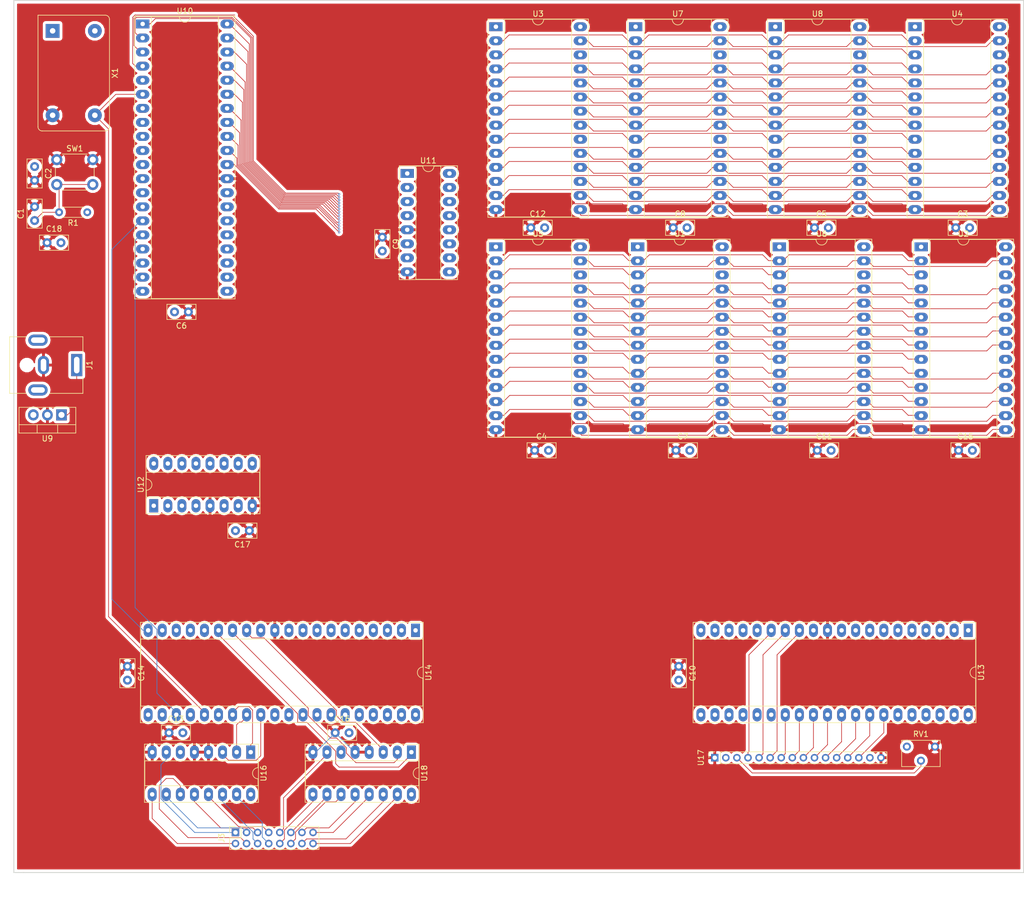
<source format=kicad_pcb>
(kicad_pcb (version 20171130) (host pcbnew 5.0.1)
  (layers (0 F.Cu signal) (1 In1.Cu signal) (2 In2.Cu signal) (31 B.Cu signal) (34 B.Paste user) (35 F.Paste user) (36 B.SilkS user) (37 F.SilkS user) (38 B.Mask user) (39 F.Mask user) (44 Edge.Cuts user))
  (net 0 "")
  (net 1 GND)
  (net 2 "Net-(C1-Pad1)")
  (net 3 VCC)
  (net 4 "Net-(J1-Pad1)")
  (net 5 kbd_in7)
  (net 6 kbd_in6)
  (net 7 kbd_in5)
  (net 8 kbd_in4)
  (net 9 kbd_in3)
  (net 10 kbd_in2)
  (net 11 kbd_in1)
  (net 12 kbd_in0)
  (net 13 kbd_out7)
  (net 14 kbd_out6)
  (net 15 kbd_out5)
  (net 16 kbd_out4)
  (net 17 kbd_out3)
  (net 18 kbd_out2)
  (net 19 kbd_out1)
  (net 20 kbd_out0)
  (net 21 "Net-(RV1-Pad2)")
  (net 22 /D3)
  (net 23 /CPU_A12)
  (net 24 /D4)
  (net 25 /CPU_A7)
  (net 26 /D5)
  (net 27 /CPU_A6)
  (net 28 /D6)
  (net 29 /CPU_A5)
  (net 30 /D7)
  (net 31 /CPU_A4)
  (net 32 "Net-(U1-Pad20)")
  (net 33 /CPU_A3)
  (net 34 /CPU_A10)
  (net 35 /CPU_A2)
  (net 36 /CPU_RD)
  (net 37 /CPU_A1)
  (net 38 /CPU_A11)
  (net 39 /CPU_A0)
  (net 40 /CPU_A9)
  (net 41 /D0)
  (net 42 /CPU_A8)
  (net 43 /D1)
  (net 44 /D2)
  (net 45 /CPU_WR)
  (net 46 "Net-(U11-Pad7)")
  (net 47 "Net-(U11-Pad13)")
  (net 48 "Net-(U11-Pad12)")
  (net 49 "Net-(U11-Pad11)")
  (net 50 "Net-(U11-Pad9)")
  (net 51 "Net-(U11-Pad15)")
  (net 52 "Net-(U11-Pad14)")
  (net 53 /CPU_IORQ)
  (net 54 /CPU_MREQ)
  (net 55 "Net-(U10-Pad18)")
  (net 56 "Net-(U10-Pad17)")
  (net 57 /CPU_INT)
  (net 58 "Net-(U10-Pad28)")
  (net 59 /CPU_M1)
  (net 60 /CLK)
  (net 61 "Net-(U10-Pad25)")
  (net 62 /CPU_A15)
  (net 63 "Net-(U10-Pad24)")
  (net 64 /CPU_A14)
  (net 65 "Net-(U10-Pad23)")
  (net 66 /CPU_A13)
  (net 67 "Net-(U12-Pad15)")
  (net 68 "Net-(U12-Pad7)")
  (net 69 "Net-(U12-Pad14)")
  (net 70 "Net-(U12-Pad13)")
  (net 71 "Net-(U12-Pad12)")
  (net 72 /CPU_IOREQ)
  (net 73 "Net-(U12-Pad11)")
  (net 74 "Net-(U12-Pad10)")
  (net 75 "Net-(U12-Pad9)")
  (net 76 "Net-(U13-Pad21)")
  (net 77 "Net-(U13-Pad7)")
  (net 78 "Net-(U13-Pad27)")
  (net 79 "Net-(U13-Pad8)")
  (net 80 "Net-(U13-Pad28)")
  (net 81 "Net-(U13-Pad9)")
  (net 82 "Net-(U13-Pad29)")
  (net 83 "Net-(U13-Pad10)")
  (net 84 "Net-(U13-Pad30)")
  (net 85 "Net-(U13-Pad31)")
  (net 86 "Net-(U13-Pad12)")
  (net 87 "Net-(U13-Pad32)")
  (net 88 "Net-(U13-Pad13)")
  (net 89 "Net-(U13-Pad33)")
  (net 90 "Net-(U13-Pad14)")
  (net 91 "Net-(U13-Pad34)")
  (net 92 "Net-(U13-Pad15)")
  (net 93 "Net-(U13-Pad17)")
  (net 94 "Net-(U13-Pad18)")
  (net 95 "Net-(U14-Pad21)")
  (net 96 "Net-(U14-Pad7)")
  (net 97 "Net-(U14-Pad27)")
  (net 98 "Net-(U14-Pad8)")
  (net 99 "Net-(U14-Pad28)")
  (net 100 "Net-(U14-Pad9)")
  (net 101 "Net-(U14-Pad29)")
  (net 102 "Net-(U14-Pad10)")
  (net 103 "Net-(U14-Pad30)")
  (net 104 "Net-(U14-Pad31)")
  (net 105 "Net-(U14-Pad12)")
  (net 106 "Net-(U14-Pad32)")
  (net 107 "Net-(U14-Pad13)")
  (net 108 "Net-(U14-Pad33)")
  (net 109 "Net-(U14-Pad14)")
  (net 110 "Net-(U14-Pad34)")
  (net 111 "Net-(U14-Pad15)")
  (net 112 "Net-(U14-Pad17)")
  (net 113 "Net-(U14-Pad18)")
  (net 114 "Net-(X1-Pad1)")
  (net 115 "Net-(U13-Pad24)")
  (net 116 "Net-(U13-Pad22)")
  (net 117 "Net-(U14-Pad22)")
  (net 118 "Net-(U14-Pad24)")
  (module Connector_PinSocket_2.00mm:PinSocket_2x08_P2.00mm_Vertical (layer F.Cu) (at 128.5 171 90)
    (fp_text reference J3 (at -1 -2.5 90) (layer F.SilkS))
    (fp_text value Conn_02x08_Counter_Clockwise)
    (pad 16 thru_hole oval (at -2 14 90) (size 1.35 1.35) (drill 0.8) (layers *.Cu *.Mask) (net 20 kbd_out0))
    (pad 15 thru_hole oval (at 0 14 90) (size 1.35 1.35) (drill 0.8) (layers *.Cu *.Mask) (net 19 kbd_out1))
    (pad 14 thru_hole oval (at -2 12 90) (size 1.35 1.35) (drill 0.8) (layers *.Cu *.Mask) (net 18 kbd_out2))
    (pad 13 thru_hole oval (at 0 12 90) (size 1.35 1.35) (drill 0.8) (layers *.Cu *.Mask) (net 17 kbd_out3))
    (pad 12 thru_hole oval (at -2 10 90) (size 1.35 1.35) (drill 0.8) (layers *.Cu *.Mask) (net 16 kbd_out4))
    (pad 11 thru_hole oval (at 0 10 90) (size 1.35 1.35) (drill 0.8) (layers *.Cu *.Mask) (net 15 kbd_out5))
    (pad 10 thru_hole oval (at -2 8 90) (size 1.35 1.35) (drill 0.8) (layers *.Cu *.Mask) (net 14 kbd_out6))
    (pad 9 thru_hole oval (at 0 8 90) (size 1.35 1.35) (drill 0.8) (layers *.Cu *.Mask) (net 13 kbd_out7))
    (pad 8 thru_hole oval (at -2 6 90) (size 1.35 1.35) (drill 0.8) (layers *.Cu *.Mask) (net 12 kbd_in0))
    (pad 7 thru_hole oval (at 0 6 90) (size 1.35 1.35) (drill 0.8) (layers *.Cu *.Mask) (net 11 kbd_in1))
    (pad 6 thru_hole oval (at -2 4 90) (size 1.35 1.35) (drill 0.8) (layers *.Cu *.Mask) (net 10 kbd_in2))
    (pad 5 thru_hole oval (at 0 4 90) (size 1.35 1.35) (drill 0.8) (layers *.Cu *.Mask) (net 9 kbd_in3))
    (pad 4 thru_hole oval (at -2 2 90) (size 1.35 1.35) (drill 0.8) (layers *.Cu *.Mask) (net 8 kbd_in4))
    (pad 3 thru_hole oval (at 0 2 90) (size 1.35 1.35) (drill 0.8) (layers *.Cu *.Mask) (net 7 kbd_in5))
    (pad 2 thru_hole oval (at -2 0 90) (size 1.35 1.35) (drill 0.8) (layers *.Cu *.Mask) (net 6 kbd_in6))
    (pad 1 thru_hole rect (at 0 0 90) (size 1.35 1.35) (drill 0.8) (layers *.Cu *.Mask) (net 5 kbd_in7))
  )
  (module Connector_PinSocket_2.00mm:PinSocket_1x16_P2.00mm_Vertical (layer F.Cu) (at 215 157.5 90)
    (fp_text reference U17 (at 0 -2.5 90) (layer F.SilkS))
    (fp_text value NHD-0420H1Z)
    (pad 16 thru_hole oval (at 0 30 90) (size 1.35 1.35) (drill 0.8) (layers *.Cu *.Mask) (net 1 GND))
    (pad 15 thru_hole oval (at 0 28 90) (size 1.35 1.35) (drill 0.8) (layers *.Cu *.Mask) (net 3 VCC))
    (pad 14 thru_hole oval (at 0 26 90) (size 1.35 1.35) (drill 0.8) (layers *.Cu *.Mask) (net 91 "Net-(U13-Pad34)"))
    (pad 13 thru_hole oval (at 0 24 90) (size 1.35 1.35) (drill 0.8) (layers *.Cu *.Mask) (net 89 "Net-(U13-Pad33)"))
    (pad 12 thru_hole oval (at 0 22 90) (size 1.35 1.35) (drill 0.8) (layers *.Cu *.Mask) (net 87 "Net-(U13-Pad32)"))
    (pad 11 thru_hole oval (at 0 20 90) (size 1.35 1.35) (drill 0.8) (layers *.Cu *.Mask) (net 85 "Net-(U13-Pad31)"))
    (pad 10 thru_hole oval (at 0 18 90) (size 1.35 1.35) (drill 0.8) (layers *.Cu *.Mask) (net 84 "Net-(U13-Pad30)"))
    (pad 9 thru_hole oval (at 0 16 90) (size 1.35 1.35) (drill 0.8) (layers *.Cu *.Mask) (net 82 "Net-(U13-Pad29)"))
    (pad 8 thru_hole oval (at 0 14 90) (size 1.35 1.35) (drill 0.8) (layers *.Cu *.Mask) (net 80 "Net-(U13-Pad28)"))
    (pad 7 thru_hole oval (at 0 12 90) (size 1.35 1.35) (drill 0.8) (layers *.Cu *.Mask) (net 78 "Net-(U13-Pad27)"))
    (pad 6 thru_hole oval (at 0 10 90) (size 1.35 1.35) (drill 0.8) (layers *.Cu *.Mask) (net 88 "Net-(U13-Pad13)"))
    (pad 5 thru_hole oval (at 0 8 90) (size 1.35 1.35) (drill 0.8) (layers *.Cu *.Mask) (net 90 "Net-(U13-Pad14)"))
    (pad 4 thru_hole oval (at 0 6 90) (size 1.35 1.35) (drill 0.8) (layers *.Cu *.Mask) (net 92 "Net-(U13-Pad15)"))
    (pad 3 thru_hole oval (at 0 4 90) (size 1.35 1.35) (drill 0.8) (layers *.Cu *.Mask) (net 21 "Net-(RV1-Pad2)"))
    (pad 2 thru_hole oval (at 0 2 90) (size 1.35 1.35) (drill 0.8) (layers *.Cu *.Mask) (net 3 VCC))
    (pad 1 thru_hole rect (at 0 0 90) (size 1.35 1.35) (drill 0.8) (layers *.Cu *.Mask) (net 1 GND))
  )
  (module Potentiometer_THT:Potentiometer_Bourns_3266W_Vertical (layer F.Cu) (at 254.75 155.5)
    (fp_text reference RV1 (at -2.54 -2.27) (layer F.SilkS))
    (fp_text value 10k-20k)
    (pad 1 thru_hole circle (at 0 0) (size 1.44 1.44) (drill 0.8) (layers *.Cu *.Mask) (net 1 GND))
    (pad 2 thru_hole circle (at -2.54 2.54) (size 1.44 1.44) (drill 0.8) (layers *.Cu *.Mask) (net 21 "Net-(RV1-Pad2)"))
    (pad 3 thru_hole circle (at -5.08 0) (size 1.44 1.44) (drill 0.8) (layers *.Cu *.Mask) (net 3 VCC))
  )
  (module Resistor_THT:R_Axial_DIN0204_L3.6mm_D1.6mm_P5.08mm_Horizontal (layer F.Cu) (at 101.75 59 180)
    (fp_text reference R1 (at 2.54 -1.92 180) (layer F.SilkS))
    (fp_text value 1k)
    (pad 1 thru_hole circle (at 0 0 180) (size 1.4 1.4) (drill 0.7) (layers *.Cu *.Mask) (net 3 VCC))
    (pad 2 thru_hole oval (at 5.08 0 180) (size 1.4 1.4) (drill 0.7) (layers *.Cu *.Mask) (net 2 "Net-(C1-Pad1)"))
  )
  (module Capacitor_THT:C_Disc_D5.0mm_W2.5mm_P2.50mm (layer F.Cu) (at 92.25 50.75 270)
    (fp_text reference C2 (at 1.25 -2.5 270) (layer F.SilkS))
    (fp_text value 0.01uF)
    (pad 1 thru_hole circle (at 0 0 270) (size 1.6 1.6) (drill 0.8) (layers *.Cu *.Mask) (net 3 VCC))
    (pad 2 thru_hole circle (at 2.5 0 270) (size 1.6 1.6) (drill 0.8) (layers *.Cu *.Mask) (net 1 GND))
  )
  (module Package_DIP:DIP-16_W7.62mm_Socket_LongPads (layer F.Cu) (at 131.25 156.5 270)
    (fp_text reference U16 (at 3.81 -2.33 270) (layer F.SilkS))
    (fp_text value CD74HC238E)
    (pad 16 thru_hole oval (at 7.62 0 270) (size 2.4 1.6) (drill 0.8) (layers *.Cu *.Mask) (net 3 VCC))
    (pad 8 thru_hole oval (at 0 17.78 270) (size 2.4 1.6) (drill 0.8) (layers *.Cu *.Mask) (net 1 GND))
    (pad 15 thru_hole oval (at 7.62 2.54 270) (size 2.4 1.6) (drill 0.8) (layers *.Cu *.Mask) (net 12 kbd_in0))
    (pad 7 thru_hole oval (at 0 15.24 270) (size 2.4 1.6) (drill 0.8) (layers *.Cu *.Mask) (net 5 kbd_in7))
    (pad 14 thru_hole oval (at 7.62 5.08 270) (size 2.4 1.6) (drill 0.8) (layers *.Cu *.Mask) (net 10 kbd_in2))
    (pad 6 thru_hole oval (at 0 12.7 270) (size 2.4 1.6) (drill 0.8) (layers *.Cu *.Mask) (net 3 VCC))
    (pad 13 thru_hole oval (at 7.62 7.62 270) (size 2.4 1.6) (drill 0.8) (layers *.Cu *.Mask) (net 11 kbd_in1))
    (pad 5 thru_hole oval (at 0 10.16 270) (size 2.4 1.6) (drill 0.8) (layers *.Cu *.Mask) (net 1 GND))
    (pad 12 thru_hole oval (at 7.62 10.16 270) (size 2.4 1.6) (drill 0.8) (layers *.Cu *.Mask) (net 9 kbd_in3))
    (pad 4 thru_hole oval (at 0 7.62 270) (size 2.4 1.6) (drill 0.8) (layers *.Cu *.Mask) (net 1 GND))
    (pad 11 thru_hole oval (at 7.62 12.7 270) (size 2.4 1.6) (drill 0.8) (layers *.Cu *.Mask) (net 8 kbd_in4))
    (pad 3 thru_hole oval (at 0 5.08 270) (size 2.4 1.6) (drill 0.8) (layers *.Cu *.Mask) (net 101 "Net-(U14-Pad29)"))
    (pad 10 thru_hole oval (at 7.62 15.24 270) (size 2.4 1.6) (drill 0.8) (layers *.Cu *.Mask) (net 7 kbd_in5))
    (pad 2 thru_hole oval (at 0 2.54 270) (size 2.4 1.6) (drill 0.8) (layers *.Cu *.Mask) (net 99 "Net-(U14-Pad28)"))
    (pad 9 thru_hole oval (at 7.62 17.78 270) (size 2.4 1.6) (drill 0.8) (layers *.Cu *.Mask) (net 6 kbd_in6))
    (pad 1 thru_hole rect (at 0 0 270) (size 2.4 1.6) (drill 0.8) (layers *.Cu *.Mask) (net 97 "Net-(U14-Pad27)"))
  )
  (module Connector_BarrelJack:BarrelJack_CUI_PJ-063AH_Horizontal (layer F.Cu) (at 99.85 86.6 270)
    (fp_text reference J1 (at 0 -2.3 270) (layer F.SilkS))
    (fp_text value Jack-DC)
    (pad 1 thru_hole rect (at 0 0 270) (size 4 2) (drill oval 3 1) (layers *.Cu *.Mask) (net 4 "Net-(J1-Pad1)"))
    (pad 2 thru_hole oval (at 0 6 270) (size 3.3 2) (drill oval 2.3 1) (layers *.Cu *.Mask) (net 1 GND))
    (pad MP thru_hole oval (at -4.5 7 270) (size 2 3.5) (drill oval 1 2.5) (layers *.Cu *.Mask))
    (pad MP thru_hole oval (at 4.5 7 270) (size 2 3.5) (drill oval 1 2.5) (layers *.Cu *.Mask))
    (pad "" np_thru_hole circle (at 0 9 270) (size 1.6 1.6) (drill 1.6) (layers *.Cu *.Mask))
  )
  (module Package_DIP:DIP-28_W15.24mm_Socket_LongPads (layer F.Cu) (at 252.25 65.25)
    (fp_text reference U2 (at 7.62 -2.33) (layer F.SilkS))
    (fp_text value AS6C6264)
    (pad 1 thru_hole rect (at 0 0) (size 2.4 1.6) (drill 0.8) (layers *.Cu *.Mask))
    (pad 15 thru_hole oval (at 15.24 33.02) (size 2.4 1.6) (drill 0.8) (layers *.Cu *.Mask) (net 22 /D3))
    (pad 2 thru_hole oval (at 0 2.54) (size 2.4 1.6) (drill 0.8) (layers *.Cu *.Mask) (net 23 /CPU_A12))
    (pad 16 thru_hole oval (at 15.24 30.48) (size 2.4 1.6) (drill 0.8) (layers *.Cu *.Mask) (net 24 /D4))
    (pad 3 thru_hole oval (at 0 5.08) (size 2.4 1.6) (drill 0.8) (layers *.Cu *.Mask) (net 25 /CPU_A7))
    (pad 17 thru_hole oval (at 15.24 27.94) (size 2.4 1.6) (drill 0.8) (layers *.Cu *.Mask) (net 26 /D5))
    (pad 4 thru_hole oval (at 0 7.62) (size 2.4 1.6) (drill 0.8) (layers *.Cu *.Mask) (net 27 /CPU_A6))
    (pad 18 thru_hole oval (at 15.24 25.4) (size 2.4 1.6) (drill 0.8) (layers *.Cu *.Mask) (net 28 /D6))
    (pad 5 thru_hole oval (at 0 10.16) (size 2.4 1.6) (drill 0.8) (layers *.Cu *.Mask) (net 29 /CPU_A5))
    (pad 19 thru_hole oval (at 15.24 22.86) (size 2.4 1.6) (drill 0.8) (layers *.Cu *.Mask) (net 30 /D7))
    (pad 6 thru_hole oval (at 0 12.7) (size 2.4 1.6) (drill 0.8) (layers *.Cu *.Mask) (net 31 /CPU_A4))
    (pad 20 thru_hole oval (at 15.24 20.32) (size 2.4 1.6) (drill 0.8) (layers *.Cu *.Mask) (net 46 "Net-(U11-Pad7)"))
    (pad 7 thru_hole oval (at 0 15.24) (size 2.4 1.6) (drill 0.8) (layers *.Cu *.Mask) (net 33 /CPU_A3))
    (pad 21 thru_hole oval (at 15.24 17.78) (size 2.4 1.6) (drill 0.8) (layers *.Cu *.Mask) (net 34 /CPU_A10))
    (pad 8 thru_hole oval (at 0 17.78) (size 2.4 1.6) (drill 0.8) (layers *.Cu *.Mask) (net 35 /CPU_A2))
    (pad 22 thru_hole oval (at 15.24 15.24) (size 2.4 1.6) (drill 0.8) (layers *.Cu *.Mask) (net 36 /CPU_RD))
    (pad 9 thru_hole oval (at 0 20.32) (size 2.4 1.6) (drill 0.8) (layers *.Cu *.Mask) (net 37 /CPU_A1))
    (pad 23 thru_hole oval (at 15.24 12.7) (size 2.4 1.6) (drill 0.8) (layers *.Cu *.Mask) (net 38 /CPU_A11))
    (pad 10 thru_hole oval (at 0 22.86) (size 2.4 1.6) (drill 0.8) (layers *.Cu *.Mask) (net 39 /CPU_A0))
    (pad 24 thru_hole oval (at 15.24 10.16) (size 2.4 1.6) (drill 0.8) (layers *.Cu *.Mask) (net 40 /CPU_A9))
    (pad 11 thru_hole oval (at 0 25.4) (size 2.4 1.6) (drill 0.8) (layers *.Cu *.Mask) (net 41 /D0))
    (pad 25 thru_hole oval (at 15.24 7.62) (size 2.4 1.6) (drill 0.8) (layers *.Cu *.Mask) (net 42 /CPU_A8))
    (pad 12 thru_hole oval (at 0 27.94) (size 2.4 1.6) (drill 0.8) (layers *.Cu *.Mask) (net 43 /D1))
    (pad 26 thru_hole oval (at 15.24 5.08) (size 2.4 1.6) (drill 0.8) (layers *.Cu *.Mask) (net 3 VCC))
    (pad 13 thru_hole oval (at 0 30.48) (size 2.4 1.6) (drill 0.8) (layers *.Cu *.Mask) (net 44 /D2))
    (pad 27 thru_hole oval (at 15.24 2.54) (size 2.4 1.6) (drill 0.8) (layers *.Cu *.Mask) (net 45 /CPU_WR))
    (pad 14 thru_hole oval (at 0 33.02) (size 2.4 1.6) (drill 0.8) (layers *.Cu *.Mask) (net 1 GND))
    (pad 28 thru_hole oval (at 15.24 0) (size 2.4 1.6) (drill 0.8) (layers *.Cu *.Mask) (net 3 VCC))
  )
  (module Package_DIP:DIP-16_W7.62mm_Socket_LongPads (layer F.Cu) (at 113.75 112 90)
    (fp_text reference U12 (at 3.81 -2.33 90) (layer F.SilkS))
    (fp_text value CD74HCT138E)
    (pad 16 thru_hole oval (at 7.62 0 90) (size 2.4 1.6) (drill 0.8) (layers *.Cu *.Mask) (net 3 VCC))
    (pad 8 thru_hole oval (at 0 17.78 90) (size 2.4 1.6) (drill 0.8) (layers *.Cu *.Mask) (net 1 GND))
    (pad 15 thru_hole oval (at 7.62 2.54 90) (size 2.4 1.6) (drill 0.8) (layers *.Cu *.Mask) (net 67 "Net-(U12-Pad15)"))
    (pad 7 thru_hole oval (at 0 15.24 90) (size 2.4 1.6) (drill 0.8) (layers *.Cu *.Mask) (net 68 "Net-(U12-Pad7)"))
    (pad 14 thru_hole oval (at 7.62 5.08 90) (size 2.4 1.6) (drill 0.8) (layers *.Cu *.Mask) (net 69 "Net-(U12-Pad14)"))
    (pad 6 thru_hole oval (at 0 12.7 90) (size 2.4 1.6) (drill 0.8) (layers *.Cu *.Mask) (net 3 VCC))
    (pad 13 thru_hole oval (at 7.62 7.62 90) (size 2.4 1.6) (drill 0.8) (layers *.Cu *.Mask) (net 70 "Net-(U12-Pad13)"))
    (pad 5 thru_hole oval (at 0 10.16 90) (size 2.4 1.6) (drill 0.8) (layers *.Cu *.Mask) (net 1 GND))
    (pad 12 thru_hole oval (at 7.62 10.16 90) (size 2.4 1.6) (drill 0.8) (layers *.Cu *.Mask) (net 71 "Net-(U12-Pad12)"))
    (pad 4 thru_hole oval (at 0 7.62 90) (size 2.4 1.6) (drill 0.8) (layers *.Cu *.Mask) (net 72 /CPU_IOREQ))
    (pad 11 thru_hole oval (at 7.62 12.7 90) (size 2.4 1.6) (drill 0.8) (layers *.Cu *.Mask) (net 73 "Net-(U12-Pad11)"))
    (pad 3 thru_hole oval (at 0 5.08 90) (size 2.4 1.6) (drill 0.8) (layers *.Cu *.Mask) (net 31 /CPU_A4))
    (pad 10 thru_hole oval (at 7.62 15.24 90) (size 2.4 1.6) (drill 0.8) (layers *.Cu *.Mask) (net 74 "Net-(U12-Pad10)"))
    (pad 2 thru_hole oval (at 0 2.54 90) (size 2.4 1.6) (drill 0.8) (layers *.Cu *.Mask) (net 33 /CPU_A3))
    (pad 9 thru_hole oval (at 7.62 17.78 90) (size 2.4 1.6) (drill 0.8) (layers *.Cu *.Mask) (net 75 "Net-(U12-Pad9)"))
    (pad 1 thru_hole rect (at 0 0 90) (size 2.4 1.6) (drill 0.8) (layers *.Cu *.Mask) (net 35 /CPU_A2))
  )
  (module Package_DIP:DIP-40_W15.24mm_Socket_LongPads (layer F.Cu) (at 161 134.5 270)
    (fp_text reference U14 (at 7.62 -2.33 270) (layer F.SilkS))
    (fp_text value Z80_PIO)
    (pad 1 thru_hole rect (at 0 0 270) (size 2.4 1.6) (drill 0.8) (layers *.Cu *.Mask) (net 44 /D2))
    (pad 21 thru_hole oval (at 15.24 48.26 270) (size 2.4 1.6) (drill 0.8) (layers *.Cu *.Mask) (net 95 "Net-(U14-Pad21)"))
    (pad 2 thru_hole oval (at 0 2.54 270) (size 2.4 1.6) (drill 0.8) (layers *.Cu *.Mask) (net 30 /D7))
    (pad 22 thru_hole oval (at 15.24 45.72 270) (size 2.4 1.6) (drill 0.8) (layers *.Cu *.Mask) (net 117 "Net-(U14-Pad22)"))
    (pad 3 thru_hole oval (at 0 5.08 270) (size 2.4 1.6) (drill 0.8) (layers *.Cu *.Mask) (net 28 /D6))
    (pad 23 thru_hole oval (at 15.24 43.18 270) (size 2.4 1.6) (drill 0.8) (layers *.Cu *.Mask) (net 57 /CPU_INT))
    (pad 4 thru_hole oval (at 0 7.62 270) (size 2.4 1.6) (drill 0.8) (layers *.Cu *.Mask) (net 53 /CPU_IORQ))
    (pad 24 thru_hole oval (at 15.24 40.64 270) (size 2.4 1.6) (drill 0.8) (layers *.Cu *.Mask) (net 118 "Net-(U14-Pad24)"))
    (pad 5 thru_hole oval (at 0 10.16 270) (size 2.4 1.6) (drill 0.8) (layers *.Cu *.Mask) (net 37 /CPU_A1))
    (pad 25 thru_hole oval (at 15.24 38.1 270) (size 2.4 1.6) (drill 0.8) (layers *.Cu *.Mask) (net 60 /CLK))
    (pad 6 thru_hole oval (at 0 12.7 270) (size 2.4 1.6) (drill 0.8) (layers *.Cu *.Mask) (net 39 /CPU_A0))
    (pad 26 thru_hole oval (at 15.24 35.56 270) (size 2.4 1.6) (drill 0.8) (layers *.Cu *.Mask) (net 3 VCC))
    (pad 7 thru_hole oval (at 0 15.24 270) (size 2.4 1.6) (drill 0.8) (layers *.Cu *.Mask) (net 96 "Net-(U14-Pad7)"))
    (pad 27 thru_hole oval (at 15.24 33.02 270) (size 2.4 1.6) (drill 0.8) (layers *.Cu *.Mask) (net 97 "Net-(U14-Pad27)"))
    (pad 8 thru_hole oval (at 0 17.78 270) (size 2.4 1.6) (drill 0.8) (layers *.Cu *.Mask) (net 98 "Net-(U14-Pad8)"))
    (pad 28 thru_hole oval (at 15.24 30.48 270) (size 2.4 1.6) (drill 0.8) (layers *.Cu *.Mask) (net 99 "Net-(U14-Pad28)"))
    (pad 9 thru_hole oval (at 0 20.32 270) (size 2.4 1.6) (drill 0.8) (layers *.Cu *.Mask) (net 100 "Net-(U14-Pad9)"))
    (pad 29 thru_hole oval (at 15.24 27.94 270) (size 2.4 1.6) (drill 0.8) (layers *.Cu *.Mask) (net 101 "Net-(U14-Pad29)"))
    (pad 10 thru_hole oval (at 0 22.86 270) (size 2.4 1.6) (drill 0.8) (layers *.Cu *.Mask) (net 102 "Net-(U14-Pad10)"))
    (pad 30 thru_hole oval (at 15.24 25.4 270) (size 2.4 1.6) (drill 0.8) (layers *.Cu *.Mask) (net 103 "Net-(U14-Pad30)"))
    (pad 11 thru_hole oval (at 0 25.4 270) (size 2.4 1.6) (drill 0.8) (layers *.Cu *.Mask) (net 1 GND))
    (pad 31 thru_hole oval (at 15.24 22.86 270) (size 2.4 1.6) (drill 0.8) (layers *.Cu *.Mask) (net 104 "Net-(U14-Pad31)"))
    (pad 12 thru_hole oval (at 0 27.94 270) (size 2.4 1.6) (drill 0.8) (layers *.Cu *.Mask) (net 105 "Net-(U14-Pad12)"))
    (pad 32 thru_hole oval (at 15.24 20.32 270) (size 2.4 1.6) (drill 0.8) (layers *.Cu *.Mask) (net 106 "Net-(U14-Pad32)"))
    (pad 13 thru_hole oval (at 0 30.48 270) (size 2.4 1.6) (drill 0.8) (layers *.Cu *.Mask) (net 107 "Net-(U14-Pad13)"))
    (pad 33 thru_hole oval (at 15.24 17.78 270) (size 2.4 1.6) (drill 0.8) (layers *.Cu *.Mask) (net 108 "Net-(U14-Pad33)"))
    (pad 14 thru_hole oval (at 0 33.02 270) (size 2.4 1.6) (drill 0.8) (layers *.Cu *.Mask) (net 109 "Net-(U14-Pad14)"))
    (pad 34 thru_hole oval (at 15.24 15.24 270) (size 2.4 1.6) (drill 0.8) (layers *.Cu *.Mask) (net 110 "Net-(U14-Pad34)"))
    (pad 15 thru_hole oval (at 0 35.56 270) (size 2.4 1.6) (drill 0.8) (layers *.Cu *.Mask) (net 111 "Net-(U14-Pad15)"))
    (pad 35 thru_hole oval (at 15.24 12.7 270) (size 2.4 1.6) (drill 0.8) (layers *.Cu *.Mask) (net 36 /CPU_RD))
    (pad 16 thru_hole oval (at 0 38.1 270) (size 2.4 1.6) (drill 0.8) (layers *.Cu *.Mask))
    (pad 36 thru_hole oval (at 15.24 10.16 270) (size 2.4 1.6) (drill 0.8) (layers *.Cu *.Mask) (net 70 "Net-(U12-Pad13)"))
    (pad 17 thru_hole oval (at 0 40.64 270) (size 2.4 1.6) (drill 0.8) (layers *.Cu *.Mask) (net 112 "Net-(U14-Pad17)"))
    (pad 37 thru_hole oval (at 15.24 7.62 270) (size 2.4 1.6) (drill 0.8) (layers *.Cu *.Mask) (net 59 /CPU_M1))
    (pad 18 thru_hole oval (at 0 43.18 270) (size 2.4 1.6) (drill 0.8) (layers *.Cu *.Mask) (net 113 "Net-(U14-Pad18)"))
    (pad 38 thru_hole oval (at 15.24 5.08 270) (size 2.4 1.6) (drill 0.8) (layers *.Cu *.Mask) (net 26 /D5))
    (pad 19 thru_hole oval (at 0 45.72 270) (size 2.4 1.6) (drill 0.8) (layers *.Cu *.Mask) (net 41 /D0))
    (pad 39 thru_hole oval (at 15.24 2.54 270) (size 2.4 1.6) (drill 0.8) (layers *.Cu *.Mask) (net 24 /D4))
    (pad 20 thru_hole oval (at 0 48.26 270) (size 2.4 1.6) (drill 0.8) (layers *.Cu *.Mask) (net 43 /D1))
    (pad 40 thru_hole oval (at 15.24 0 270) (size 2.4 1.6) (drill 0.8) (layers *.Cu *.Mask) (net 22 /D3))
  )
  (module Package_DIP:DIP-40_W15.24mm_Socket_LongPads (layer F.Cu) (at 260.75 134.5 270)
    (fp_text reference U13 (at 7.62 -2.33 270) (layer F.SilkS))
    (fp_text value Z80_PIO)
    (pad 40 thru_hole oval (at 15.24 0 270) (size 2.4 1.6) (drill 0.8) (layers *.Cu *.Mask) (net 22 /D3))
    (pad 20 thru_hole oval (at 0 48.26 270) (size 2.4 1.6) (drill 0.8) (layers *.Cu *.Mask) (net 43 /D1))
    (pad 39 thru_hole oval (at 15.24 2.54 270) (size 2.4 1.6) (drill 0.8) (layers *.Cu *.Mask) (net 24 /D4))
    (pad 19 thru_hole oval (at 0 45.72 270) (size 2.4 1.6) (drill 0.8) (layers *.Cu *.Mask) (net 41 /D0))
    (pad 38 thru_hole oval (at 15.24 5.08 270) (size 2.4 1.6) (drill 0.8) (layers *.Cu *.Mask) (net 26 /D5))
    (pad 18 thru_hole oval (at 0 43.18 270) (size 2.4 1.6) (drill 0.8) (layers *.Cu *.Mask) (net 94 "Net-(U13-Pad18)"))
    (pad 37 thru_hole oval (at 15.24 7.62 270) (size 2.4 1.6) (drill 0.8) (layers *.Cu *.Mask) (net 59 /CPU_M1))
    (pad 17 thru_hole oval (at 0 40.64 270) (size 2.4 1.6) (drill 0.8) (layers *.Cu *.Mask) (net 93 "Net-(U13-Pad17)"))
    (pad 36 thru_hole oval (at 15.24 10.16 270) (size 2.4 1.6) (drill 0.8) (layers *.Cu *.Mask) (net 67 "Net-(U12-Pad15)"))
    (pad 16 thru_hole oval (at 0 38.1 270) (size 2.4 1.6) (drill 0.8) (layers *.Cu *.Mask))
    (pad 35 thru_hole oval (at 15.24 12.7 270) (size 2.4 1.6) (drill 0.8) (layers *.Cu *.Mask) (net 36 /CPU_RD))
    (pad 15 thru_hole oval (at 0 35.56 270) (size 2.4 1.6) (drill 0.8) (layers *.Cu *.Mask) (net 92 "Net-(U13-Pad15)"))
    (pad 34 thru_hole oval (at 15.24 15.24 270) (size 2.4 1.6) (drill 0.8) (layers *.Cu *.Mask) (net 91 "Net-(U13-Pad34)"))
    (pad 14 thru_hole oval (at 0 33.02 270) (size 2.4 1.6) (drill 0.8) (layers *.Cu *.Mask) (net 90 "Net-(U13-Pad14)"))
    (pad 33 thru_hole oval (at 15.24 17.78 270) (size 2.4 1.6) (drill 0.8) (layers *.Cu *.Mask) (net 89 "Net-(U13-Pad33)"))
    (pad 13 thru_hole oval (at 0 30.48 270) (size 2.4 1.6) (drill 0.8) (layers *.Cu *.Mask) (net 88 "Net-(U13-Pad13)"))
    (pad 32 thru_hole oval (at 15.24 20.32 270) (size 2.4 1.6) (drill 0.8) (layers *.Cu *.Mask) (net 87 "Net-(U13-Pad32)"))
    (pad 12 thru_hole oval (at 0 27.94 270) (size 2.4 1.6) (drill 0.8) (layers *.Cu *.Mask) (net 86 "Net-(U13-Pad12)"))
    (pad 31 thru_hole oval (at 15.24 22.86 270) (size 2.4 1.6) (drill 0.8) (layers *.Cu *.Mask) (net 85 "Net-(U13-Pad31)"))
    (pad 11 thru_hole oval (at 0 25.4 270) (size 2.4 1.6) (drill 0.8) (layers *.Cu *.Mask) (net 1 GND))
    (pad 30 thru_hole oval (at 15.24 25.4 270) (size 2.4 1.6) (drill 0.8) (layers *.Cu *.Mask) (net 84 "Net-(U13-Pad30)"))
    (pad 10 thru_hole oval (at 0 22.86 270) (size 2.4 1.6) (drill 0.8) (layers *.Cu *.Mask) (net 83 "Net-(U13-Pad10)"))
    (pad 29 thru_hole oval (at 15.24 27.94 270) (size 2.4 1.6) (drill 0.8) (layers *.Cu *.Mask) (net 82 "Net-(U13-Pad29)"))
    (pad 9 thru_hole oval (at 0 20.32 270) (size 2.4 1.6) (drill 0.8) (layers *.Cu *.Mask) (net 81 "Net-(U13-Pad9)"))
    (pad 28 thru_hole oval (at 15.24 30.48 270) (size 2.4 1.6) (drill 0.8) (layers *.Cu *.Mask) (net 80 "Net-(U13-Pad28)"))
    (pad 8 thru_hole oval (at 0 17.78 270) (size 2.4 1.6) (drill 0.8) (layers *.Cu *.Mask) (net 79 "Net-(U13-Pad8)"))
    (pad 27 thru_hole oval (at 15.24 33.02 270) (size 2.4 1.6) (drill 0.8) (layers *.Cu *.Mask) (net 78 "Net-(U13-Pad27)"))
    (pad 7 thru_hole oval (at 0 15.24 270) (size 2.4 1.6) (drill 0.8) (layers *.Cu *.Mask) (net 77 "Net-(U13-Pad7)"))
    (pad 26 thru_hole oval (at 15.24 35.56 270) (size 2.4 1.6) (drill 0.8) (layers *.Cu *.Mask) (net 3 VCC))
    (pad 6 thru_hole oval (at 0 12.7 270) (size 2.4 1.6) (drill 0.8) (layers *.Cu *.Mask) (net 39 /CPU_A0))
    (pad 25 thru_hole oval (at 15.24 38.1 270) (size 2.4 1.6) (drill 0.8) (layers *.Cu *.Mask) (net 60 /CLK))
    (pad 5 thru_hole oval (at 0 10.16 270) (size 2.4 1.6) (drill 0.8) (layers *.Cu *.Mask) (net 37 /CPU_A1))
    (pad 24 thru_hole oval (at 15.24 40.64 270) (size 2.4 1.6) (drill 0.8) (layers *.Cu *.Mask) (net 115 "Net-(U13-Pad24)"))
    (pad 4 thru_hole oval (at 0 7.62 270) (size 2.4 1.6) (drill 0.8) (layers *.Cu *.Mask) (net 53 /CPU_IORQ))
    (pad 23 thru_hole oval (at 15.24 43.18 270) (size 2.4 1.6) (drill 0.8) (layers *.Cu *.Mask) (net 57 /CPU_INT))
    (pad 3 thru_hole oval (at 0 5.08 270) (size 2.4 1.6) (drill 0.8) (layers *.Cu *.Mask) (net 28 /D6))
    (pad 22 thru_hole oval (at 15.24 45.72 270) (size 2.4 1.6) (drill 0.8) (layers *.Cu *.Mask) (net 116 "Net-(U13-Pad22)"))
    (pad 2 thru_hole oval (at 0 2.54 270) (size 2.4 1.6) (drill 0.8) (layers *.Cu *.Mask) (net 30 /D7))
    (pad 21 thru_hole oval (at 15.24 48.26 270) (size 2.4 1.6) (drill 0.8) (layers *.Cu *.Mask) (net 76 "Net-(U13-Pad21)"))
    (pad 1 thru_hole rect (at 0 0 270) (size 2.4 1.6) (drill 0.8) (layers *.Cu *.Mask) (net 44 /D2))
  )
  (module Package_DIP:DIP-16_W7.62mm_Socket_LongPads (layer F.Cu) (at 160.25 156.5 270)
    (fp_text reference U18 (at 3.81 -2.33 270) (layer F.SilkS))
    (fp_text value CD74HC238E)
    (pad 1 thru_hole rect (at 0 0 270) (size 2.4 1.6) (drill 0.8) (layers *.Cu *.Mask) (net 111 "Net-(U14-Pad15)"))
    (pad 9 thru_hole oval (at 7.62 17.78 270) (size 2.4 1.6) (drill 0.8) (layers *.Cu *.Mask) (net 14 kbd_out6))
    (pad 2 thru_hole oval (at 0 2.54 270) (size 2.4 1.6) (drill 0.8) (layers *.Cu *.Mask) (net 109 "Net-(U14-Pad14)"))
    (pad 10 thru_hole oval (at 7.62 15.24 270) (size 2.4 1.6) (drill 0.8) (layers *.Cu *.Mask) (net 15 kbd_out5))
    (pad 3 thru_hole oval (at 0 5.08 270) (size 2.4 1.6) (drill 0.8) (layers *.Cu *.Mask) (net 107 "Net-(U14-Pad13)"))
    (pad 11 thru_hole oval (at 7.62 12.7 270) (size 2.4 1.6) (drill 0.8) (layers *.Cu *.Mask) (net 16 kbd_out4))
    (pad 4 thru_hole oval (at 0 7.62 270) (size 2.4 1.6) (drill 0.8) (layers *.Cu *.Mask) (net 1 GND))
    (pad 12 thru_hole oval (at 7.62 10.16 270) (size 2.4 1.6) (drill 0.8) (layers *.Cu *.Mask) (net 17 kbd_out3))
    (pad 5 thru_hole oval (at 0 10.16 270) (size 2.4 1.6) (drill 0.8) (layers *.Cu *.Mask) (net 1 GND))
    (pad 13 thru_hole oval (at 7.62 7.62 270) (size 2.4 1.6) (drill 0.8) (layers *.Cu *.Mask) (net 19 kbd_out1))
    (pad 6 thru_hole oval (at 0 12.7 270) (size 2.4 1.6) (drill 0.8) (layers *.Cu *.Mask) (net 3 VCC))
    (pad 14 thru_hole oval (at 7.62 5.08 270) (size 2.4 1.6) (drill 0.8) (layers *.Cu *.Mask) (net 18 kbd_out2))
    (pad 7 thru_hole oval (at 0 15.24 270) (size 2.4 1.6) (drill 0.8) (layers *.Cu *.Mask) (net 13 kbd_out7))
    (pad 15 thru_hole oval (at 7.62 2.54 270) (size 2.4 1.6) (drill 0.8) (layers *.Cu *.Mask) (net 20 kbd_out0))
    (pad 8 thru_hole oval (at 0 17.78 270) (size 2.4 1.6) (drill 0.8) (layers *.Cu *.Mask) (net 1 GND))
    (pad 16 thru_hole oval (at 7.62 0 270) (size 2.4 1.6) (drill 0.8) (layers *.Cu *.Mask) (net 3 VCC))
  )
  (module Package_DIP:DIP-16_W7.62mm_Socket_LongPads (layer F.Cu) (at 159.5 52)
    (fp_text reference U11 (at 3.81 -2.33) (layer F.SilkS))
    (fp_text value CD74HCT138E)
    (pad 1 thru_hole rect (at 0 0) (size 2.4 1.6) (drill 0.8) (layers *.Cu *.Mask) (net 66 /CPU_A13))
    (pad 9 thru_hole oval (at 7.62 17.78) (size 2.4 1.6) (drill 0.8) (layers *.Cu *.Mask) (net 50 "Net-(U11-Pad9)"))
    (pad 2 thru_hole oval (at 0 2.54) (size 2.4 1.6) (drill 0.8) (layers *.Cu *.Mask) (net 64 /CPU_A14))
    (pad 10 thru_hole oval (at 7.62 15.24) (size 2.4 1.6) (drill 0.8) (layers *.Cu *.Mask) (net 32 "Net-(U1-Pad20)"))
    (pad 3 thru_hole oval (at 0 5.08) (size 2.4 1.6) (drill 0.8) (layers *.Cu *.Mask) (net 62 /CPU_A15))
    (pad 11 thru_hole oval (at 7.62 12.7) (size 2.4 1.6) (drill 0.8) (layers *.Cu *.Mask) (net 49 "Net-(U11-Pad11)"))
    (pad 4 thru_hole oval (at 0 7.62) (size 2.4 1.6) (drill 0.8) (layers *.Cu *.Mask) (net 54 /CPU_MREQ))
    (pad 12 thru_hole oval (at 7.62 10.16) (size 2.4 1.6) (drill 0.8) (layers *.Cu *.Mask) (net 48 "Net-(U11-Pad12)"))
    (pad 5 thru_hole oval (at 0 10.16) (size 2.4 1.6) (drill 0.8) (layers *.Cu *.Mask) (net 1 GND))
    (pad 13 thru_hole oval (at 7.62 7.62) (size 2.4 1.6) (drill 0.8) (layers *.Cu *.Mask) (net 47 "Net-(U11-Pad13)"))
    (pad 6 thru_hole oval (at 0 12.7) (size 2.4 1.6) (drill 0.8) (layers *.Cu *.Mask) (net 3 VCC))
    (pad 14 thru_hole oval (at 7.62 5.08) (size 2.4 1.6) (drill 0.8) (layers *.Cu *.Mask) (net 52 "Net-(U11-Pad14)"))
    (pad 7 thru_hole oval (at 0 15.24) (size 2.4 1.6) (drill 0.8) (layers *.Cu *.Mask) (net 46 "Net-(U11-Pad7)"))
    (pad 15 thru_hole oval (at 7.62 2.54) (size 2.4 1.6) (drill 0.8) (layers *.Cu *.Mask) (net 51 "Net-(U11-Pad15)"))
    (pad 8 thru_hole oval (at 0 17.78) (size 2.4 1.6) (drill 0.8) (layers *.Cu *.Mask) (net 1 GND))
    (pad 16 thru_hole oval (at 7.62 0) (size 2.4 1.6) (drill 0.8) (layers *.Cu *.Mask) (net 3 VCC))
  )
  (module Package_DIP:DIP-28_W15.24mm_Socket_LongPads (layer F.Cu) (at 200.713889 25.5)
    (fp_text reference U7 (at 7.62 -2.33) (layer F.SilkS))
    (fp_text value AT28C64B)
    (pad 28 thru_hole oval (at 15.24 0) (size 2.4 1.6) (drill 0.8) (layers *.Cu *.Mask) (net 3 VCC))
    (pad 14 thru_hole oval (at 0 33.02) (size 2.4 1.6) (drill 0.8) (layers *.Cu *.Mask) (net 1 GND))
    (pad 27 thru_hole oval (at 15.24 2.54) (size 2.4 1.6) (drill 0.8) (layers *.Cu *.Mask) (net 45 /CPU_WR))
    (pad 13 thru_hole oval (at 0 30.48) (size 2.4 1.6) (drill 0.8) (layers *.Cu *.Mask) (net 44 /D2))
    (pad 26 thru_hole oval (at 15.24 5.08) (size 2.4 1.6) (drill 0.8) (layers *.Cu *.Mask))
    (pad 12 thru_hole oval (at 0 27.94) (size 2.4 1.6) (drill 0.8) (layers *.Cu *.Mask) (net 43 /D1))
    (pad 25 thru_hole oval (at 15.24 7.62) (size 2.4 1.6) (drill 0.8) (layers *.Cu *.Mask) (net 42 /CPU_A8))
    (pad 11 thru_hole oval (at 0 25.4) (size 2.4 1.6) (drill 0.8) (layers *.Cu *.Mask) (net 41 /D0))
    (pad 24 thru_hole oval (at 15.24 10.16) (size 2.4 1.6) (drill 0.8) (layers *.Cu *.Mask) (net 40 /CPU_A9))
    (pad 10 thru_hole oval (at 0 22.86) (size 2.4 1.6) (drill 0.8) (layers *.Cu *.Mask) (net 39 /CPU_A0))
    (pad 23 thru_hole oval (at 15.24 12.7) (size 2.4 1.6) (drill 0.8) (layers *.Cu *.Mask) (net 38 /CPU_A11))
    (pad 9 thru_hole oval (at 0 20.32) (size 2.4 1.6) (drill 0.8) (layers *.Cu *.Mask) (net 37 /CPU_A1))
    (pad 22 thru_hole oval (at 15.24 15.24) (size 2.4 1.6) (drill 0.8) (layers *.Cu *.Mask) (net 36 /CPU_RD))
    (pad 8 thru_hole oval (at 0 17.78) (size 2.4 1.6) (drill 0.8) (layers *.Cu *.Mask) (net 35 /CPU_A2))
    (pad 21 thru_hole oval (at 15.24 17.78) (size 2.4 1.6) (drill 0.8) (layers *.Cu *.Mask) (net 34 /CPU_A10))
    (pad 7 thru_hole oval (at 0 15.24) (size 2.4 1.6) (drill 0.8) (layers *.Cu *.Mask) (net 33 /CPU_A3))
    (pad 20 thru_hole oval (at 15.24 20.32) (size 2.4 1.6) (drill 0.8) (layers *.Cu *.Mask) (net 51 "Net-(U11-Pad15)"))
    (pad 6 thru_hole oval (at 0 12.7) (size 2.4 1.6) (drill 0.8) (layers *.Cu *.Mask) (net 31 /CPU_A4))
    (pad 19 thru_hole oval (at 15.24 22.86) (size 2.4 1.6) (drill 0.8) (layers *.Cu *.Mask) (net 30 /D7))
    (pad 5 thru_hole oval (at 0 10.16) (size 2.4 1.6) (drill 0.8) (layers *.Cu *.Mask) (net 29 /CPU_A5))
    (pad 18 thru_hole oval (at 15.24 25.4) (size 2.4 1.6) (drill 0.8) (layers *.Cu *.Mask) (net 28 /D6))
    (pad 4 thru_hole oval (at 0 7.62) (size 2.4 1.6) (drill 0.8) (layers *.Cu *.Mask) (net 27 /CPU_A6))
    (pad 17 thru_hole oval (at 15.24 27.94) (size 2.4 1.6) (drill 0.8) (layers *.Cu *.Mask) (net 26 /D5))
    (pad 3 thru_hole oval (at 0 5.08) (size 2.4 1.6) (drill 0.8) (layers *.Cu *.Mask) (net 25 /CPU_A7))
    (pad 16 thru_hole oval (at 15.24 30.48) (size 2.4 1.6) (drill 0.8) (layers *.Cu *.Mask) (net 24 /D4))
    (pad 2 thru_hole oval (at 0 2.54) (size 2.4 1.6) (drill 0.8) (layers *.Cu *.Mask) (net 23 /CPU_A12))
    (pad 15 thru_hole oval (at 15.24 33.02) (size 2.4 1.6) (drill 0.8) (layers *.Cu *.Mask) (net 22 /D3))
    (pad 1 thru_hole rect (at 0 0) (size 2.4 1.6) (drill 0.8) (layers *.Cu *.Mask))
  )
  (module Package_TO_SOT_THT:TO-220-3_Vertical (layer F.Cu) (at 97.1 95.6 180)
    (fp_text reference U9 (at 2.54 -4.27 180) (layer F.SilkS))
    (fp_text value L7805)
    (pad 1 thru_hole rect (at 0 0 180) (size 1.905 2) (drill 1.1) (layers *.Cu *.Mask) (net 4 "Net-(J1-Pad1)"))
    (pad 2 thru_hole oval (at 2.54 0 180) (size 1.905 2) (drill 1.1) (layers *.Cu *.Mask) (net 1 GND))
    (pad 3 thru_hole oval (at 5.08 0 180) (size 1.905 2) (drill 1.1) (layers *.Cu *.Mask) (net 3 VCC))
  )
  (module Package_DIP:DIP-28_W15.24mm_Socket_LongPads (layer F.Cu) (at 251.141667 25.5)
    (fp_text reference U4 (at 7.62 -2.33) (layer F.SilkS))
    (fp_text value AT28C64B)
    (pad 1 thru_hole rect (at 0 0) (size 2.4 1.6) (drill 0.8) (layers *.Cu *.Mask))
    (pad 15 thru_hole oval (at 15.24 33.02) (size 2.4 1.6) (drill 0.8) (layers *.Cu *.Mask) (net 22 /D3))
    (pad 2 thru_hole oval (at 0 2.54) (size 2.4 1.6) (drill 0.8) (layers *.Cu *.Mask) (net 23 /CPU_A12))
    (pad 16 thru_hole oval (at 15.24 30.48) (size 2.4 1.6) (drill 0.8) (layers *.Cu *.Mask) (net 24 /D4))
    (pad 3 thru_hole oval (at 0 5.08) (size 2.4 1.6) (drill 0.8) (layers *.Cu *.Mask) (net 25 /CPU_A7))
    (pad 17 thru_hole oval (at 15.24 27.94) (size 2.4 1.6) (drill 0.8) (layers *.Cu *.Mask) (net 26 /D5))
    (pad 4 thru_hole oval (at 0 7.62) (size 2.4 1.6) (drill 0.8) (layers *.Cu *.Mask) (net 27 /CPU_A6))
    (pad 18 thru_hole oval (at 15.24 25.4) (size 2.4 1.6) (drill 0.8) (layers *.Cu *.Mask) (net 28 /D6))
    (pad 5 thru_hole oval (at 0 10.16) (size 2.4 1.6) (drill 0.8) (layers *.Cu *.Mask) (net 29 /CPU_A5))
    (pad 19 thru_hole oval (at 15.24 22.86) (size 2.4 1.6) (drill 0.8) (layers *.Cu *.Mask) (net 30 /D7))
    (pad 6 thru_hole oval (at 0 12.7) (size 2.4 1.6) (drill 0.8) (layers *.Cu *.Mask) (net 31 /CPU_A4))
    (pad 20 thru_hole oval (at 15.24 20.32) (size 2.4 1.6) (drill 0.8) (layers *.Cu *.Mask) (net 48 "Net-(U11-Pad12)"))
    (pad 7 thru_hole oval (at 0 15.24) (size 2.4 1.6) (drill 0.8) (layers *.Cu *.Mask) (net 33 /CPU_A3))
    (pad 21 thru_hole oval (at 15.24 17.78) (size 2.4 1.6) (drill 0.8) (layers *.Cu *.Mask) (net 34 /CPU_A10))
    (pad 8 thru_hole oval (at 0 17.78) (size 2.4 1.6) (drill 0.8) (layers *.Cu *.Mask) (net 35 /CPU_A2))
    (pad 22 thru_hole oval (at 15.24 15.24) (size 2.4 1.6) (drill 0.8) (layers *.Cu *.Mask) (net 36 /CPU_RD))
    (pad 9 thru_hole oval (at 0 20.32) (size 2.4 1.6) (drill 0.8) (layers *.Cu *.Mask) (net 37 /CPU_A1))
    (pad 23 thru_hole oval (at 15.24 12.7) (size 2.4 1.6) (drill 0.8) (layers *.Cu *.Mask) (net 38 /CPU_A11))
    (pad 10 thru_hole oval (at 0 22.86) (size 2.4 1.6) (drill 0.8) (layers *.Cu *.Mask) (net 39 /CPU_A0))
    (pad 24 thru_hole oval (at 15.24 10.16) (size 2.4 1.6) (drill 0.8) (layers *.Cu *.Mask) (net 40 /CPU_A9))
    (pad 11 thru_hole oval (at 0 25.4) (size 2.4 1.6) (drill 0.8) (layers *.Cu *.Mask) (net 41 /D0))
    (pad 25 thru_hole oval (at 15.24 7.62) (size 2.4 1.6) (drill 0.8) (layers *.Cu *.Mask) (net 42 /CPU_A8))
    (pad 12 thru_hole oval (at 0 27.94) (size 2.4 1.6) (drill 0.8) (layers *.Cu *.Mask) (net 43 /D1))
    (pad 26 thru_hole oval (at 15.24 5.08) (size 2.4 1.6) (drill 0.8) (layers *.Cu *.Mask))
    (pad 13 thru_hole oval (at 0 30.48) (size 2.4 1.6) (drill 0.8) (layers *.Cu *.Mask) (net 44 /D2))
    (pad 27 thru_hole oval (at 15.24 2.54) (size 2.4 1.6) (drill 0.8) (layers *.Cu *.Mask) (net 45 /CPU_WR))
    (pad 14 thru_hole oval (at 0 33.02) (size 2.4 1.6) (drill 0.8) (layers *.Cu *.Mask) (net 1 GND))
    (pad 28 thru_hole oval (at 15.24 0) (size 2.4 1.6) (drill 0.8) (layers *.Cu *.Mask) (net 3 VCC))
  )
  (module Package_DIP:DIP-40_W15.24mm_Socket_LongPads (layer F.Cu) (at 111.75 25)
    (fp_text reference U10 (at 7.62 -2.33) (layer F.SilkS))
    (fp_text value Z80CPU)
    (pad 40 thru_hole oval (at 15.24 0) (size 2.4 1.6) (drill 0.8) (layers *.Cu *.Mask) (net 34 /CPU_A10))
    (pad 20 thru_hole oval (at 0 48.26) (size 2.4 1.6) (drill 0.8) (layers *.Cu *.Mask) (net 53 /CPU_IORQ))
    (pad 39 thru_hole oval (at 15.24 2.54) (size 2.4 1.6) (drill 0.8) (layers *.Cu *.Mask) (net 40 /CPU_A9))
    (pad 19 thru_hole oval (at 0 45.72) (size 2.4 1.6) (drill 0.8) (layers *.Cu *.Mask) (net 54 /CPU_MREQ))
    (pad 38 thru_hole oval (at 15.24 5.08) (size 2.4 1.6) (drill 0.8) (layers *.Cu *.Mask) (net 42 /CPU_A8))
    (pad 18 thru_hole oval (at 0 43.18) (size 2.4 1.6) (drill 0.8) (layers *.Cu *.Mask) (net 55 "Net-(U10-Pad18)"))
    (pad 37 thru_hole oval (at 15.24 7.62) (size 2.4 1.6) (drill 0.8) (layers *.Cu *.Mask) (net 25 /CPU_A7))
    (pad 17 thru_hole oval (at 0 40.64) (size 2.4 1.6) (drill 0.8) (layers *.Cu *.Mask) (net 56 "Net-(U10-Pad17)"))
    (pad 36 thru_hole oval (at 15.24 10.16) (size 2.4 1.6) (drill 0.8) (layers *.Cu *.Mask) (net 27 /CPU_A6))
    (pad 16 thru_hole oval (at 0 38.1) (size 2.4 1.6) (drill 0.8) (layers *.Cu *.Mask) (net 57 /CPU_INT))
    (pad 35 thru_hole oval (at 15.24 12.7) (size 2.4 1.6) (drill 0.8) (layers *.Cu *.Mask) (net 29 /CPU_A5))
    (pad 15 thru_hole oval (at 0 35.56) (size 2.4 1.6) (drill 0.8) (layers *.Cu *.Mask) (net 43 /D1))
    (pad 34 thru_hole oval (at 15.24 15.24) (size 2.4 1.6) (drill 0.8) (layers *.Cu *.Mask) (net 31 /CPU_A4))
    (pad 14 thru_hole oval (at 0 33.02) (size 2.4 1.6) (drill 0.8) (layers *.Cu *.Mask) (net 41 /D0))
    (pad 33 thru_hole oval (at 15.24 17.78) (size 2.4 1.6) (drill 0.8) (layers *.Cu *.Mask) (net 33 /CPU_A3))
    (pad 13 thru_hole oval (at 0 30.48) (size 2.4 1.6) (drill 0.8) (layers *.Cu *.Mask) (net 30 /D7))
    (pad 32 thru_hole oval (at 15.24 20.32) (size 2.4 1.6) (drill 0.8) (layers *.Cu *.Mask) (net 35 /CPU_A2))
    (pad 12 thru_hole oval (at 0 27.94) (size 2.4 1.6) (drill 0.8) (layers *.Cu *.Mask) (net 44 /D2))
    (pad 31 thru_hole oval (at 15.24 22.86) (size 2.4 1.6) (drill 0.8) (layers *.Cu *.Mask) (net 37 /CPU_A1))
    (pad 11 thru_hole oval (at 0 25.4) (size 2.4 1.6) (drill 0.8) (layers *.Cu *.Mask) (net 3 VCC))
    (pad 30 thru_hole oval (at 15.24 25.4) (size 2.4 1.6) (drill 0.8) (layers *.Cu *.Mask) (net 39 /CPU_A0))
    (pad 10 thru_hole oval (at 0 22.86) (size 2.4 1.6) (drill 0.8) (layers *.Cu *.Mask) (net 28 /D6))
    (pad 29 thru_hole oval (at 15.24 27.94) (size 2.4 1.6) (drill 0.8) (layers *.Cu *.Mask) (net 1 GND))
    (pad 9 thru_hole oval (at 0 20.32) (size 2.4 1.6) (drill 0.8) (layers *.Cu *.Mask) (net 26 /D5))
    (pad 28 thru_hole oval (at 15.24 30.48) (size 2.4 1.6) (drill 0.8) (layers *.Cu *.Mask) (net 58 "Net-(U10-Pad28)"))
    (pad 8 thru_hole oval (at 0 17.78) (size 2.4 1.6) (drill 0.8) (layers *.Cu *.Mask) (net 22 /D3))
    (pad 27 thru_hole oval (at 15.24 33.02) (size 2.4 1.6) (drill 0.8) (layers *.Cu *.Mask) (net 59 /CPU_M1))
    (pad 7 thru_hole oval (at 0 15.24) (size 2.4 1.6) (drill 0.8) (layers *.Cu *.Mask) (net 24 /D4))
    (pad 26 thru_hole oval (at 15.24 35.56) (size 2.4 1.6) (drill 0.8) (layers *.Cu *.Mask) (net 2 "Net-(C1-Pad1)"))
    (pad 6 thru_hole oval (at 0 12.7) (size 2.4 1.6) (drill 0.8) (layers *.Cu *.Mask) (net 60 /CLK))
    (pad 25 thru_hole oval (at 15.24 38.1) (size 2.4 1.6) (drill 0.8) (layers *.Cu *.Mask) (net 61 "Net-(U10-Pad25)"))
    (pad 5 thru_hole oval (at 0 10.16) (size 2.4 1.6) (drill 0.8) (layers *.Cu *.Mask) (net 62 /CPU_A15))
    (pad 24 thru_hole oval (at 15.24 40.64) (size 2.4 1.6) (drill 0.8) (layers *.Cu *.Mask) (net 63 "Net-(U10-Pad24)"))
    (pad 4 thru_hole oval (at 0 7.62) (size 2.4 1.6) (drill 0.8) (layers *.Cu *.Mask) (net 64 /CPU_A14))
    (pad 23 thru_hole oval (at 15.24 43.18) (size 2.4 1.6) (drill 0.8) (layers *.Cu *.Mask) (net 65 "Net-(U10-Pad23)"))
    (pad 3 thru_hole oval (at 0 5.08) (size 2.4 1.6) (drill 0.8) (layers *.Cu *.Mask) (net 66 /CPU_A13))
    (pad 22 thru_hole oval (at 15.24 45.72) (size 2.4 1.6) (drill 0.8) (layers *.Cu *.Mask) (net 45 /CPU_WR))
    (pad 2 thru_hole oval (at 0 2.54) (size 2.4 1.6) (drill 0.8) (layers *.Cu *.Mask) (net 23 /CPU_A12))
    (pad 21 thru_hole oval (at 15.24 48.26) (size 2.4 1.6) (drill 0.8) (layers *.Cu *.Mask) (net 36 /CPU_RD))
    (pad 1 thru_hole rect (at 0 0) (size 2.4 1.6) (drill 0.8) (layers *.Cu *.Mask) (net 38 /CPU_A11))
  )
  (module Package_DIP:DIP-28_W15.24mm_Socket_LongPads (layer F.Cu) (at 225.927778 25.5)
    (fp_text reference U8 (at 7.62 -2.33) (layer F.SilkS))
    (fp_text value AT28C64B)
    (pad 28 thru_hole oval (at 15.24 0) (size 2.4 1.6) (drill 0.8) (layers *.Cu *.Mask) (net 3 VCC))
    (pad 14 thru_hole oval (at 0 33.02) (size 2.4 1.6) (drill 0.8) (layers *.Cu *.Mask) (net 1 GND))
    (pad 27 thru_hole oval (at 15.24 2.54) (size 2.4 1.6) (drill 0.8) (layers *.Cu *.Mask) (net 45 /CPU_WR))
    (pad 13 thru_hole oval (at 0 30.48) (size 2.4 1.6) (drill 0.8) (layers *.Cu *.Mask) (net 44 /D2))
    (pad 26 thru_hole oval (at 15.24 5.08) (size 2.4 1.6) (drill 0.8) (layers *.Cu *.Mask))
    (pad 12 thru_hole oval (at 0 27.94) (size 2.4 1.6) (drill 0.8) (layers *.Cu *.Mask) (net 43 /D1))
    (pad 25 thru_hole oval (at 15.24 7.62) (size 2.4 1.6) (drill 0.8) (layers *.Cu *.Mask) (net 42 /CPU_A8))
    (pad 11 thru_hole oval (at 0 25.4) (size 2.4 1.6) (drill 0.8) (layers *.Cu *.Mask) (net 41 /D0))
    (pad 24 thru_hole oval (at 15.24 10.16) (size 2.4 1.6) (drill 0.8) (layers *.Cu *.Mask) (net 40 /CPU_A9))
    (pad 10 thru_hole oval (at 0 22.86) (size 2.4 1.6) (drill 0.8) (layers *.Cu *.Mask) (net 39 /CPU_A0))
    (pad 23 thru_hole oval (at 15.24 12.7) (size 2.4 1.6) (drill 0.8) (layers *.Cu *.Mask) (net 38 /CPU_A11))
    (pad 9 thru_hole oval (at 0 20.32) (size 2.4 1.6) (drill 0.8) (layers *.Cu *.Mask) (net 37 /CPU_A1))
    (pad 22 thru_hole oval (at 15.24 15.24) (size 2.4 1.6) (drill 0.8) (layers *.Cu *.Mask) (net 36 /CPU_RD))
    (pad 8 thru_hole oval (at 0 17.78) (size 2.4 1.6) (drill 0.8) (layers *.Cu *.Mask) (net 35 /CPU_A2))
    (pad 21 thru_hole oval (at 15.24 17.78) (size 2.4 1.6) (drill 0.8) (layers *.Cu *.Mask) (net 34 /CPU_A10))
    (pad 7 thru_hole oval (at 0 15.24) (size 2.4 1.6) (drill 0.8) (layers *.Cu *.Mask) (net 33 /CPU_A3))
    (pad 20 thru_hole oval (at 15.24 20.32) (size 2.4 1.6) (drill 0.8) (layers *.Cu *.Mask) (net 52 "Net-(U11-Pad14)"))
    (pad 6 thru_hole oval (at 0 12.7) (size 2.4 1.6) (drill 0.8) (layers *.Cu *.Mask) (net 31 /CPU_A4))
    (pad 19 thru_hole oval (at 15.24 22.86) (size 2.4 1.6) (drill 0.8) (layers *.Cu *.Mask) (net 30 /D7))
    (pad 5 thru_hole oval (at 0 10.16) (size 2.4 1.6) (drill 0.8) (layers *.Cu *.Mask) (net 29 /CPU_A5))
    (pad 18 thru_hole oval (at 15.24 25.4) (size 2.4 1.6) (drill 0.8) (layers *.Cu *.Mask) (net 28 /D6))
    (pad 4 thru_hole oval (at 0 7.62) (size 2.4 1.6) (drill 0.8) (layers *.Cu *.Mask) (net 27 /CPU_A6))
    (pad 17 thru_hole oval (at 15.24 27.94) (size 2.4 1.6) (drill 0.8) (layers *.Cu *.Mask) (net 26 /D5))
    (pad 3 thru_hole oval (at 0 5.08) (size 2.4 1.6) (drill 0.8) (layers *.Cu *.Mask) (net 25 /CPU_A7))
    (pad 16 thru_hole oval (at 15.24 30.48) (size 2.4 1.6) (drill 0.8) (layers *.Cu *.Mask) (net 24 /D4))
    (pad 2 thru_hole oval (at 0 2.54) (size 2.4 1.6) (drill 0.8) (layers *.Cu *.Mask) (net 23 /CPU_A12))
    (pad 15 thru_hole oval (at 15.24 33.02) (size 2.4 1.6) (drill 0.8) (layers *.Cu *.Mask) (net 22 /D3))
    (pad 1 thru_hole rect (at 0 0) (size 2.4 1.6) (drill 0.8) (layers *.Cu *.Mask))
  )
  (module Package_DIP:DIP-28_W15.24mm_Socket_LongPads (layer F.Cu) (at 175.5 25.5)
    (fp_text reference U3 (at 7.62 -2.33) (layer F.SilkS))
    (fp_text value AT28C64B)
    (pad 1 thru_hole rect (at 0 0) (size 2.4 1.6) (drill 0.8) (layers *.Cu *.Mask))
    (pad 15 thru_hole oval (at 15.24 33.02) (size 2.4 1.6) (drill 0.8) (layers *.Cu *.Mask) (net 22 /D3))
    (pad 2 thru_hole oval (at 0 2.54) (size 2.4 1.6) (drill 0.8) (layers *.Cu *.Mask) (net 23 /CPU_A12))
    (pad 16 thru_hole oval (at 15.24 30.48) (size 2.4 1.6) (drill 0.8) (layers *.Cu *.Mask) (net 24 /D4))
    (pad 3 thru_hole oval (at 0 5.08) (size 2.4 1.6) (drill 0.8) (layers *.Cu *.Mask) (net 25 /CPU_A7))
    (pad 17 thru_hole oval (at 15.24 27.94) (size 2.4 1.6) (drill 0.8) (layers *.Cu *.Mask) (net 26 /D5))
    (pad 4 thru_hole oval (at 0 7.62) (size 2.4 1.6) (drill 0.8) (layers *.Cu *.Mask) (net 27 /CPU_A6))
    (pad 18 thru_hole oval (at 15.24 25.4) (size 2.4 1.6) (drill 0.8) (layers *.Cu *.Mask) (net 28 /D6))
    (pad 5 thru_hole oval (at 0 10.16) (size 2.4 1.6) (drill 0.8) (layers *.Cu *.Mask) (net 29 /CPU_A5))
    (pad 19 thru_hole oval (at 15.24 22.86) (size 2.4 1.6) (drill 0.8) (layers *.Cu *.Mask) (net 30 /D7))
    (pad 6 thru_hole oval (at 0 12.7) (size 2.4 1.6) (drill 0.8) (layers *.Cu *.Mask) (net 31 /CPU_A4))
    (pad 20 thru_hole oval (at 15.24 20.32) (size 2.4 1.6) (drill 0.8) (layers *.Cu *.Mask) (net 47 "Net-(U11-Pad13)"))
    (pad 7 thru_hole oval (at 0 15.24) (size 2.4 1.6) (drill 0.8) (layers *.Cu *.Mask) (net 33 /CPU_A3))
    (pad 21 thru_hole oval (at 15.24 17.78) (size 2.4 1.6) (drill 0.8) (layers *.Cu *.Mask) (net 34 /CPU_A10))
    (pad 8 thru_hole oval (at 0 17.78) (size 2.4 1.6) (drill 0.8) (layers *.Cu *.Mask) (net 35 /CPU_A2))
    (pad 22 thru_hole oval (at 15.24 15.24) (size 2.4 1.6) (drill 0.8) (layers *.Cu *.Mask) (net 36 /CPU_RD))
    (pad 9 thru_hole oval (at 0 20.32) (size 2.4 1.6) (drill 0.8) (layers *.Cu *.Mask) (net 37 /CPU_A1))
    (pad 23 thru_hole oval (at 15.24 12.7) (size 2.4 1.6) (drill 0.8) (layers *.Cu *.Mask) (net 38 /CPU_A11))
    (pad 10 thru_hole oval (at 0 22.86) (size 2.4 1.6) (drill 0.8) (layers *.Cu *.Mask) (net 39 /CPU_A0))
    (pad 24 thru_hole oval (at 15.24 10.16) (size 2.4 1.6) (drill 0.8) (layers *.Cu *.Mask) (net 40 /CPU_A9))
    (pad 11 thru_hole oval (at 0 25.4) (size 2.4 1.6) (drill 0.8) (layers *.Cu *.Mask) (net 41 /D0))
    (pad 25 thru_hole oval (at 15.24 7.62) (size 2.4 1.6) (drill 0.8) (layers *.Cu *.Mask) (net 42 /CPU_A8))
    (pad 12 thru_hole oval (at 0 27.94) (size 2.4 1.6) (drill 0.8) (layers *.Cu *.Mask) (net 43 /D1))
    (pad 26 thru_hole oval (at 15.24 5.08) (size 2.4 1.6) (drill 0.8) (layers *.Cu *.Mask))
    (pad 13 thru_hole oval (at 0 30.48) (size 2.4 1.6) (drill 0.8) (layers *.Cu *.Mask) (net 44 /D2))
    (pad 27 thru_hole oval (at 15.24 2.54) (size 2.4 1.6) (drill 0.8) (layers *.Cu *.Mask) (net 45 /CPU_WR))
    (pad 14 thru_hole oval (at 0 33.02) (size 2.4 1.6) (drill 0.8) (layers *.Cu *.Mask) (net 1 GND))
    (pad 28 thru_hole oval (at 15.24 0) (size 2.4 1.6) (drill 0.8) (layers *.Cu *.Mask) (net 3 VCC))
  )
  (module Capacitor_THT:C_Disc_D5.0mm_W2.5mm_P2.50mm (layer F.Cu) (at 92.25 60.5 90)
    (fp_text reference C1 (at 1.25 -2.5 90) (layer F.SilkS))
    (fp_text value 1u)
    (pad 2 thru_hole circle (at 2.5 0 90) (size 1.6 1.6) (drill 0.8) (layers *.Cu *.Mask) (net 1 GND))
    (pad 1 thru_hole circle (at 0 0 90) (size 1.6 1.6) (drill 0.8) (layers *.Cu *.Mask) (net 2 "Net-(C1-Pad1)"))
  )
  (module Package_DIP:DIP-28_W15.24mm_Socket_LongPads (layer F.Cu) (at 226.666666 65.25)
    (fp_text reference U6 (at 7.62 -2.33) (layer F.SilkS))
    (fp_text value AS6C6264)
    (pad 28 thru_hole oval (at 15.24 0) (size 2.4 1.6) (drill 0.8) (layers *.Cu *.Mask) (net 3 VCC))
    (pad 14 thru_hole oval (at 0 33.02) (size 2.4 1.6) (drill 0.8) (layers *.Cu *.Mask) (net 1 GND))
    (pad 27 thru_hole oval (at 15.24 2.54) (size 2.4 1.6) (drill 0.8) (layers *.Cu *.Mask) (net 45 /CPU_WR))
    (pad 13 thru_hole oval (at 0 30.48) (size 2.4 1.6) (drill 0.8) (layers *.Cu *.Mask) (net 44 /D2))
    (pad 26 thru_hole oval (at 15.24 5.08) (size 2.4 1.6) (drill 0.8) (layers *.Cu *.Mask) (net 3 VCC))
    (pad 12 thru_hole oval (at 0 27.94) (size 2.4 1.6) (drill 0.8) (layers *.Cu *.Mask) (net 43 /D1))
    (pad 25 thru_hole oval (at 15.24 7.62) (size 2.4 1.6) (drill 0.8) (layers *.Cu *.Mask) (net 42 /CPU_A8))
    (pad 11 thru_hole oval (at 0 25.4) (size 2.4 1.6) (drill 0.8) (layers *.Cu *.Mask) (net 41 /D0))
    (pad 24 thru_hole oval (at 15.24 10.16) (size 2.4 1.6) (drill 0.8) (layers *.Cu *.Mask) (net 40 /CPU_A9))
    (pad 10 thru_hole oval (at 0 22.86) (size 2.4 1.6) (drill 0.8) (layers *.Cu *.Mask) (net 39 /CPU_A0))
    (pad 23 thru_hole oval (at 15.24 12.7) (size 2.4 1.6) (drill 0.8) (layers *.Cu *.Mask) (net 38 /CPU_A11))
    (pad 9 thru_hole oval (at 0 20.32) (size 2.4 1.6) (drill 0.8) (layers *.Cu *.Mask) (net 37 /CPU_A1))
    (pad 22 thru_hole oval (at 15.24 15.24) (size 2.4 1.6) (drill 0.8) (layers *.Cu *.Mask) (net 36 /CPU_RD))
    (pad 8 thru_hole oval (at 0 17.78) (size 2.4 1.6) (drill 0.8) (layers *.Cu *.Mask) (net 35 /CPU_A2))
    (pad 21 thru_hole oval (at 15.24 17.78) (size 2.4 1.6) (drill 0.8) (layers *.Cu *.Mask) (net 34 /CPU_A10))
    (pad 7 thru_hole oval (at 0 15.24) (size 2.4 1.6) (drill 0.8) (layers *.Cu *.Mask) (net 33 /CPU_A3))
    (pad 20 thru_hole oval (at 15.24 20.32) (size 2.4 1.6) (drill 0.8) (layers *.Cu *.Mask) (net 50 "Net-(U11-Pad9)"))
    (pad 6 thru_hole oval (at 0 12.7) (size 2.4 1.6) (drill 0.8) (layers *.Cu *.Mask) (net 31 /CPU_A4))
    (pad 19 thru_hole oval (at 15.24 22.86) (size 2.4 1.6) (drill 0.8) (layers *.Cu *.Mask) (net 30 /D7))
    (pad 5 thru_hole oval (at 0 10.16) (size 2.4 1.6) (drill 0.8) (layers *.Cu *.Mask) (net 29 /CPU_A5))
    (pad 18 thru_hole oval (at 15.24 25.4) (size 2.4 1.6) (drill 0.8) (layers *.Cu *.Mask) (net 28 /D6))
    (pad 4 thru_hole oval (at 0 7.62) (size 2.4 1.6) (drill 0.8) (layers *.Cu *.Mask) (net 27 /CPU_A6))
    (pad 17 thru_hole oval (at 15.24 27.94) (size 2.4 1.6) (drill 0.8) (layers *.Cu *.Mask) (net 26 /D5))
    (pad 3 thru_hole oval (at 0 5.08) (size 2.4 1.6) (drill 0.8) (layers *.Cu *.Mask) (net 25 /CPU_A7))
    (pad 16 thru_hole oval (at 15.24 30.48) (size 2.4 1.6) (drill 0.8) (layers *.Cu *.Mask) (net 24 /D4))
    (pad 2 thru_hole oval (at 0 2.54) (size 2.4 1.6) (drill 0.8) (layers *.Cu *.Mask) (net 23 /CPU_A12))
    (pad 15 thru_hole oval (at 15.24 33.02) (size 2.4 1.6) (drill 0.8) (layers *.Cu *.Mask) (net 22 /D3))
    (pad 1 thru_hole rect (at 0 0) (size 2.4 1.6) (drill 0.8) (layers *.Cu *.Mask))
  )
  (module Package_DIP:DIP-28_W15.24mm_Socket_LongPads (layer F.Cu) (at 175.5 65.25)
    (fp_text reference U5 (at 7.62 -2.33) (layer F.SilkS))
    (fp_text value AS6C6264)
    (pad 28 thru_hole oval (at 15.24 0) (size 2.4 1.6) (drill 0.8) (layers *.Cu *.Mask) (net 3 VCC))
    (pad 14 thru_hole oval (at 0 33.02) (size 2.4 1.6) (drill 0.8) (layers *.Cu *.Mask) (net 1 GND))
    (pad 27 thru_hole oval (at 15.24 2.54) (size 2.4 1.6) (drill 0.8) (layers *.Cu *.Mask) (net 45 /CPU_WR))
    (pad 13 thru_hole oval (at 0 30.48) (size 2.4 1.6) (drill 0.8) (layers *.Cu *.Mask) (net 44 /D2))
    (pad 26 thru_hole oval (at 15.24 5.08) (size 2.4 1.6) (drill 0.8) (layers *.Cu *.Mask) (net 3 VCC))
    (pad 12 thru_hole oval (at 0 27.94) (size 2.4 1.6) (drill 0.8) (layers *.Cu *.Mask) (net 43 /D1))
    (pad 25 thru_hole oval (at 15.24 7.62) (size 2.4 1.6) (drill 0.8) (layers *.Cu *.Mask) (net 42 /CPU_A8))
    (pad 11 thru_hole oval (at 0 25.4) (size 2.4 1.6) (drill 0.8) (layers *.Cu *.Mask) (net 41 /D0))
    (pad 24 thru_hole oval (at 15.24 10.16) (size 2.4 1.6) (drill 0.8) (layers *.Cu *.Mask) (net 40 /CPU_A9))
    (pad 10 thru_hole oval (at 0 22.86) (size 2.4 1.6) (drill 0.8) (layers *.Cu *.Mask) (net 39 /CPU_A0))
    (pad 23 thru_hole oval (at 15.24 12.7) (size 2.4 1.6) (drill 0.8) (layers *.Cu *.Mask) (net 38 /CPU_A11))
    (pad 9 thru_hole oval (at 0 20.32) (size 2.4 1.6) (drill 0.8) (layers *.Cu *.Mask) (net 37 /CPU_A1))
    (pad 22 thru_hole oval (at 15.24 15.24) (size 2.4 1.6) (drill 0.8) (layers *.Cu *.Mask) (net 36 /CPU_RD))
    (pad 8 thru_hole oval (at 0 17.78) (size 2.4 1.6) (drill 0.8) (layers *.Cu *.Mask) (net 35 /CPU_A2))
    (pad 21 thru_hole oval (at 15.24 17.78) (size 2.4 1.6) (drill 0.8) (layers *.Cu *.Mask) (net 34 /CPU_A10))
    (pad 7 thru_hole oval (at 0 15.24) (size 2.4 1.6) (drill 0.8) (layers *.Cu *.Mask) (net 33 /CPU_A3))
    (pad 20 thru_hole oval (at 15.24 20.32) (size 2.4 1.6) (drill 0.8) (layers *.Cu *.Mask) (net 49 "Net-(U11-Pad11)"))
    (pad 6 thru_hole oval (at 0 12.7) (size 2.4 1.6) (drill 0.8) (layers *.Cu *.Mask) (net 31 /CPU_A4))
    (pad 19 thru_hole oval (at 15.24 22.86) (size 2.4 1.6) (drill 0.8) (layers *.Cu *.Mask) (net 30 /D7))
    (pad 5 thru_hole oval (at 0 10.16) (size 2.4 1.6) (drill 0.8) (layers *.Cu *.Mask) (net 29 /CPU_A5))
    (pad 18 thru_hole oval (at 15.24 25.4) (size 2.4 1.6) (drill 0.8) (layers *.Cu *.Mask) (net 28 /D6))
    (pad 4 thru_hole oval (at 0 7.62) (size 2.4 1.6) (drill 0.8) (layers *.Cu *.Mask) (net 27 /CPU_A6))
    (pad 17 thru_hole oval (at 15.24 27.94) (size 2.4 1.6) (drill 0.8) (layers *.Cu *.Mask) (net 26 /D5))
    (pad 3 thru_hole oval (at 0 5.08) (size 2.4 1.6) (drill 0.8) (layers *.Cu *.Mask) (net 25 /CPU_A7))
    (pad 16 thru_hole oval (at 15.24 30.48) (size 2.4 1.6) (drill 0.8) (layers *.Cu *.Mask) (net 24 /D4))
    (pad 2 thru_hole oval (at 0 2.54) (size 2.4 1.6) (drill 0.8) (layers *.Cu *.Mask) (net 23 /CPU_A12))
    (pad 15 thru_hole oval (at 15.24 33.02) (size 2.4 1.6) (drill 0.8) (layers *.Cu *.Mask) (net 22 /D3))
    (pad 1 thru_hole rect (at 0 0) (size 2.4 1.6) (drill 0.8) (layers *.Cu *.Mask))
  )
  (module Oscillator:Oscillator_DIP-14_LargePads (layer F.Cu) (at 95.5 26.25 270)
    (fp_text reference X1 (at 7.62 -11.26 270) (layer F.SilkS))
    (fp_text value ACO-8MHz)
    (pad 1 thru_hole rect (at 0 0 270) (size 2.5 2.5) (drill 1) (layers *.Cu *.Mask) (net 114 "Net-(X1-Pad1)"))
    (pad 14 thru_hole circle (at 0 -7.62 270) (size 2.5 2.5) (drill 1) (layers *.Cu *.Mask) (net 3 VCC))
    (pad 8 thru_hole circle (at 15.24 -7.62 270) (size 2.5 2.5) (drill 1) (layers *.Cu *.Mask) (net 60 /CLK))
    (pad 7 thru_hole circle (at 15.24 0 270) (size 2.5 2.5) (drill 1) (layers *.Cu *.Mask) (net 1 GND))
  )
  (module Package_DIP:DIP-28_W15.24mm_Socket_LongPads (layer F.Cu) (at 201.083333 65.25)
    (fp_text reference U1 (at 7.62 -2.33) (layer F.SilkS))
    (fp_text value AS6C6264)
    (pad 1 thru_hole rect (at 0 0) (size 2.4 1.6) (drill 0.8) (layers *.Cu *.Mask))
    (pad 15 thru_hole oval (at 15.24 33.02) (size 2.4 1.6) (drill 0.8) (layers *.Cu *.Mask) (net 22 /D3))
    (pad 2 thru_hole oval (at 0 2.54) (size 2.4 1.6) (drill 0.8) (layers *.Cu *.Mask) (net 23 /CPU_A12))
    (pad 16 thru_hole oval (at 15.24 30.48) (size 2.4 1.6) (drill 0.8) (layers *.Cu *.Mask) (net 24 /D4))
    (pad 3 thru_hole oval (at 0 5.08) (size 2.4 1.6) (drill 0.8) (layers *.Cu *.Mask) (net 25 /CPU_A7))
    (pad 17 thru_hole oval (at 15.24 27.94) (size 2.4 1.6) (drill 0.8) (layers *.Cu *.Mask) (net 26 /D5))
    (pad 4 thru_hole oval (at 0 7.62) (size 2.4 1.6) (drill 0.8) (layers *.Cu *.Mask) (net 27 /CPU_A6))
    (pad 18 thru_hole oval (at 15.24 25.4) (size 2.4 1.6) (drill 0.8) (layers *.Cu *.Mask) (net 28 /D6))
    (pad 5 thru_hole oval (at 0 10.16) (size 2.4 1.6) (drill 0.8) (layers *.Cu *.Mask) (net 29 /CPU_A5))
    (pad 19 thru_hole oval (at 15.24 22.86) (size 2.4 1.6) (drill 0.8) (layers *.Cu *.Mask) (net 30 /D7))
    (pad 6 thru_hole oval (at 0 12.7) (size 2.4 1.6) (drill 0.8) (layers *.Cu *.Mask) (net 31 /CPU_A4))
    (pad 20 thru_hole oval (at 15.24 20.32) (size 2.4 1.6) (drill 0.8) (layers *.Cu *.Mask) (net 32 "Net-(U1-Pad20)"))
    (pad 7 thru_hole oval (at 0 15.24) (size 2.4 1.6) (drill 0.8) (layers *.Cu *.Mask) (net 33 /CPU_A3))
    (pad 21 thru_hole oval (at 15.24 17.78) (size 2.4 1.6) (drill 0.8) (layers *.Cu *.Mask) (net 34 /CPU_A10))
    (pad 8 thru_hole oval (at 0 17.78) (size 2.4 1.6) (drill 0.8) (layers *.Cu *.Mask) (net 35 /CPU_A2))
    (pad 22 thru_hole oval (at 15.24 15.24) (size 2.4 1.6) (drill 0.8) (layers *.Cu *.Mask) (net 36 /CPU_RD))
    (pad 9 thru_hole oval (at 0 20.32) (size 2.4 1.6) (drill 0.8) (layers *.Cu *.Mask) (net 37 /CPU_A1))
    (pad 23 thru_hole oval (at 15.24 12.7) (size 2.4 1.6) (drill 0.8) (layers *.Cu *.Mask) (net 38 /CPU_A11))
    (pad 10 thru_hole oval (at 0 22.86) (size 2.4 1.6) (drill 0.8) (layers *.Cu *.Mask) (net 39 /CPU_A0))
    (pad 24 thru_hole oval (at 15.24 10.16) (size 2.4 1.6) (drill 0.8) (layers *.Cu *.Mask) (net 40 /CPU_A9))
    (pad 11 thru_hole oval (at 0 25.4) (size 2.4 1.6) (drill 0.8) (layers *.Cu *.Mask) (net 41 /D0))
    (pad 25 thru_hole oval (at 15.24 7.62) (size 2.4 1.6) (drill 0.8) (layers *.Cu *.Mask) (net 42 /CPU_A8))
    (pad 12 thru_hole oval (at 0 27.94) (size 2.4 1.6) (drill 0.8) (layers *.Cu *.Mask) (net 43 /D1))
    (pad 26 thru_hole oval (at 15.24 5.08) (size 2.4 1.6) (drill 0.8) (layers *.Cu *.Mask) (net 3 VCC))
    (pad 13 thru_hole oval (at 0 30.48) (size 2.4 1.6) (drill 0.8) (layers *.Cu *.Mask) (net 44 /D2))
    (pad 27 thru_hole oval (at 15.24 2.54) (size 2.4 1.6) (drill 0.8) (layers *.Cu *.Mask) (net 45 /CPU_WR))
    (pad 14 thru_hole oval (at 0 33.02) (size 2.4 1.6) (drill 0.8) (layers *.Cu *.Mask) (net 1 GND))
    (pad 28 thru_hole oval (at 15.24 0) (size 2.4 1.6) (drill 0.8) (layers *.Cu *.Mask) (net 3 VCC))
  )
  (module Button_Switch_THT:SW_PUSH_6mm_H4.3mm (layer F.Cu) (at 96.25 49.5)
    (fp_text reference SW1 (at 3.25 -2) (layer F.SilkS))
    (fp_text value SW_Push)
    (pad 2 thru_hole circle (at 0 4.5 90) (size 2 2) (drill 1.1) (layers *.Cu *.Mask) (net 2 "Net-(C1-Pad1)"))
    (pad 1 thru_hole circle (at 0 0 90) (size 2 2) (drill 1.1) (layers *.Cu *.Mask) (net 1 GND))
    (pad 2 thru_hole circle (at 6.5 4.5 90) (size 2 2) (drill 1.1) (layers *.Cu *.Mask) (net 2 "Net-(C1-Pad1)"))
    (pad 1 thru_hole circle (at 6.5 0 90) (size 2 2) (drill 1.1) (layers *.Cu *.Mask) (net 1 GND))
  )
  (module Capacitor_THT:C_Disc_D5.0mm_W2.5mm_P2.50mm (layer F.Cu) (at 258.5 61.8)
    (fp_text reference C3 (at 1.25 -2.5) (layer F.SilkS))
    (fp_text value 100nF)
    (pad 2 thru_hole circle (at 2.5 0) (size 1.6 1.6) (drill 0.8) (layers *.Cu *.Mask) (net 3 VCC))
    (pad 1 thru_hole circle (at 0 0) (size 1.6 1.6) (drill 0.8) (layers *.Cu *.Mask) (net 1 GND))
  )
  (module Capacitor_THT:C_Disc_D5.0mm_W2.5mm_P2.50mm (layer F.Cu) (at 182.5 102)
    (fp_text reference C4 (at 1.25 -2.5) (layer F.SilkS))
    (fp_text value 100nF)
    (pad 1 thru_hole circle (at 0 0) (size 1.6 1.6) (drill 0.8) (layers *.Cu *.Mask) (net 1 GND))
    (pad 2 thru_hole circle (at 2.5 0) (size 1.6 1.6) (drill 0.8) (layers *.Cu *.Mask) (net 3 VCC))
  )
  (module Capacitor_THT:C_Disc_D5.0mm_W2.5mm_P2.50mm (layer F.Cu) (at 233 61.8)
    (fp_text reference C5 (at 1.25 -2.5) (layer F.SilkS))
    (fp_text value 100nF)
    (pad 2 thru_hole circle (at 2.5 0) (size 1.6 1.6) (drill 0.8) (layers *.Cu *.Mask) (net 3 VCC))
    (pad 1 thru_hole circle (at 0 0) (size 1.6 1.6) (drill 0.8) (layers *.Cu *.Mask) (net 1 GND))
  )
  (module Capacitor_THT:C_Disc_D5.0mm_W2.5mm_P2.50mm (layer F.Cu) (at 120 77 180)
    (fp_text reference C6 (at 1.25 -2.5 180) (layer F.SilkS))
    (fp_text value 100nF)
    (pad 1 thru_hole circle (at 0 0 180) (size 1.6 1.6) (drill 0.8) (layers *.Cu *.Mask) (net 1 GND))
    (pad 2 thru_hole circle (at 2.5 0 180) (size 1.6 1.6) (drill 0.8) (layers *.Cu *.Mask) (net 3 VCC))
  )
  (module Capacitor_THT:C_Disc_D5.0mm_W2.5mm_P2.50mm (layer F.Cu) (at 208 102)
    (fp_text reference C7 (at 1.25 -2.5) (layer F.SilkS))
    (fp_text value 100nF)
    (pad 2 thru_hole circle (at 2.5 0) (size 1.6 1.6) (drill 0.8) (layers *.Cu *.Mask) (net 3 VCC))
    (pad 1 thru_hole circle (at 0 0) (size 1.6 1.6) (drill 0.8) (layers *.Cu *.Mask) (net 1 GND))
  )
  (module Capacitor_THT:C_Disc_D5.0mm_W2.5mm_P2.50mm (layer F.Cu) (at 207.5 61.8)
    (fp_text reference C8 (at 1.25 -2.5) (layer F.SilkS))
    (fp_text value 100nF)
    (pad 1 thru_hole circle (at 0 0) (size 1.6 1.6) (drill 0.8) (layers *.Cu *.Mask) (net 1 GND))
    (pad 2 thru_hole circle (at 2.5 0) (size 1.6 1.6) (drill 0.8) (layers *.Cu *.Mask) (net 3 VCC))
  )
  (module Capacitor_THT:C_Disc_D5.0mm_W2.5mm_P2.50mm (layer F.Cu) (at 155 63.5 270)
    (fp_text reference C9 (at 1.25 -2.5 270) (layer F.SilkS))
    (fp_text value 100nF)
    (pad 2 thru_hole circle (at 2.5 0 270) (size 1.6 1.6) (drill 0.8) (layers *.Cu *.Mask) (net 3 VCC))
    (pad 1 thru_hole circle (at 0 0 270) (size 1.6 1.6) (drill 0.8) (layers *.Cu *.Mask) (net 1 GND))
  )
  (module Capacitor_THT:C_Disc_D5.0mm_W2.5mm_P2.50mm (layer F.Cu) (at 208.5 141 270)
    (fp_text reference C10 (at 1.25 -2.5 270) (layer F.SilkS))
    (fp_text value 100nF)
    (pad 1 thru_hole circle (at 0 0 270) (size 1.6 1.6) (drill 0.8) (layers *.Cu *.Mask) (net 1 GND))
    (pad 2 thru_hole circle (at 2.5 0 270) (size 1.6 1.6) (drill 0.8) (layers *.Cu *.Mask) (net 3 VCC))
  )
  (module Capacitor_THT:C_Disc_D5.0mm_W2.5mm_P2.50mm (layer F.Cu) (at 233.5 102)
    (fp_text reference C11 (at 1.25 -2.5) (layer F.SilkS))
    (fp_text value 100nF)
    (pad 2 thru_hole circle (at 2.5 0) (size 1.6 1.6) (drill 0.8) (layers *.Cu *.Mask) (net 3 VCC))
    (pad 1 thru_hole circle (at 0 0) (size 1.6 1.6) (drill 0.8) (layers *.Cu *.Mask) (net 1 GND))
  )
  (module Capacitor_THT:C_Disc_D5.0mm_W2.5mm_P2.50mm (layer F.Cu) (at 181.8 61.8)
    (fp_text reference C12 (at 1.25 -2.5) (layer F.SilkS))
    (fp_text value 100nF)
    (pad 1 thru_hole circle (at 0 0) (size 1.6 1.6) (drill 0.8) (layers *.Cu *.Mask) (net 1 GND))
    (pad 2 thru_hole circle (at 2.5 0) (size 1.6 1.6) (drill 0.8) (layers *.Cu *.Mask) (net 3 VCC))
  )
  (module Capacitor_THT:C_Disc_D5.0mm_W2.5mm_P2.50mm (layer F.Cu) (at 116.5 153)
    (fp_text reference C13 (at 1.25 -2.5) (layer F.SilkS))
    (fp_text value 100nF)
    (pad 2 thru_hole circle (at 2.5 0) (size 1.6 1.6) (drill 0.8) (layers *.Cu *.Mask) (net 3 VCC))
    (pad 1 thru_hole circle (at 0 0) (size 1.6 1.6) (drill 0.8) (layers *.Cu *.Mask) (net 1 GND))
  )
  (module Capacitor_THT:C_Disc_D5.0mm_W2.5mm_P2.50mm (layer F.Cu) (at 109 141 270)
    (fp_text reference C14 (at 1.25 -2.5 270) (layer F.SilkS))
    (fp_text value 100nF)
    (pad 1 thru_hole circle (at 0 0 270) (size 1.6 1.6) (drill 0.8) (layers *.Cu *.Mask) (net 1 GND))
    (pad 2 thru_hole circle (at 2.5 0 270) (size 1.6 1.6) (drill 0.8) (layers *.Cu *.Mask) (net 3 VCC))
  )
  (module Capacitor_THT:C_Disc_D5.0mm_W2.5mm_P2.50mm (layer F.Cu) (at 259 102)
    (fp_text reference C15 (at 1.25 -2.5) (layer F.SilkS))
    (fp_text value 100nF)
    (pad 2 thru_hole circle (at 2.5 0) (size 1.6 1.6) (drill 0.8) (layers *.Cu *.Mask) (net 3 VCC))
    (pad 1 thru_hole circle (at 0 0) (size 1.6 1.6) (drill 0.8) (layers *.Cu *.Mask) (net 1 GND))
  )
  (module Capacitor_THT:C_Disc_D5.0mm_W2.5mm_P2.50mm (layer F.Cu) (at 146.5 153)
    (fp_text reference C16 (at 1.25 -2.5) (layer F.SilkS))
    (fp_text value 100nF)
    (pad 1 thru_hole circle (at 0 0) (size 1.6 1.6) (drill 0.8) (layers *.Cu *.Mask) (net 1 GND))
    (pad 2 thru_hole circle (at 2.5 0) (size 1.6 1.6) (drill 0.8) (layers *.Cu *.Mask) (net 3 VCC))
  )
  (module Capacitor_THT:C_Disc_D5.0mm_W2.5mm_P2.50mm (layer F.Cu) (at 131 116.5 180)
    (fp_text reference C17 (at 1.25 -2.5 180) (layer F.SilkS))
    (fp_text value 100nF)
    (pad 2 thru_hole circle (at 2.5 0 180) (size 1.6 1.6) (drill 0.8) (layers *.Cu *.Mask) (net 3 VCC))
    (pad 1 thru_hole circle (at 0 0 180) (size 1.6 1.6) (drill 0.8) (layers *.Cu *.Mask) (net 1 GND))
  )
  (module Capacitor_THT:C_Disc_D5.0mm_W2.5mm_P2.50mm (layer F.Cu) (at 94.5 64.5)
    (fp_text reference C18 (at 1.25 -2.5) (layer F.SilkS))
    (fp_text value 100nF)
    (pad 1 thru_hole circle (at 0 0) (size 1.6 1.6) (drill 0.8) (layers *.Cu *.Mask) (net 1 GND))
    (pad 2 thru_hole circle (at 2.5 0) (size 1.6 1.6) (drill 0.8) (layers *.Cu *.Mask) (net 3 VCC))
  )
  (gr_line (start 270.75 20.75) (end 270.75 178.25) (layer Edge.Cuts) (width 0.15))
  (gr_line (start 88.5 20.75) (end 270.75 20.75) (layer Edge.Cuts) (width 0.15))
  (gr_line (start 270.75 178.25) (end 90.25 178.25) (layer Edge.Cuts) (width 0.15))
  (gr_line (start 88.5 20.75) (end 88.5 178.25) (layer Edge.Cuts) (width 0.15))
  (gr_line (start 88.5 178.25) (end 90.25 178.25) (layer Edge.Cuts) (width 0.15))
  (segment (start 199.493889 98.22) (end 200.813889 98.22) (width 0.12) (layer F.Cu) (net 1))
  (segment (start 248.861657 97.15999) (end 249.921667 98.22) (width 0.12) (layer F.Cu) (net 1))
  (segment (start 200.813889 98.22) (end 202.133889 98.22) (width 0.12) (layer F.Cu) (net 1))
  (segment (start 223.647768 97.15999) (end 224.707778 98.22) (width 0.12) (layer F.Cu) (net 1))
  (segment (start 176.92 98.22) (end 177.98001 97.15999) (width 0.12) (layer F.Cu) (net 1))
  (segment (start 224.707778 98.22) (end 226.027778 98.22) (width 0.12) (layer F.Cu) (net 1))
  (segment (start 198.433879 97.15999) (end 199.493889 98.22) (width 0.12) (layer F.Cu) (net 1))
  (segment (start 249.921667 98.22) (end 251.241667 98.22) (width 0.12) (layer F.Cu) (net 1))
  (segment (start 203.193899 97.15999) (end 223.647768 97.15999) (width 0.12) (layer F.Cu) (net 1))
  (segment (start 226.027778 98.22) (end 227.347778 98.22) (width 0.12) (layer F.Cu) (net 1))
  (segment (start 227.347778 98.22) (end 228.407788 97.15999) (width 0.12) (layer F.Cu) (net 1))
  (segment (start 228.407788 97.15999) (end 248.861657 97.15999) (width 0.12) (layer F.Cu) (net 1))
  (segment (start 177.98001 97.15999) (end 198.433879 97.15999) (width 0.12) (layer F.Cu) (net 1))
  (segment (start 175.6 98.22) (end 176.92 98.22) (width 0.12) (layer F.Cu) (net 1))
  (segment (start 202.133889 98.22) (end 203.193899 97.15999) (width 0.12) (layer F.Cu) (net 1))
  (segment (start 225.927778 58.52) (end 227.247778 58.52) (width 0.12) (layer F.Cu) (net 1))
  (segment (start 227.247778 58.52) (end 228.307788 57.45999) (width 0.12) (layer F.Cu) (net 1))
  (segment (start 248.761657 57.45999) (end 249.821667 58.52) (width 0.12) (layer F.Cu) (net 1))
  (segment (start 228.307788 57.45999) (end 248.761657 57.45999) (width 0.12) (layer F.Cu) (net 1))
  (segment (start 249.821667 58.52) (end 251.141667 58.52) (width 0.12) (layer F.Cu) (net 1))
  (segment (start 200.713889 58.52) (end 202.033889 58.52) (width 0.12) (layer F.Cu) (net 1))
  (segment (start 202.033889 58.52) (end 203.093899 57.45999) (width 0.12) (layer F.Cu) (net 1))
  (segment (start 203.093899 57.45999) (end 223.547768 57.45999) (width 0.12) (layer F.Cu) (net 1))
  (segment (start 223.547768 57.45999) (end 224.607778 58.52) (width 0.12) (layer F.Cu) (net 1))
  (segment (start 224.607778 58.52) (end 225.927778 58.52) (width 0.12) (layer F.Cu) (net 1))
  (segment (start 175.5 58.52) (end 176.82 58.52) (width 0.12) (layer F.Cu) (net 1))
  (segment (start 176.82 58.52) (end 177.88001 57.45999) (width 0.12) (layer F.Cu) (net 1))
  (segment (start 177.88001 57.45999) (end 198.333879 57.45999) (width 0.12) (layer F.Cu) (net 1))
  (segment (start 198.333879 57.45999) (end 199.393889 58.52) (width 0.12) (layer F.Cu) (net 1))
  (segment (start 199.393889 58.52) (end 200.713889 58.52) (width 0.12) (layer F.Cu) (net 1))
  (segment (start 113.47 156.03) (end 113.47 156.5) (width 0.12) (layer F.Cu) (net 1))
  (segment (start 143 156.5) (end 142.47 156.5) (width 0.12) (layer B.Cu) (net 1))
  (segment (start 146.5 153) (end 143 156.5) (width 0.12) (layer B.Cu) (net 1))
  (segment (start 150 156.5) (end 150.09 156.5) (width 0.12) (layer B.Cu) (net 1))
  (segment (start 146.5 153) (end 150 156.5) (width 0.12) (layer B.Cu) (net 1))
  (segment (start 96.67 59) (end 96.67 54.42) (width 0.12) (layer F.Cu) (net 2))
  (segment (start 96.67 54.42) (end 96.25 54) (width 0.12) (layer F.Cu) (net 2))
  (segment (start 96.25 54) (end 102.75 54) (width 0.12) (layer F.Cu) (net 2))
  (segment (start 96.67 59) (end 93.75 59) (width 0.12) (layer F.Cu) (net 2))
  (segment (start 93.75 59) (end 92.25 60.5) (width 0.12) (layer F.Cu) (net 2))
  (segment (start 98.1725 95.6) (end 97.1 95.6) (width 0.12) (layer F.Cu) (net 4))
  (segment (start 99.85 93.9225) (end 98.1725 95.6) (width 0.12) (layer F.Cu) (net 4))
  (segment (start 99.85 86.6) (end 99.85 93.9225) (width 0.12) (layer F.Cu) (net 4))
  (segment (start 116.01 157.82) (end 116.01 156.5) (width 0.12) (layer B.Cu) (net 5))
  (segment (start 115.04999 158.78001) (end 116.01 157.82) (width 0.12) (layer B.Cu) (net 5))
  (segment (start 121.132341 171) (end 115.04999 164.917649) (width 0.12) (layer B.Cu) (net 5))
  (segment (start 115.04999 164.917649) (end 115.04999 158.78001) (width 0.12) (layer B.Cu) (net 5))
  (segment (start 128.5 171) (end 121.132341 171) (width 0.12) (layer B.Cu) (net 5))
  (segment (start 113.47 168.47) (end 113.47 164.12) (width 0.12) (layer F.Cu) (net 6))
  (segment (start 128.5 173) (end 118 173) (width 0.12) (layer F.Cu) (net 6))
  (segment (start 118 173) (end 113.47 168.47) (width 0.12) (layer F.Cu) (net 6))
  (segment (start 116.01 164.12) (end 116.01 164.52) (width 0.12) (layer F.Cu) (net 7))
  (segment (start 129.825001 170.325001) (end 130.5 171) (width 0.12) (layer B.Cu) (net 7))
  (segment (start 129.664999 170.164999) (end 129.825001 170.325001) (width 0.12) (layer B.Cu) (net 7))
  (segment (start 121.654999 170.164999) (end 129.664999 170.164999) (width 0.12) (layer B.Cu) (net 7))
  (segment (start 116.01 164.52) (end 121.654999 170.164999) (width 0.12) (layer B.Cu) (net 7))
  (segment (start 116.01 164.12) (end 116.01 164.52) (width 0.12) (layer B.Cu) (net 7))
  (segment (start 117.25 161.25) (end 118.55 162.55) (width 0.12) (layer F.Cu) (net 8))
  (segment (start 129.435001 171.935001) (end 119.935001 171.935001) (width 0.12) (layer F.Cu) (net 8))
  (segment (start 114.75 162.5) (end 116 161.25) (width 0.12) (layer F.Cu) (net 8))
  (segment (start 130.5 173) (end 129.435001 171.935001) (width 0.12) (layer F.Cu) (net 8))
  (segment (start 118.55 162.55) (end 118.55 164.12) (width 0.12) (layer F.Cu) (net 8))
  (segment (start 119.935001 171.935001) (end 114.75 166.75) (width 0.12) (layer F.Cu) (net 8))
  (segment (start 114.75 166.75) (end 114.75 162.5) (width 0.12) (layer F.Cu) (net 8))
  (segment (start 116 161.25) (end 117.25 161.25) (width 0.12) (layer F.Cu) (net 8))
  (segment (start 125.814999 170.164999) (end 131.664999 170.164999) (width 0.12) (layer F.Cu) (net 9))
  (segment (start 131.825001 170.325001) (end 132.5 171) (width 0.12) (layer F.Cu) (net 9))
  (segment (start 131.664999 170.164999) (end 131.825001 170.325001) (width 0.12) (layer F.Cu) (net 9))
  (segment (start 121.09 165.44) (end 125.814999 170.164999) (width 0.12) (layer F.Cu) (net 9))
  (segment (start 121.09 164.12) (end 121.09 165.44) (width 0.12) (layer F.Cu) (net 9))
  (segment (start 131.825001 172.325001) (end 132.5 173) (width 0.12) (layer B.Cu) (net 10))
  (segment (start 131.664999 172.164999) (end 131.825001 172.325001) (width 0.12) (layer B.Cu) (net 10))
  (segment (start 126.17 165.44) (end 131.664999 170.934999) (width 0.12) (layer B.Cu) (net 10))
  (segment (start 131.664999 170.934999) (end 131.664999 172.164999) (width 0.12) (layer B.Cu) (net 10))
  (segment (start 126.17 164.12) (end 126.17 165.44) (width 0.12) (layer B.Cu) (net 10))
  (segment (start 133.825001 170.325001) (end 134.5 171) (width 0.12) (layer F.Cu) (net 11))
  (segment (start 133.444989 169.944989) (end 133.825001 170.325001) (width 0.12) (layer F.Cu) (net 11))
  (segment (start 129.054989 169.944989) (end 133.444989 169.944989) (width 0.12) (layer F.Cu) (net 11))
  (segment (start 123.63 164.52) (end 129.054989 169.944989) (width 0.12) (layer F.Cu) (net 11))
  (segment (start 123.63 164.12) (end 123.63 164.52) (width 0.12) (layer F.Cu) (net 11))
  (segment (start 133.335001 169.145001) (end 128.71 164.52) (width 0.12) (layer B.Cu) (net 12))
  (segment (start 128.71 164.52) (end 128.71 164.12) (width 0.12) (layer B.Cu) (net 12))
  (segment (start 133.335001 171.835001) (end 133.335001 169.145001) (width 0.12) (layer B.Cu) (net 12))
  (segment (start 134.5 173) (end 133.335001 171.835001) (width 0.12) (layer B.Cu) (net 12))
  (segment (start 145.01 156.9) (end 145.01 156.5) (width 0.12) (layer F.Cu) (net 13))
  (segment (start 137.174999 170.325001) (end 137.174999 164.735001) (width 0.12) (layer F.Cu) (net 13))
  (segment (start 137.174999 164.735001) (end 145.01 156.9) (width 0.12) (layer F.Cu) (net 13))
  (segment (start 136.5 171) (end 137.174999 170.325001) (width 0.12) (layer F.Cu) (net 13))
  (segment (start 137.335001 172.164999) (end 137.174999 172.325001) (width 0.12) (layer F.Cu) (net 14))
  (segment (start 137.174999 172.325001) (end 136.5 173) (width 0.12) (layer F.Cu) (net 14))
  (segment (start 142.47 165.44) (end 137.335001 170.574999) (width 0.12) (layer F.Cu) (net 14))
  (segment (start 137.335001 170.574999) (end 137.335001 172.164999) (width 0.12) (layer F.Cu) (net 14))
  (segment (start 142.47 164.12) (end 142.47 165.44) (width 0.12) (layer F.Cu) (net 14))
  (segment (start 138.53 171) (end 138.5 171) (width 0.12) (layer F.Cu) (net 15))
  (segment (start 145.01 164.52) (end 138.53 171) (width 0.12) (layer F.Cu) (net 15))
  (segment (start 145.01 164.12) (end 145.01 164.52) (width 0.12) (layer F.Cu) (net 15))
  (segment (start 139.335001 172.164999) (end 139.174999 172.325001) (width 0.12) (layer F.Cu) (net 16))
  (segment (start 139.335001 170.929197) (end 139.335001 172.164999) (width 0.12) (layer F.Cu) (net 16))
  (segment (start 144.784188 165.48001) (end 139.335001 170.929197) (width 0.12) (layer F.Cu) (net 16))
  (segment (start 139.174999 172.325001) (end 138.5 173) (width 0.12) (layer F.Cu) (net 16))
  (segment (start 146.58999 165.48001) (end 144.784188 165.48001) (width 0.12) (layer F.Cu) (net 16))
  (segment (start 147.55 164.52) (end 146.58999 165.48001) (width 0.12) (layer F.Cu) (net 16))
  (segment (start 147.55 164.12) (end 147.55 164.52) (width 0.12) (layer F.Cu) (net 16))
  (segment (start 141.335001 170.164999) (end 141.174999 170.325001) (width 0.12) (layer F.Cu) (net 17))
  (segment (start 145.365001 170.164999) (end 141.335001 170.164999) (width 0.12) (layer F.Cu) (net 17))
  (segment (start 150.09 165.44) (end 145.365001 170.164999) (width 0.12) (layer F.Cu) (net 17))
  (segment (start 141.174999 170.325001) (end 140.5 171) (width 0.12) (layer F.Cu) (net 17))
  (segment (start 150.09 164.12) (end 150.09 165.44) (width 0.12) (layer F.Cu) (net 17))
  (segment (start 141.174999 172.325001) (end 140.5 173) (width 0.12) (layer F.Cu) (net 18))
  (segment (start 141.335001 172.164999) (end 141.174999 172.325001) (width 0.12) (layer F.Cu) (net 18))
  (segment (start 155.17 165.44) (end 148.445001 172.164999) (width 0.12) (layer F.Cu) (net 18))
  (segment (start 148.445001 172.164999) (end 141.335001 172.164999) (width 0.12) (layer F.Cu) (net 18))
  (segment (start 155.17 164.12) (end 155.17 165.44) (width 0.12) (layer F.Cu) (net 18))
  (segment (start 143.454594 171) (end 142.5 171) (width 0.12) (layer F.Cu) (net 19))
  (segment (start 146.15 171) (end 143.454594 171) (width 0.12) (layer F.Cu) (net 19))
  (segment (start 152.63 164.52) (end 146.15 171) (width 0.12) (layer F.Cu) (net 19))
  (segment (start 152.63 164.12) (end 152.63 164.52) (width 0.12) (layer F.Cu) (net 19))
  (segment (start 143.454594 173) (end 142.5 173) (width 0.12) (layer F.Cu) (net 20))
  (segment (start 149.23 173) (end 143.454594 173) (width 0.12) (layer F.Cu) (net 20))
  (segment (start 157.71 164.52) (end 149.23 173) (width 0.12) (layer F.Cu) (net 20))
  (segment (start 157.71 164.12) (end 157.71 164.52) (width 0.12) (layer F.Cu) (net 20))
  (segment (start 252.21 159.058233) (end 251.018233 160.25) (width 0.12) (layer F.Cu) (net 21))
  (segment (start 252.21 158.04) (end 252.21 159.058233) (width 0.12) (layer F.Cu) (net 21))
  (segment (start 221.75 160.25) (end 219 157.5) (width 0.12) (layer F.Cu) (net 21))
  (segment (start 251.018233 160.25) (end 221.75 160.25) (width 0.12) (layer F.Cu) (net 21))
  (segment (start 190.84 99.14) (end 190.98001 99.28001) (width 0.12) (layer F.Cu) (net 22))
  (segment (start 264.101657 99.28001) (end 265.161667 98.22) (width 0.12) (layer F.Cu) (net 22))
  (segment (start 217.373889 98.22) (end 218.433899 99.28001) (width 0.12) (layer F.Cu) (net 22))
  (segment (start 190.98001 99.28001) (end 213.673879 99.28001) (width 0.12) (layer F.Cu) (net 22))
  (segment (start 239.947778 98.22) (end 241.267778 98.22) (width 0.12) (layer F.Cu) (net 22))
  (segment (start 214.733889 98.22) (end 216.053889 98.22) (width 0.12) (layer F.Cu) (net 22))
  (segment (start 242.587778 98.22) (end 243.647788 99.28001) (width 0.12) (layer F.Cu) (net 22))
  (segment (start 213.673879 99.28001) (end 214.733889 98.22) (width 0.12) (layer F.Cu) (net 22))
  (segment (start 243.647788 99.28001) (end 264.101657 99.28001) (width 0.12) (layer F.Cu) (net 22))
  (segment (start 218.433899 99.28001) (end 238.887768 99.28001) (width 0.12) (layer F.Cu) (net 22))
  (segment (start 190.84 98.22) (end 190.84 99.14) (width 0.12) (layer F.Cu) (net 22))
  (segment (start 216.053889 98.22) (end 217.373889 98.22) (width 0.12) (layer F.Cu) (net 22))
  (segment (start 265.161667 98.22) (end 266.481667 98.22) (width 0.12) (layer F.Cu) (net 22))
  (segment (start 241.267778 98.22) (end 242.587778 98.22) (width 0.12) (layer F.Cu) (net 22))
  (segment (start 238.887768 99.28001) (end 239.947778 98.22) (width 0.12) (layer F.Cu) (net 22))
  (segment (start 241.167778 58.52) (end 242.487778 58.52) (width 0.12) (layer F.Cu) (net 22))
  (segment (start 242.487778 58.52) (end 243.547788 59.58001) (width 0.12) (layer F.Cu) (net 22))
  (segment (start 243.547788 59.58001) (end 264.001657 59.58001) (width 0.12) (layer F.Cu) (net 22))
  (segment (start 264.001657 59.58001) (end 265.061667 58.52) (width 0.12) (layer F.Cu) (net 22))
  (segment (start 265.061667 58.52) (end 266.381667 58.52) (width 0.12) (layer F.Cu) (net 22))
  (segment (start 215.953889 58.52) (end 217.273889 58.52) (width 0.12) (layer F.Cu) (net 22))
  (segment (start 217.273889 58.52) (end 218.333899 59.58001) (width 0.12) (layer F.Cu) (net 22))
  (segment (start 218.333899 59.58001) (end 238.787768 59.58001) (width 0.12) (layer F.Cu) (net 22))
  (segment (start 238.787768 59.58001) (end 239.847778 58.52) (width 0.12) (layer F.Cu) (net 22))
  (segment (start 239.847778 58.52) (end 241.167778 58.52) (width 0.12) (layer F.Cu) (net 22))
  (segment (start 190.74 58.52) (end 190.74 59.44) (width 0.12) (layer F.Cu) (net 22))
  (segment (start 213.573879 59.58001) (end 214.633889 58.52) (width 0.12) (layer F.Cu) (net 22))
  (segment (start 190.74 59.44) (end 190.88001 59.58001) (width 0.12) (layer F.Cu) (net 22))
  (segment (start 190.88001 59.58001) (end 213.573879 59.58001) (width 0.12) (layer F.Cu) (net 22))
  (segment (start 214.633889 58.52) (end 215.953889 58.52) (width 0.12) (layer F.Cu) (net 22))
  (segment (start 198.433879 66.67999) (end 199.493889 67.74) (width 0.12) (layer F.Cu) (net 23))
  (segment (start 223.647768 66.67999) (end 224.707778 67.74) (width 0.12) (layer F.Cu) (net 23))
  (segment (start 175.6 67.74) (end 176.92 67.74) (width 0.12) (layer F.Cu) (net 23))
  (segment (start 224.707778 67.74) (end 226.027778 67.74) (width 0.12) (layer F.Cu) (net 23))
  (segment (start 200.813889 67.74) (end 202.133889 67.74) (width 0.12) (layer F.Cu) (net 23))
  (segment (start 226.027778 67.74) (end 227.347778 67.74) (width 0.12) (layer F.Cu) (net 23))
  (segment (start 202.133889 67.74) (end 203.193899 66.67999) (width 0.12) (layer F.Cu) (net 23))
  (segment (start 203.193899 66.67999) (end 223.647768 66.67999) (width 0.12) (layer F.Cu) (net 23))
  (segment (start 249.921667 67.74) (end 251.241667 67.74) (width 0.12) (layer F.Cu) (net 23))
  (segment (start 227.347778 67.74) (end 228.407788 66.67999) (width 0.12) (layer F.Cu) (net 23))
  (segment (start 177.98001 66.67999) (end 198.433879 66.67999) (width 0.12) (layer F.Cu) (net 23))
  (segment (start 199.493889 67.74) (end 200.813889 67.74) (width 0.12) (layer F.Cu) (net 23))
  (segment (start 248.861657 66.67999) (end 249.921667 67.74) (width 0.12) (layer F.Cu) (net 23))
  (segment (start 176.92 67.74) (end 177.98001 66.67999) (width 0.12) (layer F.Cu) (net 23))
  (segment (start 228.407788 66.67999) (end 248.861657 66.67999) (width 0.12) (layer F.Cu) (net 23))
  (segment (start 225.927778 28.04) (end 227.247778 28.04) (width 0.12) (layer F.Cu) (net 23))
  (segment (start 227.247778 28.04) (end 228.307788 26.97999) (width 0.12) (layer F.Cu) (net 23))
  (segment (start 249.821667 28.04) (end 251.141667 28.04) (width 0.12) (layer F.Cu) (net 23))
  (segment (start 228.307788 26.97999) (end 248.761657 26.97999) (width 0.12) (layer F.Cu) (net 23))
  (segment (start 248.761657 26.97999) (end 249.821667 28.04) (width 0.12) (layer F.Cu) (net 23))
  (segment (start 200.713889 28.04) (end 202.033889 28.04) (width 0.12) (layer F.Cu) (net 23))
  (segment (start 223.547768 26.97999) (end 224.607778 28.04) (width 0.12) (layer F.Cu) (net 23))
  (segment (start 224.607778 28.04) (end 225.927778 28.04) (width 0.12) (layer F.Cu) (net 23))
  (segment (start 202.033889 28.04) (end 203.093899 26.97999) (width 0.12) (layer F.Cu) (net 23))
  (segment (start 203.093899 26.97999) (end 223.547768 26.97999) (width 0.12) (layer F.Cu) (net 23))
  (segment (start 175.5 28.04) (end 176.82 28.04) (width 0.12) (layer F.Cu) (net 23))
  (segment (start 176.82 28.04) (end 177.88001 26.97999) (width 0.12) (layer F.Cu) (net 23))
  (segment (start 177.88001 26.97999) (end 198.333879 26.97999) (width 0.12) (layer F.Cu) (net 23))
  (segment (start 198.333879 26.97999) (end 199.393889 28.04) (width 0.12) (layer F.Cu) (net 23))
  (segment (start 199.393889 28.04) (end 200.713889 28.04) (width 0.12) (layer F.Cu) (net 23))
  (segment (start 131.5 27.441203) (end 131.5 49.81658) (width 0.12) (layer F.Cu) (net 23))
  (segment (start 111.35 27.54) (end 110.389999 26.579999) (width 0.12) (layer F.Cu) (net 23))
  (segment (start 110.389999 26.579999) (end 110.389999 24.071999) (width 0.12) (layer F.Cu) (net 23))
  (segment (start 111.75 27.54) (end 111.35 27.54) (width 0.12) (layer F.Cu) (net 23))
  (segment (start 127.878777 23.81998) (end 131.5 27.441203) (width 0.12) (layer F.Cu) (net 23))
  (segment (start 110.389999 24.071999) (end 110.642018 23.81998) (width 0.12) (layer F.Cu) (net 23))
  (segment (start 110.642018 23.81998) (end 127.878777 23.81998) (width 0.12) (layer F.Cu) (net 23))
  (via (at 147.192331 56.276923) (size 0.4) (drill 0.2) (layers F.Cu B.Cu) (net 23))
  (segment (start 137.453431 55.770011) (end 137.4 55.71658) (width 0.12) (layer F.Cu) (net 23))
  (segment (start 147.192331 56.276923) (end 146.685419 55.770011) (width 0.12) (layer F.Cu) (net 23))
  (segment (start 146.685419 55.770011) (end 137.453431 55.770011) (width 0.12) (layer F.Cu) (net 23))
  (segment (start 131.5 49.81658) (end 137.4 55.71658) (width 0.12) (layer F.Cu) (net 23))
  (segment (start 214.633889 55.98) (end 215.953889 55.98) (width 0.12) (layer F.Cu) (net 24))
  (segment (start 214.733889 95.68) (end 216.053889 95.68) (width 0.12) (layer F.Cu) (net 24))
  (segment (start 218.433899 96.74001) (end 238.887768 96.74001) (width 0.12) (layer F.Cu) (net 24))
  (segment (start 217.373889 95.68) (end 218.433899 96.74001) (width 0.12) (layer F.Cu) (net 24))
  (segment (start 243.647788 96.74001) (end 264.101657 96.74001) (width 0.12) (layer F.Cu) (net 24))
  (segment (start 213.673879 96.74001) (end 214.733889 95.68) (width 0.12) (layer F.Cu) (net 24))
  (segment (start 192.16 95.68) (end 193.22001 96.74001) (width 0.12) (layer F.Cu) (net 24))
  (segment (start 216.053889 95.68) (end 217.373889 95.68) (width 0.12) (layer F.Cu) (net 24))
  (segment (start 193.22001 96.74001) (end 213.673879 96.74001) (width 0.12) (layer F.Cu) (net 24))
  (segment (start 265.161667 95.68) (end 266.481667 95.68) (width 0.12) (layer F.Cu) (net 24))
  (segment (start 239.947778 95.68) (end 241.267778 95.68) (width 0.12) (layer F.Cu) (net 24))
  (segment (start 190.84 95.68) (end 192.16 95.68) (width 0.12) (layer F.Cu) (net 24))
  (segment (start 264.101657 96.74001) (end 265.161667 95.68) (width 0.12) (layer F.Cu) (net 24))
  (segment (start 238.887768 96.74001) (end 239.947778 95.68) (width 0.12) (layer F.Cu) (net 24))
  (segment (start 242.587778 95.68) (end 243.647788 96.74001) (width 0.12) (layer F.Cu) (net 24))
  (segment (start 241.267778 95.68) (end 242.587778 95.68) (width 0.12) (layer F.Cu) (net 24))
  (segment (start 241.167778 55.98) (end 242.487778 55.98) (width 0.12) (layer F.Cu) (net 24))
  (segment (start 242.487778 55.98) (end 243.547788 57.04001) (width 0.12) (layer F.Cu) (net 24))
  (segment (start 265.061667 55.98) (end 266.381667 55.98) (width 0.12) (layer F.Cu) (net 24))
  (segment (start 243.547788 57.04001) (end 264.001657 57.04001) (width 0.12) (layer F.Cu) (net 24))
  (segment (start 264.001657 57.04001) (end 265.061667 55.98) (width 0.12) (layer F.Cu) (net 24))
  (segment (start 215.953889 55.98) (end 217.273889 55.98) (width 0.12) (layer F.Cu) (net 24))
  (segment (start 217.273889 55.98) (end 218.333899 57.04001) (width 0.12) (layer F.Cu) (net 24))
  (segment (start 239.847778 55.98) (end 241.167778 55.98) (width 0.12) (layer F.Cu) (net 24))
  (segment (start 218.333899 57.04001) (end 238.787768 57.04001) (width 0.12) (layer F.Cu) (net 24))
  (segment (start 238.787768 57.04001) (end 239.847778 55.98) (width 0.12) (layer F.Cu) (net 24))
  (segment (start 190.74 55.98) (end 192.06 55.98) (width 0.12) (layer F.Cu) (net 24))
  (segment (start 192.06 55.98) (end 193.12001 57.04001) (width 0.12) (layer F.Cu) (net 24))
  (segment (start 193.12001 57.04001) (end 213.573879 57.04001) (width 0.12) (layer F.Cu) (net 24))
  (segment (start 213.573879 57.04001) (end 214.633889 55.98) (width 0.12) (layer F.Cu) (net 24))
  (segment (start 227.347778 70.28) (end 228.407788 69.21999) (width 0.12) (layer F.Cu) (net 25))
  (segment (start 226.027778 70.28) (end 227.347778 70.28) (width 0.12) (layer F.Cu) (net 25))
  (segment (start 223.647768 69.21999) (end 224.707778 70.28) (width 0.12) (layer F.Cu) (net 25))
  (segment (start 228.407788 69.21999) (end 248.861657 69.21999) (width 0.12) (layer F.Cu) (net 25))
  (segment (start 199.493889 70.28) (end 200.813889 70.28) (width 0.12) (layer F.Cu) (net 25))
  (segment (start 200.813889 70.28) (end 202.133889 70.28) (width 0.12) (layer F.Cu) (net 25))
  (segment (start 203.193899 69.21999) (end 223.647768 69.21999) (width 0.12) (layer F.Cu) (net 25))
  (segment (start 224.707778 70.28) (end 226.027778 70.28) (width 0.12) (layer F.Cu) (net 25))
  (segment (start 248.861657 69.21999) (end 249.921667 70.28) (width 0.12) (layer F.Cu) (net 25))
  (segment (start 176.92 70.28) (end 177.98001 69.21999) (width 0.12) (layer F.Cu) (net 25))
  (segment (start 177.98001 69.21999) (end 198.433879 69.21999) (width 0.12) (layer F.Cu) (net 25))
  (segment (start 249.921667 70.28) (end 251.241667 70.28) (width 0.12) (layer F.Cu) (net 25))
  (segment (start 175.6 70.28) (end 176.92 70.28) (width 0.12) (layer F.Cu) (net 25))
  (segment (start 202.133889 70.28) (end 203.193899 69.21999) (width 0.12) (layer F.Cu) (net 25))
  (segment (start 198.433879 69.21999) (end 199.493889 70.28) (width 0.12) (layer F.Cu) (net 25))
  (segment (start 225.927778 30.58) (end 227.247778 30.58) (width 0.12) (layer F.Cu) (net 25))
  (segment (start 248.761657 29.51999) (end 249.821667 30.58) (width 0.12) (layer F.Cu) (net 25))
  (segment (start 227.247778 30.58) (end 228.307788 29.51999) (width 0.12) (layer F.Cu) (net 25))
  (segment (start 228.307788 29.51999) (end 248.761657 29.51999) (width 0.12) (layer F.Cu) (net 25))
  (segment (start 249.821667 30.58) (end 251.141667 30.58) (width 0.12) (layer F.Cu) (net 25))
  (segment (start 200.713889 30.58) (end 202.033889 30.58) (width 0.12) (layer F.Cu) (net 25))
  (segment (start 202.033889 30.58) (end 203.093899 29.51999) (width 0.12) (layer F.Cu) (net 25))
  (segment (start 203.093899 29.51999) (end 223.547768 29.51999) (width 0.12) (layer F.Cu) (net 25))
  (segment (start 223.547768 29.51999) (end 224.607778 30.58) (width 0.12) (layer F.Cu) (net 25))
  (segment (start 224.607778 30.58) (end 225.927778 30.58) (width 0.12) (layer F.Cu) (net 25))
  (segment (start 175.5 30.58) (end 176.82 30.58) (width 0.12) (layer F.Cu) (net 25))
  (segment (start 199.393889 30.58) (end 200.713889 30.58) (width 0.12) (layer F.Cu) (net 25))
  (segment (start 176.82 30.58) (end 177.88001 29.51999) (width 0.12) (layer F.Cu) (net 25))
  (segment (start 177.88001 29.51999) (end 198.333879 29.51999) (width 0.12) (layer F.Cu) (net 25))
  (segment (start 198.333879 29.51999) (end 199.393889 30.58) (width 0.12) (layer F.Cu) (net 25))
  (segment (start 126.99 32.62) (end 127.39 32.62) (width 0.12) (layer F.Cu) (net 25))
  (segment (start 127.39 32.62) (end 130.25 35.48) (width 0.12) (layer F.Cu) (net 25))
  (segment (start 130.25 35.48) (end 130.25 50.12772) (width 0.12) (layer F.Cu) (net 25))
  (via (at 147.192331 58.911538) (size 0.4) (drill 0.2) (layers F.Cu B.Cu) (net 25))
  (segment (start 137.013835 56.891555) (end 136.92228 56.8) (width 0.12) (layer F.Cu) (net 25))
  (segment (start 145.172348 56.891555) (end 137.013835 56.891555) (width 0.12) (layer F.Cu) (net 25))
  (segment (start 147.192331 58.911538) (end 145.172348 56.891555) (width 0.12) (layer F.Cu) (net 25))
  (segment (start 130.25 50.12772) (end 136.92228 56.8) (width 0.12) (layer F.Cu) (net 25))
  (segment (start 243.547788 54.50001) (end 264.001657 54.50001) (width 0.12) (layer F.Cu) (net 26))
  (segment (start 264.001657 54.50001) (end 265.061667 53.44) (width 0.12) (layer F.Cu) (net 26))
  (segment (start 265.061667 53.44) (end 266.381667 53.44) (width 0.12) (layer F.Cu) (net 26))
  (segment (start 215.953889 53.44) (end 217.273889 53.44) (width 0.12) (layer F.Cu) (net 26))
  (segment (start 217.273889 53.44) (end 218.333899 54.50001) (width 0.12) (layer F.Cu) (net 26))
  (segment (start 218.333899 54.50001) (end 238.787768 54.50001) (width 0.12) (layer F.Cu) (net 26))
  (segment (start 238.787768 54.50001) (end 239.847778 53.44) (width 0.12) (layer F.Cu) (net 26))
  (segment (start 239.847778 53.44) (end 241.167778 53.44) (width 0.12) (layer F.Cu) (net 26))
  (segment (start 190.74 53.44) (end 192.06 53.44) (width 0.12) (layer F.Cu) (net 26))
  (segment (start 192.06 53.44) (end 193.12001 54.50001) (width 0.12) (layer F.Cu) (net 26))
  (segment (start 193.12001 54.50001) (end 213.573879 54.50001) (width 0.12) (layer F.Cu) (net 26))
  (segment (start 214.633889 53.44) (end 215.953889 53.44) (width 0.12) (layer F.Cu) (net 26))
  (segment (start 213.573879 54.50001) (end 214.633889 53.44) (width 0.12) (layer F.Cu) (net 26))
  (segment (start 192.16 93.14) (end 193.22001 94.20001) (width 0.12) (layer F.Cu) (net 26))
  (segment (start 265.161667 93.14) (end 266.481667 93.14) (width 0.12) (layer F.Cu) (net 26))
  (segment (start 190.84 93.14) (end 192.16 93.14) (width 0.12) (layer F.Cu) (net 26))
  (segment (start 213.673879 94.20001) (end 214.733889 93.14) (width 0.12) (layer F.Cu) (net 26))
  (segment (start 241.267778 93.14) (end 242.587778 93.14) (width 0.12) (layer F.Cu) (net 26))
  (segment (start 243.647788 94.20001) (end 264.101657 94.20001) (width 0.12) (layer F.Cu) (net 26))
  (segment (start 218.433899 94.20001) (end 238.887768 94.20001) (width 0.12) (layer F.Cu) (net 26))
  (segment (start 264.101657 94.20001) (end 265.161667 93.14) (width 0.12) (layer F.Cu) (net 26))
  (segment (start 214.733889 93.14) (end 216.053889 93.14) (width 0.12) (layer F.Cu) (net 26))
  (segment (start 193.22001 94.20001) (end 213.673879 94.20001) (width 0.12) (layer F.Cu) (net 26))
  (segment (start 217.373889 93.14) (end 218.433899 94.20001) (width 0.12) (layer F.Cu) (net 26))
  (segment (start 239.947778 93.14) (end 241.267778 93.14) (width 0.12) (layer F.Cu) (net 26))
  (segment (start 238.887768 94.20001) (end 239.947778 93.14) (width 0.12) (layer F.Cu) (net 26))
  (segment (start 242.587778 93.14) (end 243.647788 94.20001) (width 0.12) (layer F.Cu) (net 26))
  (segment (start 216.053889 93.14) (end 217.373889 93.14) (width 0.12) (layer F.Cu) (net 26))
  (segment (start 241.167778 53.44) (end 242.487778 53.44) (width 0.12) (layer F.Cu) (net 26))
  (segment (start 242.487778 53.44) (end 243.547788 54.50001) (width 0.12) (layer F.Cu) (net 26))
  (segment (start 177.98001 71.75999) (end 198.433879 71.75999) (width 0.12) (layer F.Cu) (net 27))
  (segment (start 227.347778 72.82) (end 228.407788 71.75999) (width 0.12) (layer F.Cu) (net 27))
  (segment (start 249.921667 72.82) (end 251.241667 72.82) (width 0.12) (layer F.Cu) (net 27))
  (segment (start 228.407788 71.75999) (end 248.861657 71.75999) (width 0.12) (layer F.Cu) (net 27))
  (segment (start 224.707778 72.82) (end 226.027778 72.82) (width 0.12) (layer F.Cu) (net 27))
  (segment (start 203.193899 71.75999) (end 223.647768 71.75999) (width 0.12) (layer F.Cu) (net 27))
  (segment (start 226.027778 72.82) (end 227.347778 72.82) (width 0.12) (layer F.Cu) (net 27))
  (segment (start 199.493889 72.82) (end 200.813889 72.82) (width 0.12) (layer F.Cu) (net 27))
  (segment (start 175.6 72.82) (end 176.92 72.82) (width 0.12) (layer F.Cu) (net 27))
  (segment (start 248.861657 71.75999) (end 249.921667 72.82) (width 0.12) (layer F.Cu) (net 27))
  (segment (start 202.133889 72.82) (end 203.193899 71.75999) (width 0.12) (layer F.Cu) (net 27))
  (segment (start 200.813889 72.82) (end 202.133889 72.82) (width 0.12) (layer F.Cu) (net 27))
  (segment (start 176.92 72.82) (end 177.98001 71.75999) (width 0.12) (layer F.Cu) (net 27))
  (segment (start 223.647768 71.75999) (end 224.707778 72.82) (width 0.12) (layer F.Cu) (net 27))
  (segment (start 198.433879 71.75999) (end 199.493889 72.82) (width 0.12) (layer F.Cu) (net 27))
  (segment (start 225.927778 33.12) (end 227.247778 33.12) (width 0.12) (layer F.Cu) (net 27))
  (segment (start 227.247778 33.12) (end 228.307788 32.05999) (width 0.12) (layer F.Cu) (net 27))
  (segment (start 228.307788 32.05999) (end 248.761657 32.05999) (width 0.12) (layer F.Cu) (net 27))
  (segment (start 248.761657 32.05999) (end 249.821667 33.12) (width 0.12) (layer F.Cu) (net 27))
  (segment (start 249.821667 33.12) (end 251.141667 33.12) (width 0.12) (layer F.Cu) (net 27))
  (segment (start 200.713889 33.12) (end 202.033889 33.12) (width 0.12) (layer F.Cu) (net 27))
  (segment (start 202.033889 33.12) (end 203.093899 32.05999) (width 0.12) (layer F.Cu) (net 27))
  (segment (start 203.093899 32.05999) (end 223.547768 32.05999) (width 0.12) (layer F.Cu) (net 27))
  (segment (start 223.547768 32.05999) (end 224.607778 33.12) (width 0.12) (layer F.Cu) (net 27))
  (segment (start 224.607778 33.12) (end 225.927778 33.12) (width 0.12) (layer F.Cu) (net 27))
  (segment (start 175.5 33.12) (end 176.82 33.12) (width 0.12) (layer F.Cu) (net 27))
  (segment (start 176.82 33.12) (end 177.88001 32.05999) (width 0.12) (layer F.Cu) (net 27))
  (segment (start 177.88001 32.05999) (end 198.333879 32.05999) (width 0.12) (layer F.Cu) (net 27))
  (segment (start 199.393889 33.12) (end 200.713889 33.12) (width 0.12) (layer F.Cu) (net 27))
  (segment (start 198.333879 32.05999) (end 199.393889 33.12) (width 0.12) (layer F.Cu) (net 27))
  (segment (start 126.99 35.16) (end 128.31 35.16) (width 0.12) (layer F.Cu) (net 27))
  (segment (start 130 36.85) (end 130 50.18886) (width 0.12) (layer F.Cu) (net 27))
  (segment (start 128.31 35.16) (end 130 36.85) (width 0.12) (layer F.Cu) (net 27))
  (via (at 147.192331 59.438461) (size 0.4) (drill 0.2) (layers F.Cu B.Cu) (net 27))
  (segment (start 147.192331 59.438461) (end 144.865435 57.111565) (width 0.12) (layer F.Cu) (net 27))
  (segment (start 144.865435 57.111565) (end 136.922705 57.111565) (width 0.12) (layer F.Cu) (net 27))
  (segment (start 136.922705 57.111565) (end 130 50.18886) (width 0.12) (layer F.Cu) (net 27))
  (segment (start 217.413899 51.96001) (end 238.787768 51.96001) (width 0.12) (layer F.Cu) (net 28))
  (segment (start 190.74 50.9) (end 192.06 50.9) (width 0.12) (layer F.Cu) (net 28))
  (segment (start 192.06 50.9) (end 193.12001 51.96001) (width 0.12) (layer F.Cu) (net 28))
  (segment (start 193.12001 51.96001) (end 213.573879 51.96001) (width 0.12) (layer F.Cu) (net 28))
  (segment (start 213.573879 51.96001) (end 214.633889 50.9) (width 0.12) (layer F.Cu) (net 28))
  (segment (start 214.633889 50.9) (end 215.953889 50.9) (width 0.12) (layer F.Cu) (net 28))
  (segment (start 217.513899 91.66001) (end 238.887768 91.66001) (width 0.12) (layer F.Cu) (net 28))
  (segment (start 242.587778 90.6) (end 243.647788 91.66001) (width 0.12) (layer F.Cu) (net 28))
  (segment (start 190.84 90.6) (end 192.16 90.6) (width 0.12) (layer F.Cu) (net 28))
  (segment (start 216.453889 90.6) (end 217.513899 91.66001) (width 0.12) (layer F.Cu) (net 28))
  (segment (start 243.647788 91.66001) (end 265.021657 91.66001) (width 0.12) (layer F.Cu) (net 28))
  (segment (start 213.673879 91.66001) (end 214.733889 90.6) (width 0.12) (layer F.Cu) (net 28))
  (segment (start 238.887768 91.66001) (end 239.947778 90.6) (width 0.12) (layer F.Cu) (net 28))
  (segment (start 266.081667 90.6) (end 266.481667 90.6) (width 0.12) (layer F.Cu) (net 28))
  (segment (start 214.733889 90.6) (end 216.053889 90.6) (width 0.12) (layer F.Cu) (net 28))
  (segment (start 241.267778 90.6) (end 242.587778 90.6) (width 0.12) (layer F.Cu) (net 28))
  (segment (start 216.053889 90.6) (end 216.453889 90.6) (width 0.12) (layer F.Cu) (net 28))
  (segment (start 239.947778 90.6) (end 241.267778 90.6) (width 0.12) (layer F.Cu) (net 28))
  (segment (start 265.021657 91.66001) (end 266.081667 90.6) (width 0.12) (layer F.Cu) (net 28))
  (segment (start 192.16 90.6) (end 193.22001 91.66001) (width 0.12) (layer F.Cu) (net 28))
  (segment (start 193.22001 91.66001) (end 213.673879 91.66001) (width 0.12) (layer F.Cu) (net 28))
  (segment (start 241.167778 50.9) (end 242.487778 50.9) (width 0.12) (layer F.Cu) (net 28))
  (segment (start 242.487778 50.9) (end 243.547788 51.96001) (width 0.12) (layer F.Cu) (net 28))
  (segment (start 243.547788 51.96001) (end 264.921657 51.96001) (width 0.12) (layer F.Cu) (net 28))
  (segment (start 264.921657 51.96001) (end 265.981667 50.9) (width 0.12) (layer F.Cu) (net 28))
  (segment (start 265.981667 50.9) (end 266.381667 50.9) (width 0.12) (layer F.Cu) (net 28))
  (segment (start 215.953889 50.9) (end 216.353889 50.9) (width 0.12) (layer F.Cu) (net 28))
  (segment (start 238.787768 51.96001) (end 239.847778 50.9) (width 0.12) (layer F.Cu) (net 28))
  (segment (start 239.847778 50.9) (end 241.167778 50.9) (width 0.12) (layer F.Cu) (net 28))
  (segment (start 216.353889 50.9) (end 217.413899 51.96001) (width 0.12) (layer F.Cu) (net 28))
  (segment (start 200.813889 75.36) (end 202.133889 75.36) (width 0.12) (layer F.Cu) (net 29))
  (segment (start 248.861657 74.29999) (end 249.921667 75.36) (width 0.12) (layer F.Cu) (net 29))
  (segment (start 176.92 75.36) (end 177.98001 74.29999) (width 0.12) (layer F.Cu) (net 29))
  (segment (start 198.433879 74.29999) (end 199.493889 75.36) (width 0.12) (layer F.Cu) (net 29))
  (segment (start 202.133889 75.36) (end 203.193899 74.29999) (width 0.12) (layer F.Cu) (net 29))
  (segment (start 199.493889 75.36) (end 200.813889 75.36) (width 0.12) (layer F.Cu) (net 29))
  (segment (start 226.027778 75.36) (end 227.347778 75.36) (width 0.12) (layer F.Cu) (net 29))
  (segment (start 223.647768 74.29999) (end 224.707778 75.36) (width 0.12) (layer F.Cu) (net 29))
  (segment (start 224.707778 75.36) (end 226.027778 75.36) (width 0.12) (layer F.Cu) (net 29))
  (segment (start 177.98001 74.29999) (end 198.433879 74.29999) (width 0.12) (layer F.Cu) (net 29))
  (segment (start 203.193899 74.29999) (end 223.647768 74.29999) (width 0.12) (layer F.Cu) (net 29))
  (segment (start 228.407788 74.29999) (end 248.861657 74.29999) (width 0.12) (layer F.Cu) (net 29))
  (segment (start 175.6 75.36) (end 176.92 75.36) (width 0.12) (layer F.Cu) (net 29))
  (segment (start 249.921667 75.36) (end 251.241667 75.36) (width 0.12) (layer F.Cu) (net 29))
  (segment (start 227.347778 75.36) (end 228.407788 74.29999) (width 0.12) (layer F.Cu) (net 29))
  (segment (start 225.927778 35.66) (end 227.247778 35.66) (width 0.12) (layer F.Cu) (net 29))
  (segment (start 227.247778 35.66) (end 228.307788 34.59999) (width 0.12) (layer F.Cu) (net 29))
  (segment (start 228.307788 34.59999) (end 248.761657 34.59999) (width 0.12) (layer F.Cu) (net 29))
  (segment (start 248.761657 34.59999) (end 249.821667 35.66) (width 0.12) (layer F.Cu) (net 29))
  (segment (start 249.821667 35.66) (end 251.141667 35.66) (width 0.12) (layer F.Cu) (net 29))
  (segment (start 200.713889 35.66) (end 202.033889 35.66) (width 0.12) (layer F.Cu) (net 29))
  (segment (start 202.033889 35.66) (end 203.093899 34.59999) (width 0.12) (layer F.Cu) (net 29))
  (segment (start 203.093899 34.59999) (end 223.547768 34.59999) (width 0.12) (layer F.Cu) (net 29))
  (segment (start 223.547768 34.59999) (end 224.607778 35.66) (width 0.12) (layer F.Cu) (net 29))
  (segment (start 224.607778 35.66) (end 225.927778 35.66) (width 0.12) (layer F.Cu) (net 29))
  (segment (start 175.5 35.66) (end 176.82 35.66) (width 0.12) (layer F.Cu) (net 29))
  (segment (start 176.82 35.66) (end 177.88001 34.59999) (width 0.12) (layer F.Cu) (net 29))
  (segment (start 177.88001 34.59999) (end 198.333879 34.59999) (width 0.12) (layer F.Cu) (net 29))
  (segment (start 198.333879 34.59999) (end 199.393889 35.66) (width 0.12) (layer F.Cu) (net 29))
  (segment (start 199.393889 35.66) (end 200.713889 35.66) (width 0.12) (layer F.Cu) (net 29))
  (segment (start 128.31 37.7) (end 129.75 39.14) (width 0.12) (layer F.Cu) (net 29))
  (segment (start 126.99 37.7) (end 128.31 37.7) (width 0.12) (layer F.Cu) (net 29))
  (segment (start 129.75 39.14) (end 129.75 50.25) (width 0.12) (layer F.Cu) (net 29))
  (via (at 147.192331 59.965384) (size 0.4) (drill 0.2) (layers F.Cu B.Cu) (net 29))
  (segment (start 146.965385 59.765385) (end 144.531575 57.331575) (width 0.12) (layer F.Cu) (net 29))
  (segment (start 147.192331 59.965384) (end 146.992332 59.765385) (width 0.12) (layer F.Cu) (net 29))
  (segment (start 146.992332 59.765385) (end 146.965385 59.765385) (width 0.12) (layer F.Cu) (net 29))
  (segment (start 136.7 57.200001) (end 136.7 57.2) (width 0.12) (layer F.Cu) (net 29))
  (segment (start 136.831574 57.331575) (end 136.7 57.200001) (width 0.12) (layer F.Cu) (net 29))
  (segment (start 144.531575 57.331575) (end 136.831574 57.331575) (width 0.12) (layer F.Cu) (net 29))
  (segment (start 129.75 50.25) (end 136.7 57.2) (width 0.12) (layer F.Cu) (net 29))
  (segment (start 190.84 88.06) (end 192.16 88.06) (width 0.12) (layer F.Cu) (net 30))
  (segment (start 238.887768 89.12001) (end 239.947778 88.06) (width 0.12) (layer F.Cu) (net 30))
  (segment (start 213.673879 89.12001) (end 214.733889 88.06) (width 0.12) (layer F.Cu) (net 30))
  (segment (start 239.947778 88.06) (end 241.267778 88.06) (width 0.12) (layer F.Cu) (net 30))
  (segment (start 218.433899 89.12001) (end 238.887768 89.12001) (width 0.12) (layer F.Cu) (net 30))
  (segment (start 241.167778 48.36) (end 242.487778 48.36) (width 0.12) (layer F.Cu) (net 30))
  (segment (start 242.487778 48.36) (end 243.547788 49.42001) (width 0.12) (layer F.Cu) (net 30))
  (segment (start 243.547788 49.42001) (end 264.001657 49.42001) (width 0.12) (layer F.Cu) (net 30))
  (segment (start 264.001657 49.42001) (end 265.061667 48.36) (width 0.12) (layer F.Cu) (net 30))
  (segment (start 265.061667 48.36) (end 266.381667 48.36) (width 0.12) (layer F.Cu) (net 30))
  (segment (start 215.953889 48.36) (end 217.273889 48.36) (width 0.12) (layer F.Cu) (net 30))
  (segment (start 217.273889 48.36) (end 218.333899 49.42001) (width 0.12) (layer F.Cu) (net 30))
  (segment (start 218.333899 49.42001) (end 238.787768 49.42001) (width 0.12) (layer F.Cu) (net 30))
  (segment (start 238.787768 49.42001) (end 239.847778 48.36) (width 0.12) (layer F.Cu) (net 30))
  (segment (start 239.847778 48.36) (end 241.167778 48.36) (width 0.12) (layer F.Cu) (net 30))
  (segment (start 190.74 48.36) (end 192.06 48.36) (width 0.12) (layer F.Cu) (net 30))
  (segment (start 192.06 48.36) (end 193.12001 49.42001) (width 0.12) (layer F.Cu) (net 30))
  (segment (start 193.12001 49.42001) (end 213.573879 49.42001) (width 0.12) (layer F.Cu) (net 30))
  (segment (start 213.573879 49.42001) (end 214.633889 48.36) (width 0.12) (layer F.Cu) (net 30))
  (segment (start 214.633889 48.36) (end 215.953889 48.36) (width 0.12) (layer F.Cu) (net 30))
  (segment (start 214.733889 88.06) (end 216.053889 88.06) (width 0.12) (layer F.Cu) (net 30))
  (segment (start 216.053889 88.06) (end 217.373889 88.06) (width 0.12) (layer F.Cu) (net 30))
  (segment (start 193.22001 89.12001) (end 213.673879 89.12001) (width 0.12) (layer F.Cu) (net 30))
  (segment (start 192.16 88.06) (end 193.22001 89.12001) (width 0.12) (layer F.Cu) (net 30))
  (segment (start 243.647788 89.12001) (end 264.101657 89.12001) (width 0.12) (layer F.Cu) (net 30))
  (segment (start 217.373889 88.06) (end 218.433899 89.12001) (width 0.12) (layer F.Cu) (net 30))
  (segment (start 264.101657 89.12001) (end 265.161667 88.06) (width 0.12) (layer F.Cu) (net 30))
  (segment (start 265.161667 88.06) (end 266.481667 88.06) (width 0.12) (layer F.Cu) (net 30))
  (segment (start 242.587778 88.06) (end 243.647788 89.12001) (width 0.12) (layer F.Cu) (net 30))
  (segment (start 241.267778 88.06) (end 242.587778 88.06) (width 0.12) (layer F.Cu) (net 30))
  (segment (start 198.433879 76.83999) (end 199.493889 77.9) (width 0.12) (layer F.Cu) (net 31))
  (segment (start 223.647768 76.83999) (end 224.707778 77.9) (width 0.12) (layer F.Cu) (net 31))
  (segment (start 202.133889 77.9) (end 203.193899 76.83999) (width 0.12) (layer F.Cu) (net 31))
  (segment (start 177.98001 76.83999) (end 198.433879 76.83999) (width 0.12) (layer F.Cu) (net 31))
  (segment (start 249.921667 77.9) (end 251.241667 77.9) (width 0.12) (layer F.Cu) (net 31))
  (segment (start 199.493889 77.9) (end 200.813889 77.9) (width 0.12) (layer F.Cu) (net 31))
  (segment (start 200.813889 77.9) (end 202.133889 77.9) (width 0.12) (layer F.Cu) (net 31))
  (segment (start 175.6 77.9) (end 176.92 77.9) (width 0.12) (layer F.Cu) (net 31))
  (segment (start 226.027778 77.9) (end 227.347778 77.9) (width 0.12) (layer F.Cu) (net 31))
  (segment (start 224.707778 77.9) (end 226.027778 77.9) (width 0.12) (layer F.Cu) (net 31))
  (segment (start 176.92 77.9) (end 177.98001 76.83999) (width 0.12) (layer F.Cu) (net 31))
  (segment (start 248.861657 76.83999) (end 249.921667 77.9) (width 0.12) (layer F.Cu) (net 31))
  (segment (start 203.193899 76.83999) (end 223.647768 76.83999) (width 0.12) (layer F.Cu) (net 31))
  (segment (start 225.927778 38.2) (end 227.247778 38.2) (width 0.12) (layer F.Cu) (net 31))
  (segment (start 249.821667 38.2) (end 251.141667 38.2) (width 0.12) (layer F.Cu) (net 31))
  (segment (start 227.247778 38.2) (end 228.307788 37.13999) (width 0.12) (layer F.Cu) (net 31))
  (segment (start 228.307788 37.13999) (end 248.761657 37.13999) (width 0.12) (layer F.Cu) (net 31))
  (segment (start 248.761657 37.13999) (end 249.821667 38.2) (width 0.12) (layer F.Cu) (net 31))
  (segment (start 200.713889 38.2) (end 202.033889 38.2) (width 0.12) (layer F.Cu) (net 31))
  (segment (start 202.033889 38.2) (end 203.093899 37.13999) (width 0.12) (layer F.Cu) (net 31))
  (segment (start 223.547768 37.13999) (end 224.607778 38.2) (width 0.12) (layer F.Cu) (net 31))
  (segment (start 203.093899 37.13999) (end 223.547768 37.13999) (width 0.12) (layer F.Cu) (net 31))
  (segment (start 224.607778 38.2) (end 225.927778 38.2) (width 0.12) (layer F.Cu) (net 31))
  (segment (start 175.5 38.2) (end 176.82 38.2) (width 0.12) (layer F.Cu) (net 31))
  (segment (start 176.82 38.2) (end 177.88001 37.13999) (width 0.12) (layer F.Cu) (net 31))
  (segment (start 177.88001 37.13999) (end 198.333879 37.13999) (width 0.12) (layer F.Cu) (net 31))
  (segment (start 198.333879 37.13999) (end 199.393889 38.2) (width 0.12) (layer F.Cu) (net 31))
  (segment (start 199.393889 38.2) (end 200.713889 38.2) (width 0.12) (layer F.Cu) (net 31))
  (segment (start 228.407788 76.83999) (end 248.861657 76.83999) (width 0.12) (layer F.Cu) (net 31))
  (segment (start 227.347778 77.9) (end 228.407788 76.83999) (width 0.12) (layer F.Cu) (net 31))
  (segment (start 129.5 42.35) (end 129.5 50.34544) (width 0.12) (layer F.Cu) (net 31))
  (segment (start 126.99 40.24) (end 127.39 40.24) (width 0.12) (layer F.Cu) (net 31))
  (segment (start 127.39 40.24) (end 129.5 42.35) (width 0.12) (layer F.Cu) (net 31))
  (via (at 147.192331 60.492307) (size 0.4) (drill 0.2) (layers F.Cu B.Cu) (net 31))
  (segment (start 147.192331 60.492307) (end 144.251609 57.551585) (width 0.12) (layer F.Cu) (net 31))
  (segment (start 136.706145 57.551585) (end 136.6 57.44544) (width 0.12) (layer F.Cu) (net 31))
  (segment (start 144.251609 57.551585) (end 136.706145 57.551585) (width 0.12) (layer F.Cu) (net 31))
  (segment (start 129.5 50.34544) (end 136.6 57.44544) (width 0.12) (layer F.Cu) (net 31))
  (segment (start 248.861657 79.37999) (end 249.921667 80.44) (width 0.12) (layer F.Cu) (net 33))
  (segment (start 177.98001 79.37999) (end 198.433879 79.37999) (width 0.12) (layer F.Cu) (net 33))
  (segment (start 226.027778 80.44) (end 227.347778 80.44) (width 0.12) (layer F.Cu) (net 33))
  (segment (start 223.647768 79.37999) (end 224.707778 80.44) (width 0.12) (layer F.Cu) (net 33))
  (segment (start 227.347778 80.44) (end 228.407788 79.37999) (width 0.12) (layer F.Cu) (net 33))
  (segment (start 249.921667 80.44) (end 251.241667 80.44) (width 0.12) (layer F.Cu) (net 33))
  (segment (start 224.707778 80.44) (end 226.027778 80.44) (width 0.12) (layer F.Cu) (net 33))
  (segment (start 200.813889 80.44) (end 202.133889 80.44) (width 0.12) (layer F.Cu) (net 33))
  (segment (start 203.193899 79.37999) (end 223.647768 79.37999) (width 0.12) (layer F.Cu) (net 33))
  (segment (start 228.407788 79.37999) (end 248.861657 79.37999) (width 0.12) (layer F.Cu) (net 33))
  (segment (start 198.433879 79.37999) (end 199.493889 80.44) (width 0.12) (layer F.Cu) (net 33))
  (segment (start 176.92 80.44) (end 177.98001 79.37999) (width 0.12) (layer F.Cu) (net 33))
  (segment (start 199.493889 80.44) (end 200.813889 80.44) (width 0.12) (layer F.Cu) (net 33))
  (segment (start 175.6 80.44) (end 176.92 80.44) (width 0.12) (layer F.Cu) (net 33))
  (segment (start 202.133889 80.44) (end 203.193899 79.37999) (width 0.12) (layer F.Cu) (net 33))
  (segment (start 225.927778 40.74) (end 227.247778 40.74) (width 0.12) (layer F.Cu) (net 33))
  (segment (start 227.247778 40.74) (end 228.307788 39.67999) (width 0.12) (layer F.Cu) (net 33))
  (segment (start 228.307788 39.67999) (end 248.761657 39.67999) (width 0.12) (layer F.Cu) (net 33))
  (segment (start 248.761657 39.67999) (end 249.821667 40.74) (width 0.12) (layer F.Cu) (net 33))
  (segment (start 249.821667 40.74) (end 251.141667 40.74) (width 0.12) (layer F.Cu) (net 33))
  (segment (start 200.713889 40.74) (end 202.033889 40.74) (width 0.12) (layer F.Cu) (net 33))
  (segment (start 202.033889 40.74) (end 203.093899 39.67999) (width 0.12) (layer F.Cu) (net 33))
  (segment (start 203.093899 39.67999) (end 223.547768 39.67999) (width 0.12) (layer F.Cu) (net 33))
  (segment (start 223.547768 39.67999) (end 224.607778 40.74) (width 0.12) (layer F.Cu) (net 33))
  (segment (start 224.607778 40.74) (end 225.927778 40.74) (width 0.12) (layer F.Cu) (net 33))
  (segment (start 175.5 40.74) (end 176.82 40.74) (width 0.12) (layer F.Cu) (net 33))
  (segment (start 198.333879 39.67999) (end 199.393889 40.74) (width 0.12) (layer F.Cu) (net 33))
  (segment (start 176.82 40.74) (end 177.88001 39.67999) (width 0.12) (layer F.Cu) (net 33))
  (segment (start 177.88001 39.67999) (end 198.333879 39.67999) (width 0.12) (layer F.Cu) (net 33))
  (segment (start 199.393889 40.74) (end 200.713889 40.74) (width 0.12) (layer F.Cu) (net 33))
  (segment (start 129.25 44.64) (end 129.25 50.40658) (width 0.12) (layer F.Cu) (net 33))
  (segment (start 126.99 42.78) (end 127.39 42.78) (width 0.12) (layer F.Cu) (net 33))
  (segment (start 127.39 42.78) (end 129.25 44.64) (width 0.12) (layer F.Cu) (net 33))
  (via (at 147.192331 61.01923) (size 0.4) (drill 0.2) (layers F.Cu B.Cu) (net 33))
  (segment (start 146.819231 60.819231) (end 143.771595 57.771595) (width 0.12) (layer F.Cu) (net 33))
  (segment (start 147.192331 61.01923) (end 146.992332 60.819231) (width 0.12) (layer F.Cu) (net 33))
  (segment (start 146.992332 60.819231) (end 146.819231 60.819231) (width 0.12) (layer F.Cu) (net 33))
  (segment (start 136.615015 57.771595) (end 136.4 57.55658) (width 0.12) (layer F.Cu) (net 33))
  (segment (start 143.771595 57.771595) (end 136.615015 57.771595) (width 0.12) (layer F.Cu) (net 33))
  (segment (start 129.25 50.40658) (end 136.4 57.55658) (width 0.12) (layer F.Cu) (net 33))
  (segment (start 238.887768 84.04001) (end 239.947778 82.98) (width 0.12) (layer F.Cu) (net 34))
  (segment (start 264.101657 84.04001) (end 265.161667 82.98) (width 0.12) (layer F.Cu) (net 34))
  (segment (start 190.84 82.98) (end 192.16 82.98) (width 0.12) (layer F.Cu) (net 34))
  (segment (start 241.267778 82.98) (end 242.587778 82.98) (width 0.12) (layer F.Cu) (net 34))
  (segment (start 214.733889 82.98) (end 216.053889 82.98) (width 0.12) (layer F.Cu) (net 34))
  (segment (start 239.947778 82.98) (end 241.267778 82.98) (width 0.12) (layer F.Cu) (net 34))
  (segment (start 192.16 82.98) (end 193.22001 84.04001) (width 0.12) (layer F.Cu) (net 34))
  (segment (start 193.22001 84.04001) (end 213.673879 84.04001) (width 0.12) (layer F.Cu) (net 34))
  (segment (start 242.587778 82.98) (end 243.647788 84.04001) (width 0.12) (layer F.Cu) (net 34))
  (segment (start 217.373889 82.98) (end 218.433899 84.04001) (width 0.12) (layer F.Cu) (net 34))
  (segment (start 265.161667 82.98) (end 266.481667 82.98) (width 0.12) (layer F.Cu) (net 34))
  (segment (start 213.673879 84.04001) (end 214.733889 82.98) (width 0.12) (layer F.Cu) (net 34))
  (segment (start 218.433899 84.04001) (end 238.887768 84.04001) (width 0.12) (layer F.Cu) (net 34))
  (segment (start 216.053889 82.98) (end 217.373889 82.98) (width 0.12) (layer F.Cu) (net 34))
  (segment (start 243.647788 84.04001) (end 264.101657 84.04001) (width 0.12) (layer F.Cu) (net 34))
  (segment (start 241.167778 43.28) (end 242.487778 43.28) (width 0.12) (layer F.Cu) (net 34))
  (segment (start 242.487778 43.28) (end 243.547788 44.34001) (width 0.12) (layer F.Cu) (net 34))
  (segment (start 243.547788 44.34001) (end 264.001657 44.34001) (width 0.12) (layer F.Cu) (net 34))
  (segment (start 264.001657 44.34001) (end 265.061667 43.28) (width 0.12) (layer F.Cu) (net 34))
  (segment (start 265.061667 43.28) (end 266.381667 43.28) (width 0.12) (layer F.Cu) (net 34))
  (segment (start 215.953889 43.28) (end 217.273889 43.28) (width 0.12) (layer F.Cu) (net 34))
  (segment (start 217.273889 43.28) (end 218.333899 44.34001) (width 0.12) (layer F.Cu) (net 34))
  (segment (start 218.333899 44.34001) (end 238.787768 44.34001) (width 0.12) (layer F.Cu) (net 34))
  (segment (start 238.787768 44.34001) (end 239.847778 43.28) (width 0.12) (layer F.Cu) (net 34))
  (segment (start 239.847778 43.28) (end 241.167778 43.28) (width 0.12) (layer F.Cu) (net 34))
  (segment (start 190.74 43.28) (end 192.06 43.28) (width 0.12) (layer F.Cu) (net 34))
  (segment (start 192.06 43.28) (end 193.12001 44.34001) (width 0.12) (layer F.Cu) (net 34))
  (segment (start 193.12001 44.34001) (end 213.573879 44.34001) (width 0.12) (layer F.Cu) (net 34))
  (segment (start 214.633889 43.28) (end 215.953889 43.28) (width 0.12) (layer F.Cu) (net 34))
  (segment (start 213.573879 44.34001) (end 214.633889 43.28) (width 0.12) (layer F.Cu) (net 34))
  (segment (start 127.39 25) (end 126.99 25) (width 0.12) (layer F.Cu) (net 34))
  (segment (start 131 49.93886) (end 131 28.61) (width 0.12) (layer F.Cu) (net 34))
  (segment (start 131 28.61) (end 127.39 25) (width 0.12) (layer F.Cu) (net 34))
  (via (at 147.192331 57.330769) (size 0.4) (drill 0.2) (layers F.Cu B.Cu) (net 34))
  (segment (start 147.192331 57.330769) (end 146.093087 56.231525) (width 0.12) (layer F.Cu) (net 34))
  (segment (start 137.292665 56.231525) (end 137.2 56.13886) (width 0.12) (layer F.Cu) (net 34))
  (segment (start 146.093087 56.231525) (end 137.292665 56.231525) (width 0.12) (layer F.Cu) (net 34))
  (segment (start 137.2 56.13886) (end 131 49.93886) (width 0.12) (layer F.Cu) (net 34))
  (segment (start 227.247778 43.28) (end 228.307788 42.21999) (width 0.12) (layer F.Cu) (net 35))
  (segment (start 228.307788 42.21999) (end 248.761657 42.21999) (width 0.12) (layer F.Cu) (net 35))
  (segment (start 248.761657 42.21999) (end 249.821667 43.28) (width 0.12) (layer F.Cu) (net 35))
  (segment (start 249.821667 43.28) (end 251.141667 43.28) (width 0.12) (layer F.Cu) (net 35))
  (segment (start 200.713889 43.28) (end 202.033889 43.28) (width 0.12) (layer F.Cu) (net 35))
  (segment (start 202.033889 43.28) (end 203.093899 42.21999) (width 0.12) (layer F.Cu) (net 35))
  (segment (start 203.093899 42.21999) (end 223.547768 42.21999) (width 0.12) (layer F.Cu) (net 35))
  (segment (start 223.547768 42.21999) (end 224.607778 43.28) (width 0.12) (layer F.Cu) (net 35))
  (segment (start 224.607778 43.28) (end 225.927778 43.28) (width 0.12) (layer F.Cu) (net 35))
  (segment (start 175.5 43.28) (end 176.82 43.28) (width 0.12) (layer F.Cu) (net 35))
  (segment (start 176.82 43.28) (end 177.88001 42.21999) (width 0.12) (layer F.Cu) (net 35))
  (segment (start 177.88001 42.21999) (end 198.333879 42.21999) (width 0.12) (layer F.Cu) (net 35))
  (segment (start 198.333879 42.21999) (end 199.393889 43.28) (width 0.12) (layer F.Cu) (net 35))
  (segment (start 199.393889 43.28) (end 200.713889 43.28) (width 0.12) (layer F.Cu) (net 35))
  (segment (start 203.193899 81.91999) (end 223.647768 81.91999) (width 0.12) (layer F.Cu) (net 35))
  (segment (start 175.6 82.98) (end 176.92 82.98) (width 0.12) (layer F.Cu) (net 35))
  (segment (start 199.493889 82.98) (end 200.813889 82.98) (width 0.12) (layer F.Cu) (net 35))
  (segment (start 248.861657 81.91999) (end 249.921667 82.98) (width 0.12) (layer F.Cu) (net 35))
  (segment (start 200.813889 82.98) (end 202.133889 82.98) (width 0.12) (layer F.Cu) (net 35))
  (segment (start 228.407788 81.91999) (end 248.861657 81.91999) (width 0.12) (layer F.Cu) (net 35))
  (segment (start 177.98001 81.91999) (end 198.433879 81.91999) (width 0.12) (layer F.Cu) (net 35))
  (segment (start 224.707778 82.98) (end 226.027778 82.98) (width 0.12) (layer F.Cu) (net 35))
  (segment (start 227.347778 82.98) (end 228.407788 81.91999) (width 0.12) (layer F.Cu) (net 35))
  (segment (start 223.647768 81.91999) (end 224.707778 82.98) (width 0.12) (layer F.Cu) (net 35))
  (segment (start 198.433879 81.91999) (end 199.493889 82.98) (width 0.12) (layer F.Cu) (net 35))
  (segment (start 176.92 82.98) (end 177.98001 81.91999) (width 0.12) (layer F.Cu) (net 35))
  (segment (start 202.133889 82.98) (end 203.193899 81.91999) (width 0.12) (layer F.Cu) (net 35))
  (segment (start 226.027778 82.98) (end 227.347778 82.98) (width 0.12) (layer F.Cu) (net 35))
  (segment (start 249.921667 82.98) (end 251.241667 82.98) (width 0.12) (layer F.Cu) (net 35))
  (segment (start 225.927778 43.28) (end 227.247778 43.28) (width 0.12) (layer F.Cu) (net 35))
  (segment (start 128.97001 46.90001) (end 128.97001 50.43773) (width 0.12) (layer F.Cu) (net 35))
  (segment (start 126.99 45.32) (end 127.39 45.32) (width 0.12) (layer F.Cu) (net 35))
  (segment (start 127.39 45.32) (end 128.97001 46.90001) (width 0.12) (layer F.Cu) (net 35))
  (via (at 147.192331 61.546153) (size 0.4) (drill 0.2) (layers F.Cu B.Cu) (net 35))
  (segment (start 146.599221 60.953043) (end 146.553043 60.953043) (width 0.12) (layer F.Cu) (net 35))
  (segment (start 147.192331 61.546153) (end 146.599221 60.953043) (width 0.12) (layer F.Cu) (net 35))
  (segment (start 143.6 58) (end 136.53228 58) (width 0.12) (layer F.Cu) (net 35))
  (segment (start 146.553043 60.953043) (end 143.6 58) (width 0.12) (layer F.Cu) (net 35))
  (segment (start 128.97001 50.43773) (end 136.53228 58) (width 0.12) (layer F.Cu) (net 35))
  (segment (start 218.433899 81.50001) (end 238.887768 81.50001) (width 0.12) (layer F.Cu) (net 36))
  (segment (start 193.22001 81.50001) (end 213.673879 81.50001) (width 0.12) (layer F.Cu) (net 36))
  (segment (start 213.673879 81.50001) (end 214.733889 80.44) (width 0.12) (layer F.Cu) (net 36))
  (segment (start 216.053889 80.44) (end 217.373889 80.44) (width 0.12) (layer F.Cu) (net 36))
  (segment (start 192.16 80.44) (end 193.22001 81.50001) (width 0.12) (layer F.Cu) (net 36))
  (segment (start 241.267778 80.44) (end 242.587778 80.44) (width 0.12) (layer F.Cu) (net 36))
  (segment (start 217.373889 80.44) (end 218.433899 81.50001) (width 0.12) (layer F.Cu) (net 36))
  (segment (start 241.167778 40.74) (end 242.487778 40.74) (width 0.12) (layer F.Cu) (net 36))
  (segment (start 242.487778 40.74) (end 243.547788 41.80001) (width 0.12) (layer F.Cu) (net 36))
  (segment (start 243.547788 41.80001) (end 264.001657 41.80001) (width 0.12) (layer F.Cu) (net 36))
  (segment (start 264.001657 41.80001) (end 265.061667 40.74) (width 0.12) (layer F.Cu) (net 36))
  (segment (start 265.061667 40.74) (end 266.381667 40.74) (width 0.12) (layer F.Cu) (net 36))
  (segment (start 215.953889 40.74) (end 217.273889 40.74) (width 0.12) (layer F.Cu) (net 36))
  (segment (start 217.273889 40.74) (end 218.333899 41.80001) (width 0.12) (layer F.Cu) (net 36))
  (segment (start 218.333899 41.80001) (end 238.787768 41.80001) (width 0.12) (layer F.Cu) (net 36))
  (segment (start 239.847778 40.74) (end 241.167778 40.74) (width 0.12) (layer F.Cu) (net 36))
  (segment (start 238.787768 41.80001) (end 239.847778 40.74) (width 0.12) (layer F.Cu) (net 36))
  (segment (start 190.74 40.74) (end 192.06 40.74) (width 0.12) (layer F.Cu) (net 36))
  (segment (start 192.06 40.74) (end 193.12001 41.80001) (width 0.12) (layer F.Cu) (net 36))
  (segment (start 193.12001 41.80001) (end 213.573879 41.80001) (width 0.12) (layer F.Cu) (net 36))
  (segment (start 213.573879 41.80001) (end 214.633889 40.74) (width 0.12) (layer F.Cu) (net 36))
  (segment (start 214.633889 40.74) (end 215.953889 40.74) (width 0.12) (layer F.Cu) (net 36))
  (segment (start 190.84 80.44) (end 192.16 80.44) (width 0.12) (layer F.Cu) (net 36))
  (segment (start 242.587778 80.44) (end 243.647788 81.50001) (width 0.12) (layer F.Cu) (net 36))
  (segment (start 265.161667 80.44) (end 266.481667 80.44) (width 0.12) (layer F.Cu) (net 36))
  (segment (start 264.101657 81.50001) (end 265.161667 80.44) (width 0.12) (layer F.Cu) (net 36))
  (segment (start 239.947778 80.44) (end 241.267778 80.44) (width 0.12) (layer F.Cu) (net 36))
  (segment (start 214.733889 80.44) (end 216.053889 80.44) (width 0.12) (layer F.Cu) (net 36))
  (segment (start 238.887768 81.50001) (end 239.947778 80.44) (width 0.12) (layer F.Cu) (net 36))
  (segment (start 243.647788 81.50001) (end 264.101657 81.50001) (width 0.12) (layer F.Cu) (net 36))
  (segment (start 200.813889 85.52) (end 202.133889 85.52) (width 0.12) (layer F.Cu) (net 37))
  (segment (start 249.921667 85.52) (end 251.241667 85.52) (width 0.12) (layer F.Cu) (net 37))
  (segment (start 226.027778 85.52) (end 227.347778 85.52) (width 0.12) (layer F.Cu) (net 37))
  (segment (start 228.407788 84.45999) (end 248.861657 84.45999) (width 0.12) (layer F.Cu) (net 37))
  (segment (start 175.6 85.52) (end 176.92 85.52) (width 0.12) (layer F.Cu) (net 37))
  (segment (start 249.821667 45.82) (end 251.141667 45.82) (width 0.12) (layer F.Cu) (net 37))
  (segment (start 228.307788 44.75999) (end 248.761657 44.75999) (width 0.12) (layer F.Cu) (net 37))
  (segment (start 200.713889 45.82) (end 202.033889 45.82) (width 0.12) (layer F.Cu) (net 37))
  (segment (start 202.033889 45.82) (end 203.093899 44.75999) (width 0.12) (layer F.Cu) (net 37))
  (segment (start 224.607778 45.82) (end 225.927778 45.82) (width 0.12) (layer F.Cu) (net 37))
  (segment (start 203.093899 44.75999) (end 223.547768 44.75999) (width 0.12) (layer F.Cu) (net 37))
  (segment (start 223.547768 44.75999) (end 224.607778 45.82) (width 0.12) (layer F.Cu) (net 37))
  (segment (start 175.5 45.82) (end 176.82 45.82) (width 0.12) (layer F.Cu) (net 37))
  (segment (start 176.82 45.82) (end 177.88001 44.75999) (width 0.12) (layer F.Cu) (net 37))
  (segment (start 177.88001 44.75999) (end 198.333879 44.75999) (width 0.12) (layer F.Cu) (net 37))
  (segment (start 198.333879 44.75999) (end 199.393889 45.82) (width 0.12) (layer F.Cu) (net 37))
  (segment (start 199.393889 45.82) (end 200.713889 45.82) (width 0.12) (layer F.Cu) (net 37))
  (segment (start 199.493889 85.52) (end 200.813889 85.52) (width 0.12) (layer F.Cu) (net 37))
  (segment (start 177.98001 84.45999) (end 198.433879 84.45999) (width 0.12) (layer F.Cu) (net 37))
  (segment (start 203.193899 84.45999) (end 223.647768 84.45999) (width 0.12) (layer F.Cu) (net 37))
  (segment (start 176.92 85.52) (end 177.98001 84.45999) (width 0.12) (layer F.Cu) (net 37))
  (segment (start 223.647768 84.45999) (end 224.707778 85.52) (width 0.12) (layer F.Cu) (net 37))
  (segment (start 227.347778 85.52) (end 228.407788 84.45999) (width 0.12) (layer F.Cu) (net 37))
  (segment (start 198.433879 84.45999) (end 199.493889 85.52) (width 0.12) (layer F.Cu) (net 37))
  (segment (start 248.861657 84.45999) (end 249.921667 85.52) (width 0.12) (layer F.Cu) (net 37))
  (segment (start 202.133889 85.52) (end 203.193899 84.45999) (width 0.12) (layer F.Cu) (net 37))
  (segment (start 224.707778 85.52) (end 226.027778 85.52) (width 0.12) (layer F.Cu) (net 37))
  (segment (start 225.927778 45.82) (end 227.247778 45.82) (width 0.12) (layer F.Cu) (net 37))
  (segment (start 227.247778 45.82) (end 228.307788 44.75999) (width 0.12) (layer F.Cu) (net 37))
  (segment (start 248.761657 44.75999) (end 249.821667 45.82) (width 0.12) (layer F.Cu) (net 37))
  (segment (start 128.75 49.22) (end 128.75 50.52886) (width 0.12) (layer F.Cu) (net 37))
  (segment (start 126.99 47.86) (end 127.39 47.86) (width 0.12) (layer F.Cu) (net 37))
  (segment (start 127.39 47.86) (end 128.75 49.22) (width 0.12) (layer F.Cu) (net 37))
  (via (at 147.192331 62.073076) (size 0.4) (drill 0.2) (layers F.Cu B.Cu) (net 37))
  (segment (start 146.333033 61.133033) (end 143.42001 58.22001) (width 0.12) (layer F.Cu) (net 37))
  (segment (start 147.192331 62.073076) (end 146.333033 61.213778) (width 0.12) (layer F.Cu) (net 37))
  (segment (start 146.333033 61.213778) (end 146.333033 61.133033) (width 0.12) (layer F.Cu) (net 37))
  (segment (start 136.44115 58.22001) (end 136.4 58.17886) (width 0.12) (layer F.Cu) (net 37))
  (segment (start 143.42001 58.22001) (end 136.44115 58.22001) (width 0.12) (layer F.Cu) (net 37))
  (segment (start 128.75 50.52886) (end 136.4 58.17886) (width 0.12) (layer F.Cu) (net 37))
  (segment (start 265.061667 38.2) (end 266.381667 38.2) (width 0.12) (layer F.Cu) (net 38))
  (segment (start 215.953889 38.2) (end 217.273889 38.2) (width 0.12) (layer F.Cu) (net 38))
  (segment (start 218.333899 39.26001) (end 238.787768 39.26001) (width 0.12) (layer F.Cu) (net 38))
  (segment (start 217.273889 38.2) (end 218.333899 39.26001) (width 0.12) (layer F.Cu) (net 38))
  (segment (start 238.787768 39.26001) (end 239.847778 38.2) (width 0.12) (layer F.Cu) (net 38))
  (segment (start 239.847778 38.2) (end 241.167778 38.2) (width 0.12) (layer F.Cu) (net 38))
  (segment (start 190.74 38.2) (end 192.06 38.2) (width 0.12) (layer F.Cu) (net 38))
  (segment (start 192.06 38.2) (end 193.12001 39.26001) (width 0.12) (layer F.Cu) (net 38))
  (segment (start 214.633889 38.2) (end 215.953889 38.2) (width 0.12) (layer F.Cu) (net 38))
  (segment (start 193.12001 39.26001) (end 213.573879 39.26001) (width 0.12) (layer F.Cu) (net 38))
  (segment (start 213.573879 39.26001) (end 214.633889 38.2) (width 0.12) (layer F.Cu) (net 38))
  (segment (start 218.433899 78.96001) (end 238.887768 78.96001) (width 0.12) (layer F.Cu) (net 38))
  (segment (start 243.647788 78.96001) (end 264.101657 78.96001) (width 0.12) (layer F.Cu) (net 38))
  (segment (start 241.267778 77.9) (end 242.587778 77.9) (width 0.12) (layer F.Cu) (net 38))
  (segment (start 238.887768 78.96001) (end 239.947778 77.9) (width 0.12) (layer F.Cu) (net 38))
  (segment (start 216.053889 77.9) (end 217.373889 77.9) (width 0.12) (layer F.Cu) (net 38))
  (segment (start 217.373889 77.9) (end 218.433899 78.96001) (width 0.12) (layer F.Cu) (net 38))
  (segment (start 213.673879 78.96001) (end 214.733889 77.9) (width 0.12) (layer F.Cu) (net 38))
  (segment (start 190.84 77.9) (end 192.16 77.9) (width 0.12) (layer F.Cu) (net 38))
  (segment (start 242.587778 77.9) (end 243.647788 78.96001) (width 0.12) (layer F.Cu) (net 38))
  (segment (start 193.22001 78.96001) (end 213.673879 78.96001) (width 0.12) (layer F.Cu) (net 38))
  (segment (start 214.733889 77.9) (end 216.053889 77.9) (width 0.12) (layer F.Cu) (net 38))
  (segment (start 264.101657 78.96001) (end 265.161667 77.9) (width 0.12) (layer F.Cu) (net 38))
  (segment (start 192.16 77.9) (end 193.22001 78.96001) (width 0.12) (layer F.Cu) (net 38))
  (segment (start 239.947778 77.9) (end 241.267778 77.9) (width 0.12) (layer F.Cu) (net 38))
  (segment (start 265.161667 77.9) (end 266.481667 77.9) (width 0.12) (layer F.Cu) (net 38))
  (segment (start 241.167778 38.2) (end 242.487778 38.2) (width 0.12) (layer F.Cu) (net 38))
  (segment (start 242.487778 38.2) (end 243.547788 39.26001) (width 0.12) (layer F.Cu) (net 38))
  (segment (start 243.547788 39.26001) (end 264.001657 39.26001) (width 0.12) (layer F.Cu) (net 38))
  (segment (start 264.001657 39.26001) (end 265.061667 38.2) (width 0.12) (layer F.Cu) (net 38))
  (segment (start 114.03001 24.03999) (end 113.07 25) (width 0.12) (layer F.Cu) (net 38))
  (segment (start 131.25 27.502341) (end 127.787649 24.03999) (width 0.12) (layer F.Cu) (net 38))
  (segment (start 127.787649 24.03999) (end 114.03001 24.03999) (width 0.12) (layer F.Cu) (net 38))
  (segment (start 113.07 25) (end 111.75 25) (width 0.12) (layer F.Cu) (net 38))
  (segment (start 131.25 49.87772) (end 131.25 27.502341) (width 0.12) (layer F.Cu) (net 38))
  (via (at 147.192331 56.803846) (size 0.4) (drill 0.2) (layers F.Cu B.Cu) (net 38))
  (segment (start 147.192331 56.803846) (end 146.4 56.011515) (width 0.12) (layer F.Cu) (net 38))
  (segment (start 146.4 56.011515) (end 137.383795 56.011515) (width 0.12) (layer F.Cu) (net 38))
  (segment (start 137.383795 56.011515) (end 137.17228 55.8) (width 0.12) (layer F.Cu) (net 38))
  (segment (start 137.17228 55.8) (end 131.25 49.87772) (width 0.12) (layer F.Cu) (net 38))
  (segment (start 200.813889 88.06) (end 202.133889 88.06) (width 0.12) (layer F.Cu) (net 39))
  (segment (start 248.861657 86.99999) (end 249.921667 88.06) (width 0.12) (layer F.Cu) (net 39))
  (segment (start 202.133889 88.06) (end 203.193899 86.99999) (width 0.12) (layer F.Cu) (net 39))
  (segment (start 226.027778 88.06) (end 227.347778 88.06) (width 0.12) (layer F.Cu) (net 39))
  (segment (start 224.707778 88.06) (end 226.027778 88.06) (width 0.12) (layer F.Cu) (net 39))
  (segment (start 249.921667 88.06) (end 251.241667 88.06) (width 0.12) (layer F.Cu) (net 39))
  (segment (start 203.193899 86.99999) (end 223.647768 86.99999) (width 0.12) (layer F.Cu) (net 39))
  (segment (start 198.433879 86.99999) (end 199.493889 88.06) (width 0.12) (layer F.Cu) (net 39))
  (segment (start 228.407788 86.99999) (end 248.861657 86.99999) (width 0.12) (layer F.Cu) (net 39))
  (segment (start 176.92 88.06) (end 177.98001 86.99999) (width 0.12) (layer F.Cu) (net 39))
  (segment (start 177.98001 86.99999) (end 198.433879 86.99999) (width 0.12) (layer F.Cu) (net 39))
  (segment (start 199.493889 88.06) (end 200.813889 88.06) (width 0.12) (layer F.Cu) (net 39))
  (segment (start 227.347778 88.06) (end 228.407788 86.99999) (width 0.12) (layer F.Cu) (net 39))
  (segment (start 175.6 88.06) (end 176.92 88.06) (width 0.12) (layer F.Cu) (net 39))
  (segment (start 223.647768 86.99999) (end 224.707778 88.06) (width 0.12) (layer F.Cu) (net 39))
  (segment (start 225.927778 48.36) (end 227.247778 48.36) (width 0.12) (layer F.Cu) (net 39))
  (segment (start 228.307788 47.29999) (end 248.761657 47.29999) (width 0.12) (layer F.Cu) (net 39))
  (segment (start 248.761657 47.29999) (end 249.821667 48.36) (width 0.12) (layer F.Cu) (net 39))
  (segment (start 227.247778 48.36) (end 228.307788 47.29999) (width 0.12) (layer F.Cu) (net 39))
  (segment (start 249.821667 48.36) (end 251.141667 48.36) (width 0.12) (layer F.Cu) (net 39))
  (segment (start 200.713889 48.36) (end 202.033889 48.36) (width 0.12) (layer F.Cu) (net 39))
  (segment (start 202.033889 48.36) (end 203.093899 47.29999) (width 0.12) (layer F.Cu) (net 39))
  (segment (start 203.093899 47.29999) (end 223.547768 47.29999) (width 0.12) (layer F.Cu) (net 39))
  (segment (start 224.607778 48.36) (end 225.927778 48.36) (width 0.12) (layer F.Cu) (net 39))
  (segment (start 223.547768 47.29999) (end 224.607778 48.36) (width 0.12) (layer F.Cu) (net 39))
  (segment (start 175.5 48.36) (end 176.82 48.36) (width 0.12) (layer F.Cu) (net 39))
  (segment (start 177.88001 47.29999) (end 198.333879 47.29999) (width 0.12) (layer F.Cu) (net 39))
  (segment (start 198.333879 47.29999) (end 199.393889 48.36) (width 0.12) (layer F.Cu) (net 39))
  (segment (start 199.393889 48.36) (end 200.713889 48.36) (width 0.12) (layer F.Cu) (net 39))
  (segment (start 176.82 48.36) (end 177.88001 47.29999) (width 0.12) (layer F.Cu) (net 39))
  (segment (start 126.99 50.4) (end 128.31 50.4) (width 0.12) (layer F.Cu) (net 39))
  (via (at 147.192331 62.6) (size 0.4) (drill 0.2) (layers F.Cu B.Cu) (net 39))
  (segment (start 147.192331 62.6) (end 143.032351 58.44002) (width 0.12) (layer F.Cu) (net 39))
  (segment (start 136.35002 58.44002) (end 136.31 58.4) (width 0.12) (layer F.Cu) (net 39))
  (segment (start 143.032351 58.44002) (end 136.35002 58.44002) (width 0.12) (layer F.Cu) (net 39))
  (segment (start 128.31 50.4) (end 136.31 58.4) (width 0.12) (layer F.Cu) (net 39))
  (segment (start 264.101657 76.42001) (end 265.161667 75.36) (width 0.12) (layer F.Cu) (net 40))
  (segment (start 241.267778 75.36) (end 242.587778 75.36) (width 0.12) (layer F.Cu) (net 40))
  (segment (start 265.161667 75.36) (end 266.481667 75.36) (width 0.12) (layer F.Cu) (net 40))
  (segment (start 239.947778 75.36) (end 241.267778 75.36) (width 0.12) (layer F.Cu) (net 40))
  (segment (start 190.84 75.36) (end 192.16 75.36) (width 0.12) (layer F.Cu) (net 40))
  (segment (start 193.22001 76.42001) (end 213.673879 76.42001) (width 0.12) (layer F.Cu) (net 40))
  (segment (start 217.373889 75.36) (end 218.433899 76.42001) (width 0.12) (layer F.Cu) (net 40))
  (segment (start 213.673879 76.42001) (end 214.733889 75.36) (width 0.12) (layer F.Cu) (net 40))
  (segment (start 243.647788 76.42001) (end 264.101657 76.42001) (width 0.12) (layer F.Cu) (net 40))
  (segment (start 214.733889 75.36) (end 216.053889 75.36) (width 0.12) (layer F.Cu) (net 40))
  (segment (start 238.887768 76.42001) (end 239.947778 75.36) (width 0.12) (layer F.Cu) (net 40))
  (segment (start 218.433899 76.42001) (end 238.887768 76.42001) (width 0.12) (layer F.Cu) (net 40))
  (segment (start 216.053889 75.36) (end 217.373889 75.36) (width 0.12) (layer F.Cu) (net 40))
  (segment (start 192.16 75.36) (end 193.22001 76.42001) (width 0.12) (layer F.Cu) (net 40))
  (segment (start 242.587778 75.36) (end 243.647788 76.42001) (width 0.12) (layer F.Cu) (net 40))
  (segment (start 241.167778 35.66) (end 242.487778 35.66) (width 0.12) (layer F.Cu) (net 40))
  (segment (start 264.001657 36.72001) (end 265.061667 35.66) (width 0.12) (layer F.Cu) (net 40))
  (segment (start 242.487778 35.66) (end 243.547788 36.72001) (width 0.12) (layer F.Cu) (net 40))
  (segment (start 243.547788 36.72001) (end 264.001657 36.72001) (width 0.12) (layer F.Cu) (net 40))
  (segment (start 265.061667 35.66) (end 266.381667 35.66) (width 0.12) (layer F.Cu) (net 40))
  (segment (start 215.953889 35.66) (end 217.273889 35.66) (width 0.12) (layer F.Cu) (net 40))
  (segment (start 218.333899 36.72001) (end 238.787768 36.72001) (width 0.12) (layer F.Cu) (net 40))
  (segment (start 217.273889 35.66) (end 218.333899 36.72001) (width 0.12) (layer F.Cu) (net 40))
  (segment (start 238.787768 36.72001) (end 239.847778 35.66) (width 0.12) (layer F.Cu) (net 40))
  (segment (start 239.847778 35.66) (end 241.167778 35.66) (width 0.12) (layer F.Cu) (net 40))
  (segment (start 190.74 35.66) (end 192.06 35.66) (width 0.12) (layer F.Cu) (net 40))
  (segment (start 192.06 35.66) (end 193.12001 36.72001) (width 0.12) (layer F.Cu) (net 40))
  (segment (start 193.12001 36.72001) (end 213.573879 36.72001) (width 0.12) (layer F.Cu) (net 40))
  (segment (start 213.573879 36.72001) (end 214.633889 35.66) (width 0.12) (layer F.Cu) (net 40))
  (segment (start 214.633889 35.66) (end 215.953889 35.66) (width 0.12) (layer F.Cu) (net 40))
  (segment (start 130.75 29.98) (end 130.75 50) (width 0.12) (layer F.Cu) (net 40))
  (segment (start 126.99 27.54) (end 128.31 27.54) (width 0.12) (layer F.Cu) (net 40))
  (segment (start 128.31 27.54) (end 130.75 29.98) (width 0.12) (layer F.Cu) (net 40))
  (via (at 147.192331 57.857692) (size 0.4) (drill 0.2) (layers F.Cu B.Cu) (net 40))
  (segment (start 147.192331 57.857692) (end 145.786174 56.451535) (width 0.12) (layer F.Cu) (net 40))
  (segment (start 137.201535 56.451535) (end 137.15 56.4) (width 0.12) (layer F.Cu) (net 40))
  (segment (start 145.786174 56.451535) (end 137.201535 56.451535) (width 0.12) (layer F.Cu) (net 40))
  (segment (start 130.75 50) (end 137.15 56.4) (width 0.12) (layer F.Cu) (net 40))
  (segment (start 228.407788 89.53999) (end 248.861657 89.53999) (width 0.12) (layer F.Cu) (net 41))
  (segment (start 177.98001 89.53999) (end 198.433879 89.53999) (width 0.12) (layer F.Cu) (net 41))
  (segment (start 175.6 90.6) (end 176.92 90.6) (width 0.12) (layer F.Cu) (net 41))
  (segment (start 198.433879 89.53999) (end 199.493889 90.6) (width 0.12) (layer F.Cu) (net 41))
  (segment (start 202.133889 90.6) (end 203.193899 89.53999) (width 0.12) (layer F.Cu) (net 41))
  (segment (start 176.92 90.6) (end 177.98001 89.53999) (width 0.12) (layer F.Cu) (net 41))
  (segment (start 226.027778 90.6) (end 227.347778 90.6) (width 0.12) (layer F.Cu) (net 41))
  (segment (start 223.647768 89.53999) (end 224.707778 90.6) (width 0.12) (layer F.Cu) (net 41))
  (segment (start 199.493889 90.6) (end 200.813889 90.6) (width 0.12) (layer F.Cu) (net 41))
  (segment (start 203.193899 89.53999) (end 223.647768 89.53999) (width 0.12) (layer F.Cu) (net 41))
  (segment (start 248.861657 89.53999) (end 249.921667 90.6) (width 0.12) (layer F.Cu) (net 41))
  (segment (start 227.347778 90.6) (end 228.407788 89.53999) (width 0.12) (layer F.Cu) (net 41))
  (segment (start 225.927778 50.9) (end 227.247778 50.9) (width 0.12) (layer F.Cu) (net 41))
  (segment (start 227.247778 50.9) (end 228.307788 49.83999) (width 0.12) (layer F.Cu) (net 41))
  (segment (start 248.761657 49.83999) (end 249.821667 50.9) (width 0.12) (layer F.Cu) (net 41))
  (segment (start 249.821667 50.9) (end 251.141667 50.9) (width 0.12) (layer F.Cu) (net 41))
  (segment (start 228.307788 49.83999) (end 248.761657 49.83999) (width 0.12) (layer F.Cu) (net 41))
  (segment (start 200.713889 50.9) (end 202.033889 50.9) (width 0.12) (layer F.Cu) (net 41))
  (segment (start 202.033889 50.9) (end 203.093899 49.83999) (width 0.12) (layer F.Cu) (net 41))
  (segment (start 203.093899 49.83999) (end 223.547768 49.83999) (width 0.12) (layer F.Cu) (net 41))
  (segment (start 223.547768 49.83999) (end 224.607778 50.9) (width 0.12) (layer F.Cu) (net 41))
  (segment (start 224.607778 50.9) (end 225.927778 50.9) (width 0.12) (layer F.Cu) (net 41))
  (segment (start 175.5 50.9) (end 176.82 50.9) (width 0.12) (layer F.Cu) (net 41))
  (segment (start 177.88001 49.83999) (end 198.333879 49.83999) (width 0.12) (layer F.Cu) (net 41))
  (segment (start 198.333879 49.83999) (end 199.393889 50.9) (width 0.12) (layer F.Cu) (net 41))
  (segment (start 176.82 50.9) (end 177.88001 49.83999) (width 0.12) (layer F.Cu) (net 41))
  (segment (start 199.393889 50.9) (end 200.713889 50.9) (width 0.12) (layer F.Cu) (net 41))
  (segment (start 249.921667 90.6) (end 251.241667 90.6) (width 0.12) (layer F.Cu) (net 41))
  (segment (start 224.707778 90.6) (end 226.027778 90.6) (width 0.12) (layer F.Cu) (net 41))
  (segment (start 200.813889 90.6) (end 202.133889 90.6) (width 0.12) (layer F.Cu) (net 41))
  (segment (start 216.053889 72.82) (end 217.373889 72.82) (width 0.12) (layer F.Cu) (net 42))
  (segment (start 213.673879 73.88001) (end 214.733889 72.82) (width 0.12) (layer F.Cu) (net 42))
  (segment (start 214.733889 72.82) (end 216.053889 72.82) (width 0.12) (layer F.Cu) (net 42))
  (segment (start 238.887768 73.88001) (end 239.947778 72.82) (width 0.12) (layer F.Cu) (net 42))
  (segment (start 192.16 72.82) (end 193.22001 73.88001) (width 0.12) (layer F.Cu) (net 42))
  (segment (start 265.161667 72.82) (end 266.481667 72.82) (width 0.12) (layer F.Cu) (net 42))
  (segment (start 239.947778 72.82) (end 241.267778 72.82) (width 0.12) (layer F.Cu) (net 42))
  (segment (start 193.22001 73.88001) (end 213.673879 73.88001) (width 0.12) (layer F.Cu) (net 42))
  (segment (start 241.267778 72.82) (end 242.587778 72.82) (width 0.12) (layer F.Cu) (net 42))
  (segment (start 264.101657 73.88001) (end 265.161667 72.82) (width 0.12) (layer F.Cu) (net 42))
  (segment (start 218.433899 73.88001) (end 238.887768 73.88001) (width 0.12) (layer F.Cu) (net 42))
  (segment (start 242.587778 72.82) (end 243.647788 73.88001) (width 0.12) (layer F.Cu) (net 42))
  (segment (start 190.84 72.82) (end 192.16 72.82) (width 0.12) (layer F.Cu) (net 42))
  (segment (start 217.373889 72.82) (end 218.433899 73.88001) (width 0.12) (layer F.Cu) (net 42))
  (segment (start 243.647788 73.88001) (end 264.101657 73.88001) (width 0.12) (layer F.Cu) (net 42))
  (segment (start 241.167778 33.12) (end 242.487778 33.12) (width 0.12) (layer F.Cu) (net 42))
  (segment (start 243.547788 34.18001) (end 264.001657 34.18001) (width 0.12) (layer F.Cu) (net 42))
  (segment (start 264.001657 34.18001) (end 265.061667 33.12) (width 0.12) (layer F.Cu) (net 42))
  (segment (start 265.061667 33.12) (end 266.381667 33.12) (width 0.12) (layer F.Cu) (net 42))
  (segment (start 242.487778 33.12) (end 243.547788 34.18001) (width 0.12) (layer F.Cu) (net 42))
  (segment (start 215.953889 33.12) (end 217.273889 33.12) (width 0.12) (layer F.Cu) (net 42))
  (segment (start 218.333899 34.18001) (end 238.787768 34.18001) (width 0.12) (layer F.Cu) (net 42))
  (segment (start 238.787768 34.18001) (end 239.847778 33.12) (width 0.12) (layer F.Cu) (net 42))
  (segment (start 217.273889 33.12) (end 218.333899 34.18001) (width 0.12) (layer F.Cu) (net 42))
  (segment (start 239.847778 33.12) (end 241.167778 33.12) (width 0.12) (layer F.Cu) (net 42))
  (segment (start 190.74 33.12) (end 192.06 33.12) (width 0.12) (layer F.Cu) (net 42))
  (segment (start 192.06 33.12) (end 193.12001 34.18001) (width 0.12) (layer F.Cu) (net 42))
  (segment (start 193.12001 34.18001) (end 213.573879 34.18001) (width 0.12) (layer F.Cu) (net 42))
  (segment (start 213.573879 34.18001) (end 214.633889 33.12) (width 0.12) (layer F.Cu) (net 42))
  (segment (start 214.633889 33.12) (end 215.953889 33.12) (width 0.12) (layer F.Cu) (net 42))
  (segment (start 130.5 32.27) (end 130.5 50.06658) (width 0.12) (layer F.Cu) (net 42))
  (segment (start 126.99 30.08) (end 128.31 30.08) (width 0.12) (layer F.Cu) (net 42))
  (segment (start 128.31 30.08) (end 130.5 32.27) (width 0.12) (layer F.Cu) (net 42))
  (via (at 147.192331 58.384615) (size 0.4) (drill 0.2) (layers F.Cu B.Cu) (net 42))
  (segment (start 147.192331 58.384615) (end 145.479261 56.671545) (width 0.12) (layer F.Cu) (net 42))
  (segment (start 130.5 50.06658) (end 137 56.56658) (width 0.12) (layer F.Cu) (net 42))
  (segment (start 137.104965 56.671545) (end 137 56.56658) (width 0.12) (layer F.Cu) (net 42))
  (segment (start 145.479261 56.671545) (end 137.104965 56.671545) (width 0.12) (layer F.Cu) (net 42))
  (segment (start 176.92 93.14) (end 177.98001 92.07999) (width 0.12) (layer F.Cu) (net 43))
  (segment (start 227.347778 93.14) (end 228.407788 92.07999) (width 0.12) (layer F.Cu) (net 43))
  (segment (start 202.133889 93.14) (end 203.193899 92.07999) (width 0.12) (layer F.Cu) (net 43))
  (segment (start 177.98001 92.07999) (end 198.433879 92.07999) (width 0.12) (layer F.Cu) (net 43))
  (segment (start 198.433879 92.07999) (end 199.493889 93.14) (width 0.12) (layer F.Cu) (net 43))
  (segment (start 223.647768 92.07999) (end 224.707778 93.14) (width 0.12) (layer F.Cu) (net 43))
  (segment (start 248.861657 92.07999) (end 249.921667 93.14) (width 0.12) (layer F.Cu) (net 43))
  (segment (start 199.493889 93.14) (end 200.813889 93.14) (width 0.12) (layer F.Cu) (net 43))
  (segment (start 226.027778 93.14) (end 227.347778 93.14) (width 0.12) (layer F.Cu) (net 43))
  (segment (start 203.193899 92.07999) (end 223.647768 92.07999) (width 0.12) (layer F.Cu) (net 43))
  (segment (start 175.6 93.14) (end 176.92 93.14) (width 0.12) (layer F.Cu) (net 43))
  (segment (start 200.813889 93.14) (end 202.133889 93.14) (width 0.12) (layer F.Cu) (net 43))
  (segment (start 249.921667 93.14) (end 251.241667 93.14) (width 0.12) (layer F.Cu) (net 43))
  (segment (start 228.407788 92.07999) (end 248.861657 92.07999) (width 0.12) (layer F.Cu) (net 43))
  (segment (start 224.707778 93.14) (end 226.027778 93.14) (width 0.12) (layer F.Cu) (net 43))
  (segment (start 225.927778 53.44) (end 227.247778 53.44) (width 0.12) (layer F.Cu) (net 43))
  (segment (start 227.247778 53.44) (end 228.307788 52.37999) (width 0.12) (layer F.Cu) (net 43))
  (segment (start 228.307788 52.37999) (end 248.761657 52.37999) (width 0.12) (layer F.Cu) (net 43))
  (segment (start 249.821667 53.44) (end 251.141667 53.44) (width 0.12) (layer F.Cu) (net 43))
  (segment (start 248.761657 52.37999) (end 249.821667 53.44) (width 0.12) (layer F.Cu) (net 43))
  (segment (start 200.713889 53.44) (end 202.033889 53.44) (width 0.12) (layer F.Cu) (net 43))
  (segment (start 202.033889 53.44) (end 203.093899 52.37999) (width 0.12) (layer F.Cu) (net 43))
  (segment (start 203.093899 52.37999) (end 223.547768 52.37999) (width 0.12) (layer F.Cu) (net 43))
  (segment (start 223.547768 52.37999) (end 224.607778 53.44) (width 0.12) (layer F.Cu) (net 43))
  (segment (start 224.607778 53.44) (end 225.927778 53.44) (width 0.12) (layer F.Cu) (net 43))
  (segment (start 175.5 53.44) (end 176.82 53.44) (width 0.12) (layer F.Cu) (net 43))
  (segment (start 176.82 53.44) (end 177.88001 52.37999) (width 0.12) (layer F.Cu) (net 43))
  (segment (start 177.88001 52.37999) (end 198.333879 52.37999) (width 0.12) (layer F.Cu) (net 43))
  (segment (start 198.333879 52.37999) (end 199.393889 53.44) (width 0.12) (layer F.Cu) (net 43))
  (segment (start 199.393889 53.44) (end 200.713889 53.44) (width 0.12) (layer F.Cu) (net 43))
  (segment (start 111.82 134.5) (end 106.2 128.88) (width 0.12) (layer B.Cu) (net 43))
  (segment (start 112.74 134.5) (end 111.82 134.5) (width 0.12) (layer B.Cu) (net 43))
  (segment (start 111.35 60.56) (end 111.75 60.56) (width 0.12) (layer B.Cu) (net 43))
  (segment (start 106.2 65.71) (end 111.35 60.56) (width 0.12) (layer B.Cu) (net 43))
  (segment (start 106.2 128.88) (end 106.2 65.71) (width 0.12) (layer B.Cu) (net 43))
  (segment (start 200.813889 95.68) (end 202.133889 95.68) (width 0.12) (layer F.Cu) (net 44))
  (segment (start 202.133889 95.68) (end 203.193899 94.61999) (width 0.12) (layer F.Cu) (net 44))
  (segment (start 249.921667 95.68) (end 251.241667 95.68) (width 0.12) (layer F.Cu) (net 44))
  (segment (start 176.92 95.68) (end 177.98001 94.61999) (width 0.12) (layer F.Cu) (net 44))
  (segment (start 175.6 95.68) (end 176.92 95.68) (width 0.12) (layer F.Cu) (net 44))
  (segment (start 223.647768 94.61999) (end 224.707778 95.68) (width 0.12) (layer F.Cu) (net 44))
  (segment (start 227.347778 95.68) (end 228.407788 94.61999) (width 0.12) (layer F.Cu) (net 44))
  (segment (start 203.193899 94.61999) (end 223.647768 94.61999) (width 0.12) (layer F.Cu) (net 44))
  (segment (start 177.98001 94.61999) (end 198.433879 94.61999) (width 0.12) (layer F.Cu) (net 44))
  (segment (start 224.707778 95.68) (end 226.027778 95.68) (width 0.12) (layer F.Cu) (net 44))
  (segment (start 228.407788 94.61999) (end 248.861657 94.61999) (width 0.12) (layer F.Cu) (net 44))
  (segment (start 226.027778 95.68) (end 227.347778 95.68) (width 0.12) (layer F.Cu) (net 44))
  (segment (start 198.433879 94.61999) (end 199.493889 95.68) (width 0.12) (layer F.Cu) (net 44))
  (segment (start 248.861657 94.61999) (end 249.921667 95.68) (width 0.12) (layer F.Cu) (net 44))
  (segment (start 199.493889 95.68) (end 200.813889 95.68) (width 0.12) (layer F.Cu) (net 44))
  (segment (start 225.927778 55.98) (end 227.247778 55.98) (width 0.12) (layer F.Cu) (net 44))
  (segment (start 228.307788 54.91999) (end 248.761657 54.91999) (width 0.12) (layer F.Cu) (net 44))
  (segment (start 248.761657 54.91999) (end 249.821667 55.98) (width 0.12) (layer F.Cu) (net 44))
  (segment (start 227.247778 55.98) (end 228.307788 54.91999) (width 0.12) (layer F.Cu) (net 44))
  (segment (start 249.821667 55.98) (end 251.141667 55.98) (width 0.12) (layer F.Cu) (net 44))
  (segment (start 200.713889 55.98) (end 202.033889 55.98) (width 0.12) (layer F.Cu) (net 44))
  (segment (start 202.033889 55.98) (end 203.093899 54.91999) (width 0.12) (layer F.Cu) (net 44))
  (segment (start 203.093899 54.91999) (end 223.547768 54.91999) (width 0.12) (layer F.Cu) (net 44))
  (segment (start 223.547768 54.91999) (end 224.607778 55.98) (width 0.12) (layer F.Cu) (net 44))
  (segment (start 224.607778 55.98) (end 225.927778 55.98) (width 0.12) (layer F.Cu) (net 44))
  (segment (start 175.5 55.98) (end 176.82 55.98) (width 0.12) (layer F.Cu) (net 44))
  (segment (start 176.82 55.98) (end 177.88001 54.91999) (width 0.12) (layer F.Cu) (net 44))
  (segment (start 177.88001 54.91999) (end 198.333879 54.91999) (width 0.12) (layer F.Cu) (net 44))
  (segment (start 198.333879 54.91999) (end 199.393889 55.98) (width 0.12) (layer F.Cu) (net 44))
  (segment (start 199.393889 55.98) (end 200.713889 55.98) (width 0.12) (layer F.Cu) (net 44))
  (segment (start 238.887768 68.80001) (end 218.433899 68.80001) (width 0.12) (layer F.Cu) (net 45))
  (segment (start 190.84 67.74) (end 192.16 67.74) (width 0.12) (layer F.Cu) (net 45))
  (segment (start 239.947778 67.74) (end 238.887768 68.80001) (width 0.12) (layer F.Cu) (net 45))
  (segment (start 242.587778 67.74) (end 241.267778 67.74) (width 0.12) (layer F.Cu) (net 45))
  (segment (start 213.673879 68.80001) (end 214.733889 67.74) (width 0.12) (layer F.Cu) (net 45))
  (segment (start 217.373889 67.74) (end 216.053889 67.74) (width 0.12) (layer F.Cu) (net 45))
  (segment (start 265.161667 67.74) (end 264.101657 68.80001) (width 0.12) (layer F.Cu) (net 45))
  (segment (start 243.647788 68.80001) (end 242.587778 67.74) (width 0.12) (layer F.Cu) (net 45))
  (segment (start 192.16 67.74) (end 193.22001 68.80001) (width 0.12) (layer F.Cu) (net 45))
  (segment (start 218.433899 68.80001) (end 217.373889 67.74) (width 0.12) (layer F.Cu) (net 45))
  (segment (start 214.733889 67.74) (end 216.053889 67.74) (width 0.12) (layer F.Cu) (net 45))
  (segment (start 266.481667 67.74) (end 265.161667 67.74) (width 0.12) (layer F.Cu) (net 45))
  (segment (start 264.101657 68.80001) (end 243.647788 68.80001) (width 0.12) (layer F.Cu) (net 45))
  (segment (start 193.22001 68.80001) (end 213.673879 68.80001) (width 0.12) (layer F.Cu) (net 45))
  (segment (start 241.267778 67.74) (end 239.947778 67.74) (width 0.12) (layer F.Cu) (net 45))
  (segment (start 190.74 28.04) (end 192.06 28.04) (width 0.12) (layer F.Cu) (net 45))
  (segment (start 192.06 28.04) (end 193.12001 29.10001) (width 0.12) (layer F.Cu) (net 45))
  (segment (start 193.12001 29.10001) (end 213.573879 29.10001) (width 0.12) (layer F.Cu) (net 45))
  (segment (start 213.573879 29.10001) (end 214.633889 28.04) (width 0.12) (layer F.Cu) (net 45))
  (segment (start 214.633889 28.04) (end 215.953889 28.04) (width 0.12) (layer F.Cu) (net 45))
  (segment (start 241.167778 28.04) (end 239.847778 28.04) (width 0.12) (layer F.Cu) (net 45))
  (segment (start 239.847778 28.04) (end 238.787768 29.10001) (width 0.12) (layer F.Cu) (net 45))
  (segment (start 238.787768 29.10001) (end 218.333899 29.10001) (width 0.12) (layer F.Cu) (net 45))
  (segment (start 218.333899 29.10001) (end 217.273889 28.04) (width 0.12) (layer F.Cu) (net 45))
  (segment (start 217.273889 28.04) (end 215.953889 28.04) (width 0.12) (layer F.Cu) (net 45))
  (segment (start 266.381667 28.04) (end 265.061667 28.04) (width 0.12) (layer F.Cu) (net 45))
  (segment (start 265.061667 28.04) (end 264.001657 29.10001) (width 0.12) (layer F.Cu) (net 45))
  (segment (start 264.001657 29.10001) (end 243.547788 29.10001) (width 0.12) (layer F.Cu) (net 45))
  (segment (start 242.487778 28.04) (end 241.167778 28.04) (width 0.12) (layer F.Cu) (net 45))
  (segment (start 243.547788 29.10001) (end 242.487778 28.04) (width 0.12) (layer F.Cu) (net 45))
  (segment (start 114.31999 145.83999) (end 117.82 149.34) (width 0.12) (layer B.Cu) (net 57))
  (segment (start 114.31999 134.322331) (end 114.31999 145.83999) (width 0.12) (layer B.Cu) (net 57))
  (segment (start 117.82 149.34) (end 117.82 149.74) (width 0.12) (layer B.Cu) (net 57))
  (segment (start 110.38999 130.392331) (end 114.31999 134.322331) (width 0.12) (layer B.Cu) (net 57))
  (segment (start 110.38999 64.06001) (end 110.38999 130.392331) (width 0.12) (layer B.Cu) (net 57))
  (segment (start 111.35 63.1) (end 110.38999 64.06001) (width 0.12) (layer B.Cu) (net 57))
  (segment (start 111.75 63.1) (end 111.35 63.1) (width 0.12) (layer B.Cu) (net 57))
  (segment (start 103.12 41.49) (end 106.91 37.7) (width 0.12) (layer F.Cu) (net 60))
  (segment (start 106.91 37.7) (end 111.75 37.7) (width 0.12) (layer F.Cu) (net 60))
  (segment (start 122.9 149.34) (end 122.9 149.74) (width 0.12) (layer F.Cu) (net 60))
  (segment (start 105.6 132.04) (end 122.9 149.34) (width 0.12) (layer F.Cu) (net 60))
  (segment (start 105.6 43.97) (end 105.6 132.04) (width 0.12) (layer F.Cu) (net 60))
  (segment (start 103.12 41.49) (end 105.6 43.97) (width 0.12) (layer F.Cu) (net 60))
  (segment (start 109.949979 32.139979) (end 109.949979 23.800021) (width 0.12) (layer F.Cu) (net 64))
  (segment (start 111.75 32.62) (end 110.43 32.62) (width 0.12) (layer F.Cu) (net 64))
  (segment (start 110.43 32.62) (end 109.949979 32.139979) (width 0.12) (layer F.Cu) (net 64))
  (segment (start 110.37004 23.37996) (end 128.37996 23.37996) (width 0.12) (layer F.Cu) (net 64))
  (segment (start 109.949979 23.800021) (end 110.37004 23.37996) (width 0.12) (layer F.Cu) (net 64))
  (segment (start 131.72001 27.22001) (end 131.72001 49.72001) (width 0.12) (layer F.Cu) (net 66))
  (segment (start 111.35 30.08) (end 110.169989 28.899989) (width 0.12) (layer F.Cu) (net 66))
  (segment (start 111.75 30.08) (end 111.35 30.08) (width 0.12) (layer F.Cu) (net 66))
  (segment (start 110.169989 28.899989) (end 110.169989 23.980868) (width 0.12) (layer F.Cu) (net 66))
  (segment (start 110.169989 23.980868) (end 110.550887 23.59997) (width 0.12) (layer F.Cu) (net 66))
  (segment (start 128.09997 23.59997) (end 131.72001 27.22001) (width 0.12) (layer F.Cu) (net 66))
  (segment (start 110.550887 23.59997) (end 128.09997 23.59997) (width 0.12) (layer F.Cu) (net 66))
  (via (at 147.192331 55.75) (size 0.4) (drill 0.2) (layers F.Cu B.Cu) (net 66))
  (segment (start 146.992332 55.550001) (end 137.550001 55.550001) (width 0.12) (layer F.Cu) (net 66))
  (segment (start 147.192331 55.75) (end 146.992332 55.550001) (width 0.12) (layer F.Cu) (net 66))
  (segment (start 137.550001 55.550001) (end 137.4 55.4) (width 0.12) (layer F.Cu) (net 66))
  (segment (start 131.72001 49.72001) (end 137.4 55.4) (width 0.12) (layer F.Cu) (net 66))
  (segment (start 227.73 156.77) (end 227 157.5) (width 0.12) (layer F.Cu) (net 78))
  (segment (start 227.73 149.74) (end 227.73 156.77) (width 0.12) (layer F.Cu) (net 78))
  (segment (start 230.27 156.23) (end 229 157.5) (width 0.12) (layer F.Cu) (net 80))
  (segment (start 230.27 149.74) (end 230.27 156.23) (width 0.12) (layer F.Cu) (net 80))
  (segment (start 232.81 155.69) (end 231 157.5) (width 0.12) (layer F.Cu) (net 82))
  (segment (start 232.81 149.74) (end 232.81 155.69) (width 0.12) (layer F.Cu) (net 82))
  (segment (start 235.35 155.15) (end 233 157.5) (width 0.12) (layer F.Cu) (net 84))
  (segment (start 235.35 149.74) (end 235.35 155.15) (width 0.12) (layer F.Cu) (net 84))
  (segment (start 237.89 154.61) (end 235 157.5) (width 0.12) (layer F.Cu) (net 85))
  (segment (start 237.89 149.74) (end 237.89 154.61) (width 0.12) (layer F.Cu) (net 85))
  (segment (start 240.43 154.07) (end 237 157.5) (width 0.12) (layer F.Cu) (net 87))
  (segment (start 240.43 149.74) (end 240.43 154.07) (width 0.12) (layer F.Cu) (net 87))
  (segment (start 225.674999 156.825001) (end 225 157.5) (width 0.12) (layer F.Cu) (net 88))
  (segment (start 226.25001 156.24999) (end 225.674999 156.825001) (width 0.12) (layer F.Cu) (net 88))
  (segment (start 230.27 134.9) (end 226.25001 138.91999) (width 0.12) (layer F.Cu) (net 88))
  (segment (start 226.25001 138.91999) (end 226.25001 156.24999) (width 0.12) (layer F.Cu) (net 88))
  (segment (start 230.27 134.5) (end 230.27 134.9) (width 0.12) (layer F.Cu) (net 88))
  (segment (start 242.97 153.53) (end 239 157.5) (width 0.12) (layer F.Cu) (net 89))
  (segment (start 242.97 149.74) (end 242.97 153.53) (width 0.12) (layer F.Cu) (net 89))
  (segment (start 223.674999 156.825001) (end 223 157.5) (width 0.12) (layer F.Cu) (net 90))
  (segment (start 223.71001 138.91999) (end 223.71001 156.78999) (width 0.12) (layer F.Cu) (net 90))
  (segment (start 227.73 134.9) (end 223.71001 138.91999) (width 0.12) (layer F.Cu) (net 90))
  (segment (start 223.71001 156.78999) (end 223.674999 156.825001) (width 0.12) (layer F.Cu) (net 90))
  (segment (start 227.73 134.5) (end 227.73 134.9) (width 0.12) (layer F.Cu) (net 90))
  (segment (start 245.51 152.99) (end 241 157.5) (width 0.12) (layer F.Cu) (net 91))
  (segment (start 245.51 149.74) (end 245.51 152.99) (width 0.12) (layer F.Cu) (net 91))
  (segment (start 221 156.545406) (end 221 157.5) (width 0.12) (layer F.Cu) (net 92))
  (segment (start 221.17001 156.375396) (end 221 156.545406) (width 0.12) (layer F.Cu) (net 92))
  (segment (start 221.17001 138.91999) (end 221.17001 156.375396) (width 0.12) (layer F.Cu) (net 92))
  (segment (start 225.19 134.9) (end 221.17001 138.91999) (width 0.12) (layer F.Cu) (net 92))
  (segment (start 225.19 134.5) (end 225.19 134.9) (width 0.12) (layer F.Cu) (net 92))
  (segment (start 127.98 149.34) (end 127.98 149.74) (width 0.12) (layer F.Cu) (net 97))
  (segment (start 129.04001 148.27999) (end 127.98 149.34) (width 0.12) (layer F.Cu) (net 97))
  (segment (start 130.95907 148.27999) (end 129.04001 148.27999) (width 0.12) (layer F.Cu) (net 97))
  (segment (start 131.58001 148.90093) (end 130.95907 148.27999) (width 0.12) (layer F.Cu) (net 97))
  (segment (start 131.58001 154.84999) (end 131.58001 148.90093) (width 0.12) (layer F.Cu) (net 97))
  (segment (start 131.25 155.18) (end 131.58001 154.84999) (width 0.12) (layer F.Cu) (net 97))
  (segment (start 131.25 156.5) (end 131.25 155.18) (width 0.12) (layer F.Cu) (net 97))
  (segment (start 130.52 150.14) (end 130.52 149.74) (width 0.12) (layer F.Cu) (net 99))
  (segment (start 129.6 151.06) (end 130.52 150.14) (width 0.12) (layer F.Cu) (net 99))
  (segment (start 128.71 151.55) (end 129.2 151.06) (width 0.12) (layer F.Cu) (net 99))
  (segment (start 129.2 151.06) (end 129.6 151.06) (width 0.12) (layer F.Cu) (net 99))
  (segment (start 128.71 156.5) (end 128.71 151.55) (width 0.12) (layer F.Cu) (net 99))
  (segment (start 126.17 156.9) (end 126.17 156.5) (width 0.12) (layer F.Cu) (net 101))
  (segment (start 127.23001 157.96001) (end 126.17 156.9) (width 0.12) (layer F.Cu) (net 101))
  (segment (start 132.257992 157.96001) (end 127.23001 157.96001) (width 0.12) (layer F.Cu) (net 101))
  (segment (start 133.06 157.158002) (end 132.257992 157.96001) (width 0.12) (layer F.Cu) (net 101))
  (segment (start 133.06 149.74) (end 133.06 157.158002) (width 0.12) (layer F.Cu) (net 101))
  (segment (start 130.52 134.9) (end 130.52 134.5) (width 0.12) (layer F.Cu) (net 107))
  (segment (start 133.637669 135.86001) (end 131.48001 135.86001) (width 0.12) (layer F.Cu) (net 107))
  (segment (start 146.72001 148.942351) (end 133.637669 135.86001) (width 0.12) (layer F.Cu) (net 107))
  (segment (start 131.48001 135.86001) (end 130.52 134.9) (width 0.12) (layer F.Cu) (net 107))
  (segment (start 146.72001 149.917669) (end 146.72001 148.942351) (width 0.12) (layer F.Cu) (net 107))
  (segment (start 147.902351 151.10001) (end 146.72001 149.917669) (width 0.12) (layer F.Cu) (net 107))
  (segment (start 150.17001 151.10001) (end 147.902351 151.10001) (width 0.12) (layer F.Cu) (net 107))
  (segment (start 155.17 156.1) (end 150.17001 151.10001) (width 0.12) (layer F.Cu) (net 107))
  (segment (start 155.17 156.5) (end 155.17 156.1) (width 0.12) (layer F.Cu) (net 107))
  (segment (start 157.71 157.82) (end 157.13 158.4) (width 0.12) (layer F.Cu) (net 109))
  (segment (start 157.71 156.5) (end 157.71 157.82) (width 0.12) (layer F.Cu) (net 109))
  (segment (start 127.98 134.9) (end 127.98 134.5) (width 0.12) (layer F.Cu) (net 109))
  (segment (start 141.64001 148.56001) (end 127.98 134.9) (width 0.12) (layer F.Cu) (net 109))
  (segment (start 141.64001 149.917669) (end 141.64001 148.56001) (width 0.12) (layer F.Cu) (net 109))
  (segment (start 145.682342 153.960001) (end 141.64001 149.917669) (width 0.12) (layer F.Cu) (net 109))
  (segment (start 146.76766 153.960001) (end 145.682342 153.960001) (width 0.12) (layer F.Cu) (net 109))
  (segment (start 148.51001 155.702351) (end 146.76766 153.960001) (width 0.12) (layer F.Cu) (net 109))
  (segment (start 148.51001 156.677669) (end 148.51001 155.702351) (width 0.12) (layer F.Cu) (net 109))
  (segment (start 150.232341 158.4) (end 148.51001 156.677669) (width 0.12) (layer F.Cu) (net 109))
  (segment (start 157.13 158.4) (end 150.232341 158.4) (width 0.12) (layer F.Cu) (net 109))
  (segment (start 141.387649 151.11999) (end 146.58999 156.322331) (width 0.12) (layer F.Cu) (net 111))
  (segment (start 139.71999 151.11999) (end 141.387649 151.11999) (width 0.12) (layer F.Cu) (net 111))
  (segment (start 146.58999 156.322331) (end 146.58999 158.58999) (width 0.12) (layer F.Cu) (net 111))
  (segment (start 139.71999 149.562331) (end 139.71999 151.11999) (width 0.12) (layer F.Cu) (net 111))
  (segment (start 125.44 134.5) (end 125.44 135.282341) (width 0.12) (layer F.Cu) (net 111))
  (segment (start 125.44 135.282341) (end 139.71999 149.562331) (width 0.12) (layer F.Cu) (net 111))
  (segment (start 146.58999 158.58999) (end 147.2 159.2) (width 0.12) (layer F.Cu) (net 111))
  (segment (start 160.25 156.9) (end 160.25 156.5) (width 0.12) (layer F.Cu) (net 111))
  (segment (start 157.95 159.2) (end 160.25 156.9) (width 0.12) (layer F.Cu) (net 111))
  (segment (start 147.2 159.2) (end 157.95 159.2) (width 0.12) (layer F.Cu) (net 111))
  (zone (net 1) (net_name GND) (layer F.Cu) (connect_pads (clearance 0.508)) (min_thickness 0.254) (fill yes (arc_segments 16) (thermal_gap 0.508) (thermal_bridge_width 0.508))
    (polygon (pts (xy 88.5 20.75) (xy 270.75 20.75) (xy 270.75 178.25) (xy 88.5 178.25)))
  )
)
</source>
